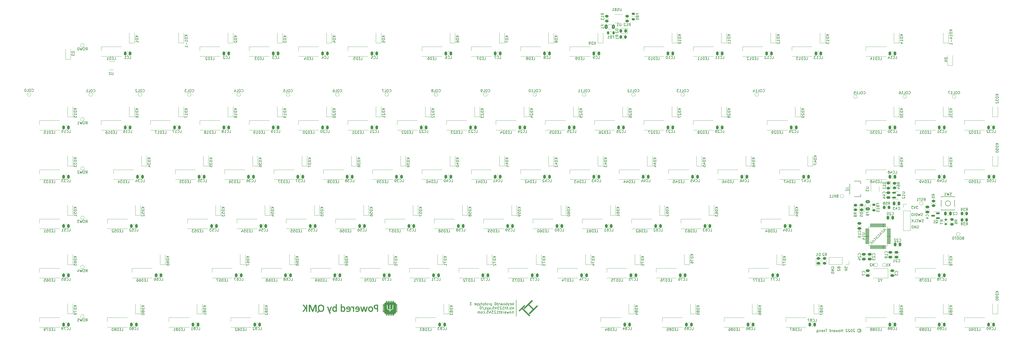
<source format=gbo>
%TF.GenerationSoftware,KiCad,Pcbnew,(6.0.0)*%
%TF.CreationDate,2022-02-20T21:11:03-05:00*%
%TF.ProjectId,keyboard0,6b657962-6f61-4726-9430-2e6b69636164,rev?*%
%TF.SameCoordinates,Original*%
%TF.FileFunction,Legend,Bot*%
%TF.FilePolarity,Positive*%
%FSLAX46Y46*%
G04 Gerber Fmt 4.6, Leading zero omitted, Abs format (unit mm)*
G04 Created by KiCad (PCBNEW (6.0.0)) date 2022-02-20 21:11:03*
%MOMM*%
%LPD*%
G01*
G04 APERTURE LIST*
G04 Aperture macros list*
%AMRoundRect*
0 Rectangle with rounded corners*
0 $1 Rounding radius*
0 $2 $3 $4 $5 $6 $7 $8 $9 X,Y pos of 4 corners*
0 Add a 4 corners polygon primitive as box body*
4,1,4,$2,$3,$4,$5,$6,$7,$8,$9,$2,$3,0*
0 Add four circle primitives for the rounded corners*
1,1,$1+$1,$2,$3*
1,1,$1+$1,$4,$5*
1,1,$1+$1,$6,$7*
1,1,$1+$1,$8,$9*
0 Add four rect primitives between the rounded corners*
20,1,$1+$1,$2,$3,$4,$5,0*
20,1,$1+$1,$4,$5,$6,$7,0*
20,1,$1+$1,$6,$7,$8,$9,0*
20,1,$1+$1,$8,$9,$2,$3,0*%
G04 Aperture macros list end*
%ADD10C,0.150000*%
%ADD11C,0.120000*%
%ADD12C,0.010000*%
%ADD13C,3.987800*%
%ADD14C,4.000000*%
%ADD15C,3.050000*%
%ADD16R,2.550000X2.500000*%
%ADD17C,1.750000*%
%ADD18R,1.200000X0.900000*%
%ADD19C,2.000000*%
%ADD20R,2.000000X3.200000*%
%ADD21R,2.000000X2.000000*%
%ADD22C,1.397000*%
%ADD23RoundRect,0.250000X-0.262500X-0.450000X0.262500X-0.450000X0.262500X0.450000X-0.262500X0.450000X0*%
%ADD24C,1.000000*%
%ADD25RoundRect,0.218750X0.381250X-0.218750X0.381250X0.218750X-0.381250X0.218750X-0.381250X-0.218750X0*%
%ADD26RoundRect,0.250000X0.475000X-0.250000X0.475000X0.250000X-0.475000X0.250000X-0.475000X-0.250000X0*%
%ADD27RoundRect,0.250000X-0.475000X0.250000X-0.475000X-0.250000X0.475000X-0.250000X0.475000X0.250000X0*%
%ADD28RoundRect,0.250000X0.250000X0.475000X-0.250000X0.475000X-0.250000X-0.475000X0.250000X-0.475000X0*%
%ADD29RoundRect,0.243750X-0.456250X0.243750X-0.456250X-0.243750X0.456250X-0.243750X0.456250X0.243750X0*%
%ADD30RoundRect,0.250000X-0.625000X0.375000X-0.625000X-0.375000X0.625000X-0.375000X0.625000X0.375000X0*%
%ADD31R,1.700000X1.700000*%
%ADD32O,1.700000X1.700000*%
%ADD33RoundRect,0.250000X-0.450000X0.262500X-0.450000X-0.262500X0.450000X-0.262500X0.450000X0.262500X0*%
%ADD34RoundRect,0.250000X0.262500X0.450000X-0.262500X0.450000X-0.262500X-0.450000X0.262500X-0.450000X0*%
%ADD35RoundRect,0.250000X0.450000X-0.262500X0.450000X0.262500X-0.450000X0.262500X-0.450000X-0.262500X0*%
%ADD36RoundRect,0.150000X-0.587500X-0.150000X0.587500X-0.150000X0.587500X0.150000X-0.587500X0.150000X0*%
%ADD37RoundRect,0.075000X0.075000X-0.662500X0.075000X0.662500X-0.075000X0.662500X-0.075000X-0.662500X0*%
%ADD38RoundRect,0.075000X0.662500X-0.075000X0.662500X0.075000X-0.662500X0.075000X-0.662500X-0.075000X0*%
%ADD39R,2.000000X2.400000*%
%ADD40O,1.000000X1.600000*%
%ADD41O,1.000000X2.100000*%
%ADD42C,0.650000*%
%ADD43R,0.300000X1.450000*%
%ADD44R,0.600000X1.450000*%
%ADD45R,1.560000X0.650000*%
%ADD46RoundRect,0.243750X0.243750X0.456250X-0.243750X0.456250X-0.243750X-0.456250X0.243750X-0.456250X0*%
%ADD47RoundRect,0.250000X-0.250000X-0.475000X0.250000X-0.475000X0.250000X0.475000X-0.250000X0.475000X0*%
%ADD48RoundRect,0.150000X0.587500X0.150000X-0.587500X0.150000X-0.587500X-0.150000X0.587500X-0.150000X0*%
%ADD49RoundRect,0.200000X-0.275000X0.200000X-0.275000X-0.200000X0.275000X-0.200000X0.275000X0.200000X0*%
%ADD50R,1.800000X1.100000*%
%ADD51R,1.550000X0.600000*%
%ADD52R,1.800000X1.200000*%
%ADD53RoundRect,0.218750X0.218750X0.381250X-0.218750X0.381250X-0.218750X-0.381250X0.218750X-0.381250X0*%
%ADD54RoundRect,0.243750X0.456250X-0.243750X0.456250X0.243750X-0.456250X0.243750X-0.456250X-0.243750X0*%
%ADD55RoundRect,0.250000X-0.375000X-0.625000X0.375000X-0.625000X0.375000X0.625000X-0.375000X0.625000X0*%
%ADD56R,1.700000X1.000000*%
%ADD57R,0.650000X1.560000*%
G04 APERTURE END LIST*
D10*
X210330500Y-199218700D02*
X210330500Y-205568300D01*
X367246971Y-166684911D02*
X367104114Y-166732530D01*
X366866019Y-166732530D01*
X366770780Y-166684911D01*
X366723161Y-166637292D01*
X366675542Y-166542054D01*
X366675542Y-166446816D01*
X366723161Y-166351578D01*
X366770780Y-166303959D01*
X366866019Y-166256340D01*
X367056495Y-166208721D01*
X367151733Y-166161102D01*
X367199352Y-166113483D01*
X367246971Y-166018245D01*
X367246971Y-165923007D01*
X367199352Y-165827769D01*
X367151733Y-165780150D01*
X367056495Y-165732530D01*
X366818400Y-165732530D01*
X366675542Y-165780150D01*
X366342209Y-165732530D02*
X366104114Y-166732530D01*
X365913638Y-166018245D01*
X365723161Y-166732530D01*
X365485066Y-165732530D01*
X365104114Y-166732530D02*
X365104114Y-165732530D01*
X364866019Y-165732530D01*
X364723161Y-165780150D01*
X364627923Y-165875388D01*
X364580304Y-165970626D01*
X364532685Y-166161102D01*
X364532685Y-166303959D01*
X364580304Y-166494435D01*
X364627923Y-166589673D01*
X364723161Y-166684911D01*
X364866019Y-166732530D01*
X365104114Y-166732530D01*
X364104114Y-166732530D02*
X364104114Y-165732530D01*
X363437447Y-165732530D02*
X363246971Y-165732530D01*
X363151733Y-165780150D01*
X363056495Y-165875388D01*
X363008876Y-166065864D01*
X363008876Y-166399197D01*
X363056495Y-166589673D01*
X363151733Y-166684911D01*
X363246971Y-166732530D01*
X363437447Y-166732530D01*
X363532685Y-166684911D01*
X363627923Y-166589673D01*
X363675542Y-166399197D01*
X363675542Y-166065864D01*
X363627923Y-165875388D01*
X363532685Y-165780150D01*
X363437447Y-165732530D01*
X367532685Y-169066011D02*
X367389828Y-169113630D01*
X367151733Y-169113630D01*
X367056495Y-169066011D01*
X367008876Y-169018392D01*
X366961257Y-168923154D01*
X366961257Y-168827916D01*
X367008876Y-168732678D01*
X367056495Y-168685059D01*
X367151733Y-168637440D01*
X367342209Y-168589821D01*
X367437447Y-168542202D01*
X367485066Y-168494583D01*
X367532685Y-168399345D01*
X367532685Y-168304107D01*
X367485066Y-168208869D01*
X367437447Y-168161250D01*
X367342209Y-168113630D01*
X367104114Y-168113630D01*
X366961257Y-168161250D01*
X366627923Y-168113630D02*
X366389828Y-169113630D01*
X366199352Y-168399345D01*
X366008876Y-169113630D01*
X365770780Y-168113630D01*
X364818400Y-169018392D02*
X364866019Y-169066011D01*
X365008876Y-169113630D01*
X365104114Y-169113630D01*
X365246971Y-169066011D01*
X365342209Y-168970773D01*
X365389828Y-168875535D01*
X365437447Y-168685059D01*
X365437447Y-168542202D01*
X365389828Y-168351726D01*
X365342209Y-168256488D01*
X365246971Y-168161250D01*
X365104114Y-168113630D01*
X365008876Y-168113630D01*
X364866019Y-168161250D01*
X364818400Y-168208869D01*
X363913638Y-169113630D02*
X364389828Y-169113630D01*
X364389828Y-168113630D01*
X363580304Y-169113630D02*
X363580304Y-168113630D01*
X363008876Y-169113630D02*
X363437447Y-168542202D01*
X363008876Y-168113630D02*
X363580304Y-168685059D01*
X365104114Y-170542350D02*
X365199352Y-170494730D01*
X365342209Y-170494730D01*
X365485066Y-170542350D01*
X365580304Y-170637588D01*
X365627923Y-170732826D01*
X365675542Y-170923302D01*
X365675542Y-171066159D01*
X365627923Y-171256635D01*
X365580304Y-171351873D01*
X365485066Y-171447111D01*
X365342209Y-171494730D01*
X365246971Y-171494730D01*
X365104114Y-171447111D01*
X365056495Y-171399492D01*
X365056495Y-171066159D01*
X365246971Y-171066159D01*
X364627923Y-171494730D02*
X364627923Y-170494730D01*
X364056495Y-171494730D01*
X364056495Y-170494730D01*
X363580304Y-171494730D02*
X363580304Y-170494730D01*
X363342209Y-170494730D01*
X363199352Y-170542350D01*
X363104114Y-170637588D01*
X363056495Y-170732826D01*
X363008876Y-170923302D01*
X363008876Y-171066159D01*
X363056495Y-171256635D01*
X363104114Y-171351873D01*
X363199352Y-171447111D01*
X363342209Y-171494730D01*
X363580304Y-171494730D01*
X209201204Y-201258480D02*
X209201204Y-200258480D01*
X209105966Y-200877528D02*
X208820252Y-201258480D01*
X208820252Y-200591814D02*
X209201204Y-200972766D01*
X208010728Y-201210861D02*
X208105966Y-201258480D01*
X208296442Y-201258480D01*
X208391680Y-201210861D01*
X208439300Y-201115623D01*
X208439300Y-200734671D01*
X208391680Y-200639433D01*
X208296442Y-200591814D01*
X208105966Y-200591814D01*
X208010728Y-200639433D01*
X207963109Y-200734671D01*
X207963109Y-200829909D01*
X208439300Y-200925147D01*
X207629776Y-200591814D02*
X207391680Y-201258480D01*
X207153585Y-200591814D02*
X207391680Y-201258480D01*
X207486919Y-201496576D01*
X207534538Y-201544195D01*
X207629776Y-201591814D01*
X206772633Y-201258480D02*
X206772633Y-200258480D01*
X206772633Y-200639433D02*
X206677395Y-200591814D01*
X206486919Y-200591814D01*
X206391680Y-200639433D01*
X206344061Y-200687052D01*
X206296442Y-200782290D01*
X206296442Y-201068004D01*
X206344061Y-201163242D01*
X206391680Y-201210861D01*
X206486919Y-201258480D01*
X206677395Y-201258480D01*
X206772633Y-201210861D01*
X205725014Y-201258480D02*
X205820252Y-201210861D01*
X205867871Y-201163242D01*
X205915490Y-201068004D01*
X205915490Y-200782290D01*
X205867871Y-200687052D01*
X205820252Y-200639433D01*
X205725014Y-200591814D01*
X205582157Y-200591814D01*
X205486919Y-200639433D01*
X205439300Y-200687052D01*
X205391680Y-200782290D01*
X205391680Y-201068004D01*
X205439300Y-201163242D01*
X205486919Y-201210861D01*
X205582157Y-201258480D01*
X205725014Y-201258480D01*
X204534538Y-201258480D02*
X204534538Y-200734671D01*
X204582157Y-200639433D01*
X204677395Y-200591814D01*
X204867871Y-200591814D01*
X204963109Y-200639433D01*
X204534538Y-201210861D02*
X204629776Y-201258480D01*
X204867871Y-201258480D01*
X204963109Y-201210861D01*
X205010728Y-201115623D01*
X205010728Y-201020385D01*
X204963109Y-200925147D01*
X204867871Y-200877528D01*
X204629776Y-200877528D01*
X204534538Y-200829909D01*
X204058347Y-201258480D02*
X204058347Y-200591814D01*
X204058347Y-200782290D02*
X204010728Y-200687052D01*
X203963109Y-200639433D01*
X203867871Y-200591814D01*
X203772633Y-200591814D01*
X203010728Y-201258480D02*
X203010728Y-200258480D01*
X203010728Y-201210861D02*
X203105966Y-201258480D01*
X203296442Y-201258480D01*
X203391680Y-201210861D01*
X203439300Y-201163242D01*
X203486919Y-201068004D01*
X203486919Y-200782290D01*
X203439300Y-200687052D01*
X203391680Y-200639433D01*
X203296442Y-200591814D01*
X203105966Y-200591814D01*
X203010728Y-200639433D01*
X202344061Y-200258480D02*
X202248823Y-200258480D01*
X202153585Y-200306100D01*
X202105966Y-200353719D01*
X202058347Y-200448957D01*
X202010728Y-200639433D01*
X202010728Y-200877528D01*
X202058347Y-201068004D01*
X202105966Y-201163242D01*
X202153585Y-201210861D01*
X202248823Y-201258480D01*
X202344061Y-201258480D01*
X202439300Y-201210861D01*
X202486919Y-201163242D01*
X202534538Y-201068004D01*
X202582157Y-200877528D01*
X202582157Y-200639433D01*
X202534538Y-200448957D01*
X202486919Y-200353719D01*
X202439300Y-200306100D01*
X202344061Y-200258480D01*
X200820252Y-200591814D02*
X200820252Y-201591814D01*
X200820252Y-200639433D02*
X200725014Y-200591814D01*
X200534538Y-200591814D01*
X200439300Y-200639433D01*
X200391680Y-200687052D01*
X200344061Y-200782290D01*
X200344061Y-201068004D01*
X200391680Y-201163242D01*
X200439300Y-201210861D01*
X200534538Y-201258480D01*
X200725014Y-201258480D01*
X200820252Y-201210861D01*
X199915490Y-201258480D02*
X199915490Y-200591814D01*
X199915490Y-200782290D02*
X199867871Y-200687052D01*
X199820252Y-200639433D01*
X199725014Y-200591814D01*
X199629776Y-200591814D01*
X199153585Y-201258480D02*
X199248823Y-201210861D01*
X199296442Y-201163242D01*
X199344061Y-201068004D01*
X199344061Y-200782290D01*
X199296442Y-200687052D01*
X199248823Y-200639433D01*
X199153585Y-200591814D01*
X199010728Y-200591814D01*
X198915490Y-200639433D01*
X198867871Y-200687052D01*
X198820252Y-200782290D01*
X198820252Y-201068004D01*
X198867871Y-201163242D01*
X198915490Y-201210861D01*
X199010728Y-201258480D01*
X199153585Y-201258480D01*
X198534538Y-200591814D02*
X198153585Y-200591814D01*
X198391680Y-200258480D02*
X198391680Y-201115623D01*
X198344061Y-201210861D01*
X198248823Y-201258480D01*
X198153585Y-201258480D01*
X197677395Y-201258480D02*
X197772633Y-201210861D01*
X197820252Y-201163242D01*
X197867871Y-201068004D01*
X197867871Y-200782290D01*
X197820252Y-200687052D01*
X197772633Y-200639433D01*
X197677395Y-200591814D01*
X197534538Y-200591814D01*
X197439300Y-200639433D01*
X197391680Y-200687052D01*
X197344061Y-200782290D01*
X197344061Y-201068004D01*
X197391680Y-201163242D01*
X197439300Y-201210861D01*
X197534538Y-201258480D01*
X197677395Y-201258480D01*
X197058347Y-200591814D02*
X196677395Y-200591814D01*
X196915490Y-200258480D02*
X196915490Y-201115623D01*
X196867871Y-201210861D01*
X196772633Y-201258480D01*
X196677395Y-201258480D01*
X196439300Y-200591814D02*
X196201204Y-201258480D01*
X195963109Y-200591814D02*
X196201204Y-201258480D01*
X196296442Y-201496576D01*
X196344061Y-201544195D01*
X196439300Y-201591814D01*
X195582157Y-200591814D02*
X195582157Y-201591814D01*
X195582157Y-200639433D02*
X195486919Y-200591814D01*
X195296442Y-200591814D01*
X195201204Y-200639433D01*
X195153585Y-200687052D01*
X195105966Y-200782290D01*
X195105966Y-201068004D01*
X195153585Y-201163242D01*
X195201204Y-201210861D01*
X195296442Y-201258480D01*
X195486919Y-201258480D01*
X195582157Y-201210861D01*
X194296442Y-201210861D02*
X194391680Y-201258480D01*
X194582157Y-201258480D01*
X194677395Y-201210861D01*
X194725014Y-201115623D01*
X194725014Y-200734671D01*
X194677395Y-200639433D01*
X194582157Y-200591814D01*
X194391680Y-200591814D01*
X194296442Y-200639433D01*
X194248823Y-200734671D01*
X194248823Y-200829909D01*
X194725014Y-200925147D01*
X193153585Y-200258480D02*
X192534538Y-200258480D01*
X192867871Y-200639433D01*
X192725014Y-200639433D01*
X192629776Y-200687052D01*
X192582157Y-200734671D01*
X192534538Y-200829909D01*
X192534538Y-201068004D01*
X192582157Y-201163242D01*
X192629776Y-201210861D01*
X192725014Y-201258480D01*
X193010728Y-201258480D01*
X193105966Y-201210861D01*
X193153585Y-201163242D01*
X209201204Y-202845880D02*
X209201204Y-201845880D01*
X209105966Y-202464928D02*
X208820252Y-202845880D01*
X208820252Y-202179214D02*
X209201204Y-202560166D01*
X208391680Y-202845880D02*
X208391680Y-201845880D01*
X208391680Y-202226833D02*
X208296442Y-202179214D01*
X208105966Y-202179214D01*
X208010728Y-202226833D01*
X207963109Y-202274452D01*
X207915490Y-202369690D01*
X207915490Y-202655404D01*
X207963109Y-202750642D01*
X208010728Y-202798261D01*
X208105966Y-202845880D01*
X208296442Y-202845880D01*
X208391680Y-202798261D01*
X207486919Y-202750642D02*
X207439300Y-202798261D01*
X207486919Y-202845880D01*
X207534538Y-202798261D01*
X207486919Y-202750642D01*
X207486919Y-202845880D01*
X207010728Y-202845880D02*
X207010728Y-201845880D01*
X206582157Y-202845880D02*
X206582157Y-202322071D01*
X206629776Y-202226833D01*
X206725014Y-202179214D01*
X206867871Y-202179214D01*
X206963109Y-202226833D01*
X207010728Y-202274452D01*
X206248823Y-202179214D02*
X205867871Y-202179214D01*
X206105966Y-201845880D02*
X206105966Y-202703023D01*
X206058347Y-202798261D01*
X205963109Y-202845880D01*
X205867871Y-202845880D01*
X205010728Y-202845880D02*
X205582157Y-202845880D01*
X205296442Y-202845880D02*
X205296442Y-201845880D01*
X205391680Y-201988738D01*
X205486919Y-202083976D01*
X205582157Y-202131595D01*
X204629776Y-201941119D02*
X204582157Y-201893500D01*
X204486919Y-201845880D01*
X204248823Y-201845880D01*
X204153585Y-201893500D01*
X204105966Y-201941119D01*
X204058347Y-202036357D01*
X204058347Y-202131595D01*
X204105966Y-202274452D01*
X204677395Y-202845880D01*
X204058347Y-202845880D01*
X203725014Y-201845880D02*
X203105966Y-201845880D01*
X203439300Y-202226833D01*
X203296442Y-202226833D01*
X203201204Y-202274452D01*
X203153585Y-202322071D01*
X203105966Y-202417309D01*
X203105966Y-202655404D01*
X203153585Y-202750642D01*
X203201204Y-202798261D01*
X203296442Y-202845880D01*
X203582157Y-202845880D01*
X203677395Y-202798261D01*
X203725014Y-202750642D01*
X202248823Y-202179214D02*
X202248823Y-202845880D01*
X202486919Y-201798261D02*
X202725014Y-202512547D01*
X202105966Y-202512547D01*
X201248823Y-201845880D02*
X201725014Y-201845880D01*
X201772633Y-202322071D01*
X201725014Y-202274452D01*
X201629776Y-202226833D01*
X201391680Y-202226833D01*
X201296442Y-202274452D01*
X201248823Y-202322071D01*
X201201204Y-202417309D01*
X201201204Y-202655404D01*
X201248823Y-202750642D01*
X201296442Y-202798261D01*
X201391680Y-202845880D01*
X201629776Y-202845880D01*
X201725014Y-202798261D01*
X201772633Y-202750642D01*
X200772633Y-202750642D02*
X200725014Y-202798261D01*
X200772633Y-202845880D01*
X200820252Y-202798261D01*
X200772633Y-202750642D01*
X200772633Y-202845880D01*
X200391680Y-202845880D02*
X199867871Y-202179214D01*
X200391680Y-202179214D02*
X199867871Y-202845880D01*
X199582157Y-202179214D02*
X199344061Y-202845880D01*
X199105966Y-202179214D02*
X199344061Y-202845880D01*
X199439300Y-203083976D01*
X199486919Y-203131595D01*
X199582157Y-203179214D01*
X198820252Y-202179214D02*
X198296442Y-202179214D01*
X198820252Y-202845880D01*
X198296442Y-202845880D01*
X197201204Y-201798261D02*
X198058347Y-203083976D01*
X196677395Y-201845880D02*
X196582157Y-201845880D01*
X196486919Y-201893500D01*
X196439300Y-201941119D01*
X196391680Y-202036357D01*
X196344061Y-202226833D01*
X196344061Y-202464928D01*
X196391680Y-202655404D01*
X196439300Y-202750642D01*
X196486919Y-202798261D01*
X196582157Y-202845880D01*
X196677395Y-202845880D01*
X196772633Y-202798261D01*
X196820252Y-202750642D01*
X196867871Y-202655404D01*
X196915490Y-202464928D01*
X196915490Y-202226833D01*
X196867871Y-202036357D01*
X196820252Y-201941119D01*
X196772633Y-201893500D01*
X196677395Y-201845880D01*
X209201204Y-204433280D02*
X209201204Y-203433280D01*
X208772633Y-204433280D02*
X208772633Y-203909471D01*
X208820252Y-203814233D01*
X208915490Y-203766614D01*
X209058347Y-203766614D01*
X209153585Y-203814233D01*
X209201204Y-203861852D01*
X208153585Y-204433280D02*
X208248823Y-204385661D01*
X208296442Y-204338042D01*
X208344061Y-204242804D01*
X208344061Y-203957090D01*
X208296442Y-203861852D01*
X208248823Y-203814233D01*
X208153585Y-203766614D01*
X208010728Y-203766614D01*
X207915490Y-203814233D01*
X207867871Y-203861852D01*
X207820252Y-203957090D01*
X207820252Y-204242804D01*
X207867871Y-204338042D01*
X207915490Y-204385661D01*
X208010728Y-204433280D01*
X208153585Y-204433280D01*
X207486919Y-203766614D02*
X207296442Y-204433280D01*
X207105966Y-203957090D01*
X206915490Y-204433280D01*
X206725014Y-203766614D01*
X205915490Y-204433280D02*
X205915490Y-203909471D01*
X205963109Y-203814233D01*
X206058347Y-203766614D01*
X206248823Y-203766614D01*
X206344061Y-203814233D01*
X205915490Y-204385661D02*
X206010728Y-204433280D01*
X206248823Y-204433280D01*
X206344061Y-204385661D01*
X206391680Y-204290423D01*
X206391680Y-204195185D01*
X206344061Y-204099947D01*
X206248823Y-204052328D01*
X206010728Y-204052328D01*
X205915490Y-204004709D01*
X205439300Y-204433280D02*
X205439300Y-203766614D01*
X205439300Y-203957090D02*
X205391680Y-203861852D01*
X205344061Y-203814233D01*
X205248823Y-203766614D01*
X205153585Y-203766614D01*
X204391680Y-204433280D02*
X204391680Y-203433280D01*
X204391680Y-204385661D02*
X204486919Y-204433280D01*
X204677395Y-204433280D01*
X204772633Y-204385661D01*
X204820252Y-204338042D01*
X204867871Y-204242804D01*
X204867871Y-203957090D01*
X204820252Y-203861852D01*
X204772633Y-203814233D01*
X204677395Y-203766614D01*
X204486919Y-203766614D01*
X204391680Y-203814233D01*
X204058347Y-203766614D02*
X203677395Y-203766614D01*
X203915490Y-203433280D02*
X203915490Y-204290423D01*
X203867871Y-204385661D01*
X203772633Y-204433280D01*
X203677395Y-204433280D01*
X202820252Y-204433280D02*
X203391680Y-204433280D01*
X203105966Y-204433280D02*
X203105966Y-203433280D01*
X203201204Y-203576138D01*
X203296442Y-203671376D01*
X203391680Y-203718995D01*
X202439300Y-203528519D02*
X202391680Y-203480900D01*
X202296442Y-203433280D01*
X202058347Y-203433280D01*
X201963109Y-203480900D01*
X201915490Y-203528519D01*
X201867871Y-203623757D01*
X201867871Y-203718995D01*
X201915490Y-203861852D01*
X202486919Y-204433280D01*
X201867871Y-204433280D01*
X201534538Y-203433280D02*
X200915490Y-203433280D01*
X201248823Y-203814233D01*
X201105966Y-203814233D01*
X201010728Y-203861852D01*
X200963109Y-203909471D01*
X200915490Y-204004709D01*
X200915490Y-204242804D01*
X200963109Y-204338042D01*
X201010728Y-204385661D01*
X201105966Y-204433280D01*
X201391680Y-204433280D01*
X201486919Y-204385661D01*
X201534538Y-204338042D01*
X200058347Y-203766614D02*
X200058347Y-204433280D01*
X200296442Y-203385661D02*
X200534538Y-204099947D01*
X199915490Y-204099947D01*
X199058347Y-203433280D02*
X199534538Y-203433280D01*
X199582157Y-203909471D01*
X199534538Y-203861852D01*
X199439300Y-203814233D01*
X199201204Y-203814233D01*
X199105966Y-203861852D01*
X199058347Y-203909471D01*
X199010728Y-204004709D01*
X199010728Y-204242804D01*
X199058347Y-204338042D01*
X199105966Y-204385661D01*
X199201204Y-204433280D01*
X199439300Y-204433280D01*
X199534538Y-204385661D01*
X199582157Y-204338042D01*
X198582157Y-204338042D02*
X198534538Y-204385661D01*
X198582157Y-204433280D01*
X198629776Y-204385661D01*
X198582157Y-204338042D01*
X198582157Y-204433280D01*
X197677395Y-204385661D02*
X197772633Y-204433280D01*
X197963109Y-204433280D01*
X198058347Y-204385661D01*
X198105966Y-204338042D01*
X198153585Y-204242804D01*
X198153585Y-203957090D01*
X198105966Y-203861852D01*
X198058347Y-203814233D01*
X197963109Y-203766614D01*
X197772633Y-203766614D01*
X197677395Y-203814233D01*
X197105966Y-204433280D02*
X197201204Y-204385661D01*
X197248823Y-204338042D01*
X197296442Y-204242804D01*
X197296442Y-203957090D01*
X197248823Y-203861852D01*
X197201204Y-203814233D01*
X197105966Y-203766614D01*
X196963109Y-203766614D01*
X196867871Y-203814233D01*
X196820252Y-203861852D01*
X196772633Y-203957090D01*
X196772633Y-204242804D01*
X196820252Y-204338042D01*
X196867871Y-204385661D01*
X196963109Y-204433280D01*
X197105966Y-204433280D01*
X196344061Y-204433280D02*
X196344061Y-203766614D01*
X196344061Y-203861852D02*
X196296442Y-203814233D01*
X196201204Y-203766614D01*
X196058347Y-203766614D01*
X195963109Y-203814233D01*
X195915490Y-203909471D01*
X195915490Y-204433280D01*
X195915490Y-203909471D02*
X195867871Y-203814233D01*
X195772633Y-203766614D01*
X195629776Y-203766614D01*
X195534538Y-203814233D01*
X195486919Y-203909471D01*
X195486919Y-204433280D01*
X342631876Y-210814676D02*
X342727114Y-210767057D01*
X342917590Y-210767057D01*
X343012828Y-210814676D01*
X343108066Y-210909914D01*
X343155685Y-211005152D01*
X343155685Y-211195628D01*
X343108066Y-211290866D01*
X343012828Y-211386104D01*
X342917590Y-211433723D01*
X342727114Y-211433723D01*
X342631876Y-211386104D01*
X342822352Y-210433723D02*
X343060447Y-210481342D01*
X343298542Y-210624200D01*
X343441400Y-210862295D01*
X343489019Y-211100390D01*
X343441400Y-211338485D01*
X343298542Y-211576580D01*
X343060447Y-211719438D01*
X342822352Y-211767057D01*
X342584257Y-211719438D01*
X342346161Y-211576580D01*
X342203304Y-211338485D01*
X342155685Y-211100390D01*
X342203304Y-210862295D01*
X342346161Y-210624200D01*
X342584257Y-210481342D01*
X342822352Y-210433723D01*
X341012828Y-210671819D02*
X340965209Y-210624200D01*
X340869971Y-210576580D01*
X340631876Y-210576580D01*
X340536638Y-210624200D01*
X340489019Y-210671819D01*
X340441400Y-210767057D01*
X340441400Y-210862295D01*
X340489019Y-211005152D01*
X341060447Y-211576580D01*
X340441400Y-211576580D01*
X339822352Y-210576580D02*
X339727114Y-210576580D01*
X339631876Y-210624200D01*
X339584257Y-210671819D01*
X339536638Y-210767057D01*
X339489019Y-210957533D01*
X339489019Y-211195628D01*
X339536638Y-211386104D01*
X339584257Y-211481342D01*
X339631876Y-211528961D01*
X339727114Y-211576580D01*
X339822352Y-211576580D01*
X339917590Y-211528961D01*
X339965209Y-211481342D01*
X340012828Y-211386104D01*
X340060447Y-211195628D01*
X340060447Y-210957533D01*
X340012828Y-210767057D01*
X339965209Y-210671819D01*
X339917590Y-210624200D01*
X339822352Y-210576580D01*
X339108066Y-210671819D02*
X339060447Y-210624200D01*
X338965209Y-210576580D01*
X338727114Y-210576580D01*
X338631876Y-210624200D01*
X338584257Y-210671819D01*
X338536638Y-210767057D01*
X338536638Y-210862295D01*
X338584257Y-211005152D01*
X339155685Y-211576580D01*
X338536638Y-211576580D01*
X338155685Y-210671819D02*
X338108066Y-210624200D01*
X338012828Y-210576580D01*
X337774733Y-210576580D01*
X337679495Y-210624200D01*
X337631876Y-210671819D01*
X337584257Y-210767057D01*
X337584257Y-210862295D01*
X337631876Y-211005152D01*
X338203304Y-211576580D01*
X337584257Y-211576580D01*
X336393780Y-211576580D02*
X336393780Y-210576580D01*
X336393780Y-211052771D02*
X335822352Y-211052771D01*
X335822352Y-211576580D02*
X335822352Y-210576580D01*
X335203304Y-211576580D02*
X335298542Y-211528961D01*
X335346161Y-211481342D01*
X335393780Y-211386104D01*
X335393780Y-211100390D01*
X335346161Y-211005152D01*
X335298542Y-210957533D01*
X335203304Y-210909914D01*
X335060447Y-210909914D01*
X334965209Y-210957533D01*
X334917590Y-211005152D01*
X334869971Y-211100390D01*
X334869971Y-211386104D01*
X334917590Y-211481342D01*
X334965209Y-211528961D01*
X335060447Y-211576580D01*
X335203304Y-211576580D01*
X334536638Y-210909914D02*
X334346161Y-211576580D01*
X334155685Y-211100390D01*
X333965209Y-211576580D01*
X333774733Y-210909914D01*
X332965209Y-211576580D02*
X332965209Y-211052771D01*
X333012828Y-210957533D01*
X333108066Y-210909914D01*
X333298542Y-210909914D01*
X333393780Y-210957533D01*
X332965209Y-211528961D02*
X333060447Y-211576580D01*
X333298542Y-211576580D01*
X333393780Y-211528961D01*
X333441400Y-211433723D01*
X333441400Y-211338485D01*
X333393780Y-211243247D01*
X333298542Y-211195628D01*
X333060447Y-211195628D01*
X332965209Y-211148009D01*
X332489019Y-211576580D02*
X332489019Y-210909914D01*
X332489019Y-211100390D02*
X332441400Y-211005152D01*
X332393780Y-210957533D01*
X332298542Y-210909914D01*
X332203304Y-210909914D01*
X331441400Y-211576580D02*
X331441400Y-210576580D01*
X331441400Y-211528961D02*
X331536638Y-211576580D01*
X331727114Y-211576580D01*
X331822352Y-211528961D01*
X331869971Y-211481342D01*
X331917590Y-211386104D01*
X331917590Y-211100390D01*
X331869971Y-211005152D01*
X331822352Y-210957533D01*
X331727114Y-210909914D01*
X331536638Y-210909914D01*
X331441400Y-210957533D01*
X330346161Y-210576580D02*
X329774733Y-210576580D01*
X330060447Y-211576580D02*
X330060447Y-210576580D01*
X329489019Y-211528961D02*
X329393780Y-211576580D01*
X329203304Y-211576580D01*
X329108066Y-211528961D01*
X329060447Y-211433723D01*
X329060447Y-211386104D01*
X329108066Y-211290866D01*
X329203304Y-211243247D01*
X329346161Y-211243247D01*
X329441400Y-211195628D01*
X329489019Y-211100390D01*
X329489019Y-211052771D01*
X329441400Y-210957533D01*
X329346161Y-210909914D01*
X329203304Y-210909914D01*
X329108066Y-210957533D01*
X328250923Y-211528961D02*
X328346161Y-211576580D01*
X328536638Y-211576580D01*
X328631876Y-211528961D01*
X328679495Y-211433723D01*
X328679495Y-211052771D01*
X328631876Y-210957533D01*
X328536638Y-210909914D01*
X328346161Y-210909914D01*
X328250923Y-210957533D01*
X328203304Y-211052771D01*
X328203304Y-211148009D01*
X328679495Y-211243247D01*
X327774733Y-210909914D02*
X327774733Y-211576580D01*
X327774733Y-211005152D02*
X327727114Y-210957533D01*
X327631876Y-210909914D01*
X327489019Y-210909914D01*
X327393780Y-210957533D01*
X327346161Y-211052771D01*
X327346161Y-211576580D01*
X326441400Y-210909914D02*
X326441400Y-211719438D01*
X326489019Y-211814676D01*
X326536638Y-211862295D01*
X326631876Y-211909914D01*
X326774733Y-211909914D01*
X326869971Y-211862295D01*
X326441400Y-211528961D02*
X326536638Y-211576580D01*
X326727114Y-211576580D01*
X326822352Y-211528961D01*
X326869971Y-211481342D01*
X326917590Y-211386104D01*
X326917590Y-211100390D01*
X326869971Y-211005152D01*
X326822352Y-210957533D01*
X326727114Y-210909914D01*
X326536638Y-210909914D01*
X326441400Y-210957533D01*
X365437447Y-162954580D02*
X364818400Y-162954580D01*
X365151733Y-163335533D01*
X365008876Y-163335533D01*
X364913638Y-163383152D01*
X364866019Y-163430771D01*
X364818400Y-163526009D01*
X364818400Y-163764104D01*
X364866019Y-163859342D01*
X364913638Y-163906961D01*
X365008876Y-163954580D01*
X365294590Y-163954580D01*
X365389828Y-163906961D01*
X365437447Y-163859342D01*
X364532685Y-162954580D02*
X364199352Y-163954580D01*
X363866019Y-162954580D01*
X363627923Y-162954580D02*
X363008876Y-162954580D01*
X363342209Y-163335533D01*
X363199352Y-163335533D01*
X363104114Y-163383152D01*
X363056495Y-163430771D01*
X363008876Y-163526009D01*
X363008876Y-163764104D01*
X363056495Y-163859342D01*
X363104114Y-163906961D01*
X363199352Y-163954580D01*
X363485066Y-163954580D01*
X363580304Y-163906961D01*
X363627923Y-163859342D01*
X334869971Y-186791578D02*
X334917590Y-186934435D01*
X334965209Y-186982054D01*
X335060447Y-187029673D01*
X335203304Y-187029673D01*
X335298542Y-186982054D01*
X335346161Y-186934435D01*
X335393780Y-186839197D01*
X335393780Y-186458245D01*
X334393780Y-186458245D01*
X334393780Y-186791578D01*
X334441400Y-186886816D01*
X334489019Y-186934435D01*
X334584257Y-186982054D01*
X334679495Y-186982054D01*
X334774733Y-186934435D01*
X334822352Y-186886816D01*
X334869971Y-186791578D01*
X334869971Y-186458245D01*
X334489019Y-187410626D02*
X334441400Y-187458245D01*
X334393780Y-187553483D01*
X334393780Y-187791578D01*
X334441400Y-187886816D01*
X334489019Y-187934435D01*
X334584257Y-187982054D01*
X334679495Y-187982054D01*
X334822352Y-187934435D01*
X335393780Y-187363007D01*
X335393780Y-187982054D01*
X337171730Y-186934435D02*
X337171730Y-186458245D01*
X337647921Y-186410626D01*
X337600302Y-186458245D01*
X337552683Y-186553483D01*
X337552683Y-186791578D01*
X337600302Y-186886816D01*
X337647921Y-186934435D01*
X337743159Y-186982054D01*
X337981254Y-186982054D01*
X338076492Y-186934435D01*
X338124111Y-186886816D01*
X338171730Y-186791578D01*
X338171730Y-186553483D01*
X338124111Y-186458245D01*
X338076492Y-186410626D01*
X337171730Y-187267769D02*
X338171730Y-187601102D01*
X337171730Y-187934435D01*
X332060300Y-186982054D02*
X332012680Y-186886816D01*
X332012680Y-186743959D01*
X332060300Y-186601102D01*
X332155538Y-186505864D01*
X332250776Y-186458245D01*
X332441252Y-186410626D01*
X332584109Y-186410626D01*
X332774585Y-186458245D01*
X332869823Y-186505864D01*
X332965061Y-186601102D01*
X333012680Y-186743959D01*
X333012680Y-186839197D01*
X332965061Y-186982054D01*
X332917442Y-187029673D01*
X332584109Y-187029673D01*
X332584109Y-186839197D01*
X333012680Y-187458245D02*
X332012680Y-187458245D01*
X333012680Y-188029673D01*
X332012680Y-188029673D01*
X333012680Y-188505864D02*
X332012680Y-188505864D01*
X332012680Y-188743959D01*
X332060300Y-188886816D01*
X332155538Y-188982054D01*
X332250776Y-189029673D01*
X332441252Y-189077292D01*
X332584109Y-189077292D01*
X332774585Y-189029673D01*
X332869823Y-188982054D01*
X332965061Y-188886816D01*
X333012680Y-188743959D01*
X333012680Y-188505864D01*
X352324847Y-171691291D02*
X352728908Y-172095352D01*
X352836658Y-172149227D01*
X352944408Y-172149227D01*
X353052157Y-172095352D01*
X353106032Y-172041478D01*
X352351785Y-172795725D02*
X352621159Y-172526351D01*
X352055473Y-171960665D01*
X351786099Y-173253661D02*
X351839974Y-173253661D01*
X351947724Y-173199786D01*
X352001598Y-173145911D01*
X352055473Y-173038162D01*
X352055473Y-172930412D01*
X352028536Y-172849600D01*
X351947724Y-172714913D01*
X351866911Y-172634101D01*
X351732224Y-172553288D01*
X351651412Y-172526351D01*
X351543663Y-172526351D01*
X351435913Y-172580226D01*
X351382038Y-172634101D01*
X351328163Y-172741850D01*
X351328163Y-172795725D01*
X350870228Y-173145911D02*
X351274289Y-173549972D01*
X351382038Y-173603847D01*
X351489788Y-173603847D01*
X351597537Y-173549972D01*
X351651412Y-173496097D01*
X350897165Y-174250345D02*
X351166539Y-173980971D01*
X350600854Y-173415285D01*
X350331480Y-174708280D02*
X350385354Y-174708280D01*
X350493104Y-174654406D01*
X350546979Y-174600531D01*
X350600854Y-174492781D01*
X350600854Y-174385032D01*
X350573916Y-174304219D01*
X350493104Y-174169532D01*
X350412292Y-174088720D01*
X350277605Y-174007908D01*
X350196793Y-173980971D01*
X350089043Y-173980971D01*
X349981293Y-174034845D01*
X349927419Y-174088720D01*
X349873544Y-174196470D01*
X349873544Y-174250345D01*
X349415608Y-174600531D02*
X349819669Y-175004592D01*
X349927419Y-175058467D01*
X350035168Y-175058467D01*
X350142918Y-175004592D01*
X350196793Y-174950717D01*
X349442545Y-175704964D02*
X349711919Y-175435590D01*
X349146234Y-174869905D01*
X348876860Y-176162900D02*
X348930735Y-176162900D01*
X349038484Y-176109025D01*
X349092359Y-176055150D01*
X349146234Y-175947401D01*
X349146234Y-175839651D01*
X349119297Y-175758839D01*
X349038484Y-175624152D01*
X348957672Y-175543340D01*
X348822985Y-175462528D01*
X348742173Y-175435590D01*
X348634423Y-175435590D01*
X348526674Y-175489465D01*
X348472799Y-175543340D01*
X348418924Y-175651089D01*
X348418924Y-175704964D01*
X347960988Y-176055150D02*
X348365049Y-176459211D01*
X348472799Y-176513086D01*
X348580549Y-176513086D01*
X348688298Y-176459211D01*
X348742173Y-176405337D01*
X347987926Y-177159584D02*
X348257300Y-176890210D01*
X347691614Y-176324524D01*
X347422240Y-177617520D02*
X347476115Y-177617520D01*
X347583865Y-177563645D01*
X347637739Y-177509770D01*
X347691614Y-177402021D01*
X347691614Y-177294271D01*
X347664677Y-177213459D01*
X347583865Y-177078772D01*
X347503052Y-176997960D01*
X347368365Y-176917147D01*
X347287553Y-176890210D01*
X347179804Y-176890210D01*
X347072054Y-176944085D01*
X347018179Y-176997960D01*
X346964304Y-177105709D01*
X346964304Y-177159584D01*
%TO.C,KD14-1*%
X378666180Y-94815576D02*
X377666180Y-94815576D01*
X378666180Y-95387004D02*
X378094752Y-94958433D01*
X377666180Y-95387004D02*
X378237609Y-94815576D01*
X378666180Y-95815576D02*
X377666180Y-95815576D01*
X377666180Y-96053671D01*
X377713800Y-96196528D01*
X377809038Y-96291766D01*
X377904276Y-96339385D01*
X378094752Y-96387004D01*
X378237609Y-96387004D01*
X378428085Y-96339385D01*
X378523323Y-96291766D01*
X378618561Y-96196528D01*
X378666180Y-96053671D01*
X378666180Y-95815576D01*
X378666180Y-97339385D02*
X378666180Y-96767957D01*
X378666180Y-97053671D02*
X377666180Y-97053671D01*
X377809038Y-96958433D01*
X377904276Y-96863195D01*
X377951895Y-96767957D01*
X377999514Y-98196528D02*
X378666180Y-98196528D01*
X377618561Y-97958433D02*
X378332847Y-97720338D01*
X378332847Y-98339385D01*
X378285228Y-98720338D02*
X378285228Y-99482242D01*
X378666180Y-100482242D02*
X378666180Y-99910814D01*
X378666180Y-100196528D02*
X377666180Y-100196528D01*
X377809038Y-100101290D01*
X377904276Y-100006052D01*
X377951895Y-99910814D01*
%TO.C,KD1-1*%
X83409780Y-96879166D02*
X82409780Y-96879166D01*
X83409780Y-97450595D02*
X82838352Y-97022023D01*
X82409780Y-97450595D02*
X82981209Y-96879166D01*
X83409780Y-97879166D02*
X82409780Y-97879166D01*
X82409780Y-98117261D01*
X82457400Y-98260119D01*
X82552638Y-98355357D01*
X82647876Y-98402976D01*
X82838352Y-98450595D01*
X82981209Y-98450595D01*
X83171685Y-98402976D01*
X83266923Y-98355357D01*
X83362161Y-98260119D01*
X83409780Y-98117261D01*
X83409780Y-97879166D01*
X83409780Y-99402976D02*
X83409780Y-98831547D01*
X83409780Y-99117261D02*
X82409780Y-99117261D01*
X82552638Y-99022023D01*
X82647876Y-98926785D01*
X82695495Y-98831547D01*
X83028828Y-99831547D02*
X83028828Y-100593452D01*
X83409780Y-101593452D02*
X83409780Y-101022023D01*
X83409780Y-101307738D02*
X82409780Y-101307738D01*
X82552638Y-101212500D01*
X82647876Y-101117261D01*
X82695495Y-101022023D01*
%TO.C,KD15*%
X40549980Y-125215114D02*
X39549980Y-125215114D01*
X40549980Y-125786542D02*
X39978552Y-125357971D01*
X39549980Y-125786542D02*
X40121409Y-125215114D01*
X40549980Y-126215114D02*
X39549980Y-126215114D01*
X39549980Y-126453209D01*
X39597600Y-126596066D01*
X39692838Y-126691304D01*
X39788076Y-126738923D01*
X39978552Y-126786542D01*
X40121409Y-126786542D01*
X40311885Y-126738923D01*
X40407123Y-126691304D01*
X40502361Y-126596066D01*
X40549980Y-126453209D01*
X40549980Y-126215114D01*
X40549980Y-127738923D02*
X40549980Y-127167495D01*
X40549980Y-127453209D02*
X39549980Y-127453209D01*
X39692838Y-127357971D01*
X39788076Y-127262733D01*
X39835695Y-127167495D01*
X39549980Y-128643685D02*
X39549980Y-128167495D01*
X40026171Y-128119876D01*
X39978552Y-128167495D01*
X39930933Y-128262733D01*
X39930933Y-128500828D01*
X39978552Y-128596066D01*
X40026171Y-128643685D01*
X40121409Y-128691304D01*
X40359504Y-128691304D01*
X40454742Y-128643685D01*
X40502361Y-128596066D01*
X40549980Y-128500828D01*
X40549980Y-128262733D01*
X40502361Y-128167495D01*
X40454742Y-128119876D01*
%TO.C,KD33*%
X40549980Y-144263914D02*
X39549980Y-144263914D01*
X40549980Y-144835342D02*
X39978552Y-144406771D01*
X39549980Y-144835342D02*
X40121409Y-144263914D01*
X40549980Y-145263914D02*
X39549980Y-145263914D01*
X39549980Y-145502009D01*
X39597600Y-145644866D01*
X39692838Y-145740104D01*
X39788076Y-145787723D01*
X39978552Y-145835342D01*
X40121409Y-145835342D01*
X40311885Y-145787723D01*
X40407123Y-145740104D01*
X40502361Y-145644866D01*
X40549980Y-145502009D01*
X40549980Y-145263914D01*
X39549980Y-146168676D02*
X39549980Y-146787723D01*
X39930933Y-146454390D01*
X39930933Y-146597247D01*
X39978552Y-146692485D01*
X40026171Y-146740104D01*
X40121409Y-146787723D01*
X40359504Y-146787723D01*
X40454742Y-146740104D01*
X40502361Y-146692485D01*
X40549980Y-146597247D01*
X40549980Y-146311533D01*
X40502361Y-146216295D01*
X40454742Y-146168676D01*
X39549980Y-147121057D02*
X39549980Y-147740104D01*
X39930933Y-147406771D01*
X39930933Y-147549628D01*
X39978552Y-147644866D01*
X40026171Y-147692485D01*
X40121409Y-147740104D01*
X40359504Y-147740104D01*
X40454742Y-147692485D01*
X40502361Y-147644866D01*
X40549980Y-147549628D01*
X40549980Y-147263914D01*
X40502361Y-147168676D01*
X40454742Y-147121057D01*
%TO.C,KD51*%
X40549980Y-163375314D02*
X39549980Y-163375314D01*
X40549980Y-163946742D02*
X39978552Y-163518171D01*
X39549980Y-163946742D02*
X40121409Y-163375314D01*
X40549980Y-164375314D02*
X39549980Y-164375314D01*
X39549980Y-164613409D01*
X39597600Y-164756266D01*
X39692838Y-164851504D01*
X39788076Y-164899123D01*
X39978552Y-164946742D01*
X40121409Y-164946742D01*
X40311885Y-164899123D01*
X40407123Y-164851504D01*
X40502361Y-164756266D01*
X40549980Y-164613409D01*
X40549980Y-164375314D01*
X39549980Y-165851504D02*
X39549980Y-165375314D01*
X40026171Y-165327695D01*
X39978552Y-165375314D01*
X39930933Y-165470552D01*
X39930933Y-165708647D01*
X39978552Y-165803885D01*
X40026171Y-165851504D01*
X40121409Y-165899123D01*
X40359504Y-165899123D01*
X40454742Y-165851504D01*
X40502361Y-165803885D01*
X40549980Y-165708647D01*
X40549980Y-165470552D01*
X40502361Y-165375314D01*
X40454742Y-165327695D01*
X40549980Y-166851504D02*
X40549980Y-166280076D01*
X40549980Y-166565790D02*
X39549980Y-166565790D01*
X39692838Y-166470552D01*
X39788076Y-166375314D01*
X39835695Y-166280076D01*
%TO.C,KD65*%
X40549980Y-182424114D02*
X39549980Y-182424114D01*
X40549980Y-182995542D02*
X39978552Y-182566971D01*
X39549980Y-182995542D02*
X40121409Y-182424114D01*
X40549980Y-183424114D02*
X39549980Y-183424114D01*
X39549980Y-183662209D01*
X39597600Y-183805066D01*
X39692838Y-183900304D01*
X39788076Y-183947923D01*
X39978552Y-183995542D01*
X40121409Y-183995542D01*
X40311885Y-183947923D01*
X40407123Y-183900304D01*
X40502361Y-183805066D01*
X40549980Y-183662209D01*
X40549980Y-183424114D01*
X39549980Y-184852685D02*
X39549980Y-184662209D01*
X39597600Y-184566971D01*
X39645219Y-184519352D01*
X39788076Y-184424114D01*
X39978552Y-184376495D01*
X40359504Y-184376495D01*
X40454742Y-184424114D01*
X40502361Y-184471733D01*
X40549980Y-184566971D01*
X40549980Y-184757447D01*
X40502361Y-184852685D01*
X40454742Y-184900304D01*
X40359504Y-184947923D01*
X40121409Y-184947923D01*
X40026171Y-184900304D01*
X39978552Y-184852685D01*
X39930933Y-184757447D01*
X39930933Y-184566971D01*
X39978552Y-184471733D01*
X40026171Y-184424114D01*
X40121409Y-184376495D01*
X39549980Y-185852685D02*
X39549980Y-185376495D01*
X40026171Y-185328876D01*
X39978552Y-185376495D01*
X39930933Y-185471733D01*
X39930933Y-185709828D01*
X39978552Y-185805066D01*
X40026171Y-185852685D01*
X40121409Y-185900304D01*
X40359504Y-185900304D01*
X40454742Y-185852685D01*
X40502361Y-185805066D01*
X40549980Y-185709828D01*
X40549980Y-185471733D01*
X40502361Y-185376495D01*
X40454742Y-185328876D01*
%TO.C,KD80*%
X66742080Y-201472914D02*
X65742080Y-201472914D01*
X66742080Y-202044342D02*
X66170652Y-201615771D01*
X65742080Y-202044342D02*
X66313509Y-201472914D01*
X66742080Y-202472914D02*
X65742080Y-202472914D01*
X65742080Y-202711009D01*
X65789700Y-202853866D01*
X65884938Y-202949104D01*
X65980176Y-202996723D01*
X66170652Y-203044342D01*
X66313509Y-203044342D01*
X66503985Y-202996723D01*
X66599223Y-202949104D01*
X66694461Y-202853866D01*
X66742080Y-202711009D01*
X66742080Y-202472914D01*
X66170652Y-203615771D02*
X66123033Y-203520533D01*
X66075414Y-203472914D01*
X65980176Y-203425295D01*
X65932557Y-203425295D01*
X65837319Y-203472914D01*
X65789700Y-203520533D01*
X65742080Y-203615771D01*
X65742080Y-203806247D01*
X65789700Y-203901485D01*
X65837319Y-203949104D01*
X65932557Y-203996723D01*
X65980176Y-203996723D01*
X66075414Y-203949104D01*
X66123033Y-203901485D01*
X66170652Y-203806247D01*
X66170652Y-203615771D01*
X66218271Y-203520533D01*
X66265890Y-203472914D01*
X66361128Y-203425295D01*
X66551604Y-203425295D01*
X66646842Y-203472914D01*
X66694461Y-203520533D01*
X66742080Y-203615771D01*
X66742080Y-203806247D01*
X66694461Y-203901485D01*
X66646842Y-203949104D01*
X66551604Y-203996723D01*
X66361128Y-203996723D01*
X66265890Y-203949104D01*
X66218271Y-203901485D01*
X66170652Y-203806247D01*
X65742080Y-204615771D02*
X65742080Y-204711009D01*
X65789700Y-204806247D01*
X65837319Y-204853866D01*
X65932557Y-204901485D01*
X66123033Y-204949104D01*
X66361128Y-204949104D01*
X66551604Y-204901485D01*
X66646842Y-204853866D01*
X66694461Y-204806247D01*
X66742080Y-204711009D01*
X66742080Y-204615771D01*
X66694461Y-204520533D01*
X66646842Y-204472914D01*
X66551604Y-204425295D01*
X66361128Y-204377676D01*
X66123033Y-204377676D01*
X65932557Y-204425295D01*
X65837319Y-204472914D01*
X65789700Y-204520533D01*
X65742080Y-204615771D01*
%TO.C,KD1*%
X64360980Y-97180704D02*
X63360980Y-97180704D01*
X64360980Y-97752133D02*
X63789552Y-97323561D01*
X63360980Y-97752133D02*
X63932409Y-97180704D01*
X64360980Y-98180704D02*
X63360980Y-98180704D01*
X63360980Y-98418800D01*
X63408600Y-98561657D01*
X63503838Y-98656895D01*
X63599076Y-98704514D01*
X63789552Y-98752133D01*
X63932409Y-98752133D01*
X64122885Y-98704514D01*
X64218123Y-98656895D01*
X64313361Y-98561657D01*
X64360980Y-98418800D01*
X64360980Y-98180704D01*
X64360980Y-99704514D02*
X64360980Y-99133085D01*
X64360980Y-99418800D02*
X63360980Y-99418800D01*
X63503838Y-99323561D01*
X63599076Y-99228323D01*
X63646695Y-99133085D01*
%TO.C,KD16*%
X64360980Y-125277714D02*
X63360980Y-125277714D01*
X64360980Y-125849142D02*
X63789552Y-125420571D01*
X63360980Y-125849142D02*
X63932409Y-125277714D01*
X64360980Y-126277714D02*
X63360980Y-126277714D01*
X63360980Y-126515809D01*
X63408600Y-126658666D01*
X63503838Y-126753904D01*
X63599076Y-126801523D01*
X63789552Y-126849142D01*
X63932409Y-126849142D01*
X64122885Y-126801523D01*
X64218123Y-126753904D01*
X64313361Y-126658666D01*
X64360980Y-126515809D01*
X64360980Y-126277714D01*
X64360980Y-127801523D02*
X64360980Y-127230095D01*
X64360980Y-127515809D02*
X63360980Y-127515809D01*
X63503838Y-127420571D01*
X63599076Y-127325333D01*
X63646695Y-127230095D01*
X63360980Y-128658666D02*
X63360980Y-128468190D01*
X63408600Y-128372952D01*
X63456219Y-128325333D01*
X63599076Y-128230095D01*
X63789552Y-128182476D01*
X64170504Y-128182476D01*
X64265742Y-128230095D01*
X64313361Y-128277714D01*
X64360980Y-128372952D01*
X64360980Y-128563428D01*
X64313361Y-128658666D01*
X64265742Y-128706285D01*
X64170504Y-128753904D01*
X63932409Y-128753904D01*
X63837171Y-128706285D01*
X63789552Y-128658666D01*
X63741933Y-128563428D01*
X63741933Y-128372952D01*
X63789552Y-128277714D01*
X63837171Y-128230095D01*
X63932409Y-128182476D01*
%TO.C,KD34*%
X69123180Y-144326514D02*
X68123180Y-144326514D01*
X69123180Y-144897942D02*
X68551752Y-144469371D01*
X68123180Y-144897942D02*
X68694609Y-144326514D01*
X69123180Y-145326514D02*
X68123180Y-145326514D01*
X68123180Y-145564609D01*
X68170800Y-145707466D01*
X68266038Y-145802704D01*
X68361276Y-145850323D01*
X68551752Y-145897942D01*
X68694609Y-145897942D01*
X68885085Y-145850323D01*
X68980323Y-145802704D01*
X69075561Y-145707466D01*
X69123180Y-145564609D01*
X69123180Y-145326514D01*
X68123180Y-146231276D02*
X68123180Y-146850323D01*
X68504133Y-146516990D01*
X68504133Y-146659847D01*
X68551752Y-146755085D01*
X68599371Y-146802704D01*
X68694609Y-146850323D01*
X68932704Y-146850323D01*
X69027942Y-146802704D01*
X69075561Y-146755085D01*
X69123180Y-146659847D01*
X69123180Y-146374133D01*
X69075561Y-146278895D01*
X69027942Y-146231276D01*
X68456514Y-147707466D02*
X69123180Y-147707466D01*
X68075561Y-147469371D02*
X68789847Y-147231276D01*
X68789847Y-147850323D01*
%TO.C,KD52*%
X66742080Y-163375314D02*
X65742080Y-163375314D01*
X66742080Y-163946742D02*
X66170652Y-163518171D01*
X65742080Y-163946742D02*
X66313509Y-163375314D01*
X66742080Y-164375314D02*
X65742080Y-164375314D01*
X65742080Y-164613409D01*
X65789700Y-164756266D01*
X65884938Y-164851504D01*
X65980176Y-164899123D01*
X66170652Y-164946742D01*
X66313509Y-164946742D01*
X66503985Y-164899123D01*
X66599223Y-164851504D01*
X66694461Y-164756266D01*
X66742080Y-164613409D01*
X66742080Y-164375314D01*
X65742080Y-165851504D02*
X65742080Y-165375314D01*
X66218271Y-165327695D01*
X66170652Y-165375314D01*
X66123033Y-165470552D01*
X66123033Y-165708647D01*
X66170652Y-165803885D01*
X66218271Y-165851504D01*
X66313509Y-165899123D01*
X66551604Y-165899123D01*
X66646842Y-165851504D01*
X66694461Y-165803885D01*
X66742080Y-165708647D01*
X66742080Y-165470552D01*
X66694461Y-165375314D01*
X66646842Y-165327695D01*
X65837319Y-166280076D02*
X65789700Y-166327695D01*
X65742080Y-166422933D01*
X65742080Y-166661028D01*
X65789700Y-166756266D01*
X65837319Y-166803885D01*
X65932557Y-166851504D01*
X66027795Y-166851504D01*
X66170652Y-166803885D01*
X66742080Y-166232457D01*
X66742080Y-166851504D01*
%TO.C,KD79*%
X40549980Y-201410314D02*
X39549980Y-201410314D01*
X40549980Y-201981742D02*
X39978552Y-201553171D01*
X39549980Y-201981742D02*
X40121409Y-201410314D01*
X40549980Y-202410314D02*
X39549980Y-202410314D01*
X39549980Y-202648409D01*
X39597600Y-202791266D01*
X39692838Y-202886504D01*
X39788076Y-202934123D01*
X39978552Y-202981742D01*
X40121409Y-202981742D01*
X40311885Y-202934123D01*
X40407123Y-202886504D01*
X40502361Y-202791266D01*
X40549980Y-202648409D01*
X40549980Y-202410314D01*
X39549980Y-203315076D02*
X39549980Y-203981742D01*
X40549980Y-203553171D01*
X40549980Y-204410314D02*
X40549980Y-204600790D01*
X40502361Y-204696028D01*
X40454742Y-204743647D01*
X40311885Y-204838885D01*
X40121409Y-204886504D01*
X39740457Y-204886504D01*
X39645219Y-204838885D01*
X39597600Y-204791266D01*
X39549980Y-204696028D01*
X39549980Y-204505552D01*
X39597600Y-204410314D01*
X39645219Y-204362695D01*
X39740457Y-204315076D01*
X39978552Y-204315076D01*
X40073790Y-204362695D01*
X40121409Y-204410314D01*
X40169028Y-204505552D01*
X40169028Y-204696028D01*
X40121409Y-204791266D01*
X40073790Y-204838885D01*
X39978552Y-204886504D01*
%TO.C,KD2*%
X102458580Y-97180704D02*
X101458580Y-97180704D01*
X102458580Y-97752133D02*
X101887152Y-97323561D01*
X101458580Y-97752133D02*
X102030009Y-97180704D01*
X102458580Y-98180704D02*
X101458580Y-98180704D01*
X101458580Y-98418800D01*
X101506200Y-98561657D01*
X101601438Y-98656895D01*
X101696676Y-98704514D01*
X101887152Y-98752133D01*
X102030009Y-98752133D01*
X102220485Y-98704514D01*
X102315723Y-98656895D01*
X102410961Y-98561657D01*
X102458580Y-98418800D01*
X102458580Y-98180704D01*
X101553819Y-99133085D02*
X101506200Y-99180704D01*
X101458580Y-99275942D01*
X101458580Y-99514038D01*
X101506200Y-99609276D01*
X101553819Y-99656895D01*
X101649057Y-99704514D01*
X101744295Y-99704514D01*
X101887152Y-99656895D01*
X102458580Y-99085466D01*
X102458580Y-99704514D01*
%TO.C,KD18*%
X102458580Y-125277714D02*
X101458580Y-125277714D01*
X102458580Y-125849142D02*
X101887152Y-125420571D01*
X101458580Y-125849142D02*
X102030009Y-125277714D01*
X102458580Y-126277714D02*
X101458580Y-126277714D01*
X101458580Y-126515809D01*
X101506200Y-126658666D01*
X101601438Y-126753904D01*
X101696676Y-126801523D01*
X101887152Y-126849142D01*
X102030009Y-126849142D01*
X102220485Y-126801523D01*
X102315723Y-126753904D01*
X102410961Y-126658666D01*
X102458580Y-126515809D01*
X102458580Y-126277714D01*
X102458580Y-127801523D02*
X102458580Y-127230095D01*
X102458580Y-127515809D02*
X101458580Y-127515809D01*
X101601438Y-127420571D01*
X101696676Y-127325333D01*
X101744295Y-127230095D01*
X101887152Y-128372952D02*
X101839533Y-128277714D01*
X101791914Y-128230095D01*
X101696676Y-128182476D01*
X101649057Y-128182476D01*
X101553819Y-128230095D01*
X101506200Y-128277714D01*
X101458580Y-128372952D01*
X101458580Y-128563428D01*
X101506200Y-128658666D01*
X101553819Y-128706285D01*
X101649057Y-128753904D01*
X101696676Y-128753904D01*
X101791914Y-128706285D01*
X101839533Y-128658666D01*
X101887152Y-128563428D01*
X101887152Y-128372952D01*
X101934771Y-128277714D01*
X101982390Y-128230095D01*
X102077628Y-128182476D01*
X102268104Y-128182476D01*
X102363342Y-128230095D01*
X102410961Y-128277714D01*
X102458580Y-128372952D01*
X102458580Y-128563428D01*
X102410961Y-128658666D01*
X102363342Y-128706285D01*
X102268104Y-128753904D01*
X102077628Y-128753904D01*
X101982390Y-128706285D01*
X101934771Y-128658666D01*
X101887152Y-128563428D01*
%TO.C,KD36*%
X111982980Y-144326514D02*
X110982980Y-144326514D01*
X111982980Y-144897942D02*
X111411552Y-144469371D01*
X110982980Y-144897942D02*
X111554409Y-144326514D01*
X111982980Y-145326514D02*
X110982980Y-145326514D01*
X110982980Y-145564609D01*
X111030600Y-145707466D01*
X111125838Y-145802704D01*
X111221076Y-145850323D01*
X111411552Y-145897942D01*
X111554409Y-145897942D01*
X111744885Y-145850323D01*
X111840123Y-145802704D01*
X111935361Y-145707466D01*
X111982980Y-145564609D01*
X111982980Y-145326514D01*
X110982980Y-146231276D02*
X110982980Y-146850323D01*
X111363933Y-146516990D01*
X111363933Y-146659847D01*
X111411552Y-146755085D01*
X111459171Y-146802704D01*
X111554409Y-146850323D01*
X111792504Y-146850323D01*
X111887742Y-146802704D01*
X111935361Y-146755085D01*
X111982980Y-146659847D01*
X111982980Y-146374133D01*
X111935361Y-146278895D01*
X111887742Y-146231276D01*
X110982980Y-147707466D02*
X110982980Y-147516990D01*
X111030600Y-147421752D01*
X111078219Y-147374133D01*
X111221076Y-147278895D01*
X111411552Y-147231276D01*
X111792504Y-147231276D01*
X111887742Y-147278895D01*
X111935361Y-147326514D01*
X111982980Y-147421752D01*
X111982980Y-147612228D01*
X111935361Y-147707466D01*
X111887742Y-147755085D01*
X111792504Y-147802704D01*
X111554409Y-147802704D01*
X111459171Y-147755085D01*
X111411552Y-147707466D01*
X111363933Y-147612228D01*
X111363933Y-147421752D01*
X111411552Y-147326514D01*
X111459171Y-147278895D01*
X111554409Y-147231276D01*
%TO.C,KD54*%
X116745180Y-163375314D02*
X115745180Y-163375314D01*
X116745180Y-163946742D02*
X116173752Y-163518171D01*
X115745180Y-163946742D02*
X116316609Y-163375314D01*
X116745180Y-164375314D02*
X115745180Y-164375314D01*
X115745180Y-164613409D01*
X115792800Y-164756266D01*
X115888038Y-164851504D01*
X115983276Y-164899123D01*
X116173752Y-164946742D01*
X116316609Y-164946742D01*
X116507085Y-164899123D01*
X116602323Y-164851504D01*
X116697561Y-164756266D01*
X116745180Y-164613409D01*
X116745180Y-164375314D01*
X115745180Y-165851504D02*
X115745180Y-165375314D01*
X116221371Y-165327695D01*
X116173752Y-165375314D01*
X116126133Y-165470552D01*
X116126133Y-165708647D01*
X116173752Y-165803885D01*
X116221371Y-165851504D01*
X116316609Y-165899123D01*
X116554704Y-165899123D01*
X116649942Y-165851504D01*
X116697561Y-165803885D01*
X116745180Y-165708647D01*
X116745180Y-165470552D01*
X116697561Y-165375314D01*
X116649942Y-165327695D01*
X116078514Y-166756266D02*
X116745180Y-166756266D01*
X115697561Y-166518171D02*
X116411847Y-166280076D01*
X116411847Y-166899123D01*
%TO.C,KD67*%
X107220780Y-182424114D02*
X106220780Y-182424114D01*
X107220780Y-182995542D02*
X106649352Y-182566971D01*
X106220780Y-182995542D02*
X106792209Y-182424114D01*
X107220780Y-183424114D02*
X106220780Y-183424114D01*
X106220780Y-183662209D01*
X106268400Y-183805066D01*
X106363638Y-183900304D01*
X106458876Y-183947923D01*
X106649352Y-183995542D01*
X106792209Y-183995542D01*
X106982685Y-183947923D01*
X107077923Y-183900304D01*
X107173161Y-183805066D01*
X107220780Y-183662209D01*
X107220780Y-183424114D01*
X106220780Y-184852685D02*
X106220780Y-184662209D01*
X106268400Y-184566971D01*
X106316019Y-184519352D01*
X106458876Y-184424114D01*
X106649352Y-184376495D01*
X107030304Y-184376495D01*
X107125542Y-184424114D01*
X107173161Y-184471733D01*
X107220780Y-184566971D01*
X107220780Y-184757447D01*
X107173161Y-184852685D01*
X107125542Y-184900304D01*
X107030304Y-184947923D01*
X106792209Y-184947923D01*
X106696971Y-184900304D01*
X106649352Y-184852685D01*
X106601733Y-184757447D01*
X106601733Y-184566971D01*
X106649352Y-184471733D01*
X106696971Y-184424114D01*
X106792209Y-184376495D01*
X106220780Y-185281257D02*
X106220780Y-185947923D01*
X107220780Y-185519352D01*
%TO.C,KD82*%
X114364080Y-201472914D02*
X113364080Y-201472914D01*
X114364080Y-202044342D02*
X113792652Y-201615771D01*
X113364080Y-202044342D02*
X113935509Y-201472914D01*
X114364080Y-202472914D02*
X113364080Y-202472914D01*
X113364080Y-202711009D01*
X113411700Y-202853866D01*
X113506938Y-202949104D01*
X113602176Y-202996723D01*
X113792652Y-203044342D01*
X113935509Y-203044342D01*
X114125985Y-202996723D01*
X114221223Y-202949104D01*
X114316461Y-202853866D01*
X114364080Y-202711009D01*
X114364080Y-202472914D01*
X113792652Y-203615771D02*
X113745033Y-203520533D01*
X113697414Y-203472914D01*
X113602176Y-203425295D01*
X113554557Y-203425295D01*
X113459319Y-203472914D01*
X113411700Y-203520533D01*
X113364080Y-203615771D01*
X113364080Y-203806247D01*
X113411700Y-203901485D01*
X113459319Y-203949104D01*
X113554557Y-203996723D01*
X113602176Y-203996723D01*
X113697414Y-203949104D01*
X113745033Y-203901485D01*
X113792652Y-203806247D01*
X113792652Y-203615771D01*
X113840271Y-203520533D01*
X113887890Y-203472914D01*
X113983128Y-203425295D01*
X114173604Y-203425295D01*
X114268842Y-203472914D01*
X114316461Y-203520533D01*
X114364080Y-203615771D01*
X114364080Y-203806247D01*
X114316461Y-203901485D01*
X114268842Y-203949104D01*
X114173604Y-203996723D01*
X113983128Y-203996723D01*
X113887890Y-203949104D01*
X113840271Y-203901485D01*
X113792652Y-203806247D01*
X113459319Y-204377676D02*
X113411700Y-204425295D01*
X113364080Y-204520533D01*
X113364080Y-204758628D01*
X113411700Y-204853866D01*
X113459319Y-204901485D01*
X113554557Y-204949104D01*
X113649795Y-204949104D01*
X113792652Y-204901485D01*
X114364080Y-204330057D01*
X114364080Y-204949104D01*
%TO.C,KD17*%
X83409780Y-125277714D02*
X82409780Y-125277714D01*
X83409780Y-125849142D02*
X82838352Y-125420571D01*
X82409780Y-125849142D02*
X82981209Y-125277714D01*
X83409780Y-126277714D02*
X82409780Y-126277714D01*
X82409780Y-126515809D01*
X82457400Y-126658666D01*
X82552638Y-126753904D01*
X82647876Y-126801523D01*
X82838352Y-126849142D01*
X82981209Y-126849142D01*
X83171685Y-126801523D01*
X83266923Y-126753904D01*
X83362161Y-126658666D01*
X83409780Y-126515809D01*
X83409780Y-126277714D01*
X83409780Y-127801523D02*
X83409780Y-127230095D01*
X83409780Y-127515809D02*
X82409780Y-127515809D01*
X82552638Y-127420571D01*
X82647876Y-127325333D01*
X82695495Y-127230095D01*
X82409780Y-128134857D02*
X82409780Y-128801523D01*
X83409780Y-128372952D01*
%TO.C,KD35*%
X92934180Y-144326514D02*
X91934180Y-144326514D01*
X92934180Y-144897942D02*
X92362752Y-144469371D01*
X91934180Y-144897942D02*
X92505609Y-144326514D01*
X92934180Y-145326514D02*
X91934180Y-145326514D01*
X91934180Y-145564609D01*
X91981800Y-145707466D01*
X92077038Y-145802704D01*
X92172276Y-145850323D01*
X92362752Y-145897942D01*
X92505609Y-145897942D01*
X92696085Y-145850323D01*
X92791323Y-145802704D01*
X92886561Y-145707466D01*
X92934180Y-145564609D01*
X92934180Y-145326514D01*
X91934180Y-146231276D02*
X91934180Y-146850323D01*
X92315133Y-146516990D01*
X92315133Y-146659847D01*
X92362752Y-146755085D01*
X92410371Y-146802704D01*
X92505609Y-146850323D01*
X92743704Y-146850323D01*
X92838942Y-146802704D01*
X92886561Y-146755085D01*
X92934180Y-146659847D01*
X92934180Y-146374133D01*
X92886561Y-146278895D01*
X92838942Y-146231276D01*
X91934180Y-147755085D02*
X91934180Y-147278895D01*
X92410371Y-147231276D01*
X92362752Y-147278895D01*
X92315133Y-147374133D01*
X92315133Y-147612228D01*
X92362752Y-147707466D01*
X92410371Y-147755085D01*
X92505609Y-147802704D01*
X92743704Y-147802704D01*
X92838942Y-147755085D01*
X92886561Y-147707466D01*
X92934180Y-147612228D01*
X92934180Y-147374133D01*
X92886561Y-147278895D01*
X92838942Y-147231276D01*
%TO.C,KD53*%
X97696380Y-163375314D02*
X96696380Y-163375314D01*
X97696380Y-163946742D02*
X97124952Y-163518171D01*
X96696380Y-163946742D02*
X97267809Y-163375314D01*
X97696380Y-164375314D02*
X96696380Y-164375314D01*
X96696380Y-164613409D01*
X96744000Y-164756266D01*
X96839238Y-164851504D01*
X96934476Y-164899123D01*
X97124952Y-164946742D01*
X97267809Y-164946742D01*
X97458285Y-164899123D01*
X97553523Y-164851504D01*
X97648761Y-164756266D01*
X97696380Y-164613409D01*
X97696380Y-164375314D01*
X96696380Y-165851504D02*
X96696380Y-165375314D01*
X97172571Y-165327695D01*
X97124952Y-165375314D01*
X97077333Y-165470552D01*
X97077333Y-165708647D01*
X97124952Y-165803885D01*
X97172571Y-165851504D01*
X97267809Y-165899123D01*
X97505904Y-165899123D01*
X97601142Y-165851504D01*
X97648761Y-165803885D01*
X97696380Y-165708647D01*
X97696380Y-165470552D01*
X97648761Y-165375314D01*
X97601142Y-165327695D01*
X96696380Y-166232457D02*
X96696380Y-166851504D01*
X97077333Y-166518171D01*
X97077333Y-166661028D01*
X97124952Y-166756266D01*
X97172571Y-166803885D01*
X97267809Y-166851504D01*
X97505904Y-166851504D01*
X97601142Y-166803885D01*
X97648761Y-166756266D01*
X97696380Y-166661028D01*
X97696380Y-166375314D01*
X97648761Y-166280076D01*
X97601142Y-166232457D01*
%TO.C,KD66*%
X76266480Y-182424114D02*
X75266480Y-182424114D01*
X76266480Y-182995542D02*
X75695052Y-182566971D01*
X75266480Y-182995542D02*
X75837909Y-182424114D01*
X76266480Y-183424114D02*
X75266480Y-183424114D01*
X75266480Y-183662209D01*
X75314100Y-183805066D01*
X75409338Y-183900304D01*
X75504576Y-183947923D01*
X75695052Y-183995542D01*
X75837909Y-183995542D01*
X76028385Y-183947923D01*
X76123623Y-183900304D01*
X76218861Y-183805066D01*
X76266480Y-183662209D01*
X76266480Y-183424114D01*
X75266480Y-184852685D02*
X75266480Y-184662209D01*
X75314100Y-184566971D01*
X75361719Y-184519352D01*
X75504576Y-184424114D01*
X75695052Y-184376495D01*
X76076004Y-184376495D01*
X76171242Y-184424114D01*
X76218861Y-184471733D01*
X76266480Y-184566971D01*
X76266480Y-184757447D01*
X76218861Y-184852685D01*
X76171242Y-184900304D01*
X76076004Y-184947923D01*
X75837909Y-184947923D01*
X75742671Y-184900304D01*
X75695052Y-184852685D01*
X75647433Y-184757447D01*
X75647433Y-184566971D01*
X75695052Y-184471733D01*
X75742671Y-184424114D01*
X75837909Y-184376495D01*
X75266480Y-185805066D02*
X75266480Y-185614590D01*
X75314100Y-185519352D01*
X75361719Y-185471733D01*
X75504576Y-185376495D01*
X75695052Y-185328876D01*
X76076004Y-185328876D01*
X76171242Y-185376495D01*
X76218861Y-185424114D01*
X76266480Y-185519352D01*
X76266480Y-185709828D01*
X76218861Y-185805066D01*
X76171242Y-185852685D01*
X76076004Y-185900304D01*
X75837909Y-185900304D01*
X75742671Y-185852685D01*
X75695052Y-185805066D01*
X75647433Y-185709828D01*
X75647433Y-185519352D01*
X75695052Y-185424114D01*
X75742671Y-185376495D01*
X75837909Y-185328876D01*
%TO.C,KD81*%
X90553080Y-201472914D02*
X89553080Y-201472914D01*
X90553080Y-202044342D02*
X89981652Y-201615771D01*
X89553080Y-202044342D02*
X90124509Y-201472914D01*
X90553080Y-202472914D02*
X89553080Y-202472914D01*
X89553080Y-202711009D01*
X89600700Y-202853866D01*
X89695938Y-202949104D01*
X89791176Y-202996723D01*
X89981652Y-203044342D01*
X90124509Y-203044342D01*
X90314985Y-202996723D01*
X90410223Y-202949104D01*
X90505461Y-202853866D01*
X90553080Y-202711009D01*
X90553080Y-202472914D01*
X89981652Y-203615771D02*
X89934033Y-203520533D01*
X89886414Y-203472914D01*
X89791176Y-203425295D01*
X89743557Y-203425295D01*
X89648319Y-203472914D01*
X89600700Y-203520533D01*
X89553080Y-203615771D01*
X89553080Y-203806247D01*
X89600700Y-203901485D01*
X89648319Y-203949104D01*
X89743557Y-203996723D01*
X89791176Y-203996723D01*
X89886414Y-203949104D01*
X89934033Y-203901485D01*
X89981652Y-203806247D01*
X89981652Y-203615771D01*
X90029271Y-203520533D01*
X90076890Y-203472914D01*
X90172128Y-203425295D01*
X90362604Y-203425295D01*
X90457842Y-203472914D01*
X90505461Y-203520533D01*
X90553080Y-203615771D01*
X90553080Y-203806247D01*
X90505461Y-203901485D01*
X90457842Y-203949104D01*
X90362604Y-203996723D01*
X90172128Y-203996723D01*
X90076890Y-203949104D01*
X90029271Y-203901485D01*
X89981652Y-203806247D01*
X90553080Y-204949104D02*
X90553080Y-204377676D01*
X90553080Y-204663390D02*
X89553080Y-204663390D01*
X89695938Y-204568152D01*
X89791176Y-204472914D01*
X89838795Y-204377676D01*
%TO.C,KD3*%
X121507380Y-97180704D02*
X120507380Y-97180704D01*
X121507380Y-97752133D02*
X120935952Y-97323561D01*
X120507380Y-97752133D02*
X121078809Y-97180704D01*
X121507380Y-98180704D02*
X120507380Y-98180704D01*
X120507380Y-98418800D01*
X120555000Y-98561657D01*
X120650238Y-98656895D01*
X120745476Y-98704514D01*
X120935952Y-98752133D01*
X121078809Y-98752133D01*
X121269285Y-98704514D01*
X121364523Y-98656895D01*
X121459761Y-98561657D01*
X121507380Y-98418800D01*
X121507380Y-98180704D01*
X120507380Y-99085466D02*
X120507380Y-99704514D01*
X120888333Y-99371180D01*
X120888333Y-99514038D01*
X120935952Y-99609276D01*
X120983571Y-99656895D01*
X121078809Y-99704514D01*
X121316904Y-99704514D01*
X121412142Y-99656895D01*
X121459761Y-99609276D01*
X121507380Y-99514038D01*
X121507380Y-99228323D01*
X121459761Y-99133085D01*
X121412142Y-99085466D01*
%TO.C,KD19*%
X121507380Y-125277714D02*
X120507380Y-125277714D01*
X121507380Y-125849142D02*
X120935952Y-125420571D01*
X120507380Y-125849142D02*
X121078809Y-125277714D01*
X121507380Y-126277714D02*
X120507380Y-126277714D01*
X120507380Y-126515809D01*
X120555000Y-126658666D01*
X120650238Y-126753904D01*
X120745476Y-126801523D01*
X120935952Y-126849142D01*
X121078809Y-126849142D01*
X121269285Y-126801523D01*
X121364523Y-126753904D01*
X121459761Y-126658666D01*
X121507380Y-126515809D01*
X121507380Y-126277714D01*
X121507380Y-127801523D02*
X121507380Y-127230095D01*
X121507380Y-127515809D02*
X120507380Y-127515809D01*
X120650238Y-127420571D01*
X120745476Y-127325333D01*
X120793095Y-127230095D01*
X121507380Y-128277714D02*
X121507380Y-128468190D01*
X121459761Y-128563428D01*
X121412142Y-128611047D01*
X121269285Y-128706285D01*
X121078809Y-128753904D01*
X120697857Y-128753904D01*
X120602619Y-128706285D01*
X120555000Y-128658666D01*
X120507380Y-128563428D01*
X120507380Y-128372952D01*
X120555000Y-128277714D01*
X120602619Y-128230095D01*
X120697857Y-128182476D01*
X120935952Y-128182476D01*
X121031190Y-128230095D01*
X121078809Y-128277714D01*
X121126428Y-128372952D01*
X121126428Y-128563428D01*
X121078809Y-128658666D01*
X121031190Y-128706285D01*
X120935952Y-128753904D01*
%TO.C,KD37*%
X131031780Y-144326514D02*
X130031780Y-144326514D01*
X131031780Y-144897942D02*
X130460352Y-144469371D01*
X130031780Y-144897942D02*
X130603209Y-144326514D01*
X131031780Y-145326514D02*
X130031780Y-145326514D01*
X130031780Y-145564609D01*
X130079400Y-145707466D01*
X130174638Y-145802704D01*
X130269876Y-145850323D01*
X130460352Y-145897942D01*
X130603209Y-145897942D01*
X130793685Y-145850323D01*
X130888923Y-145802704D01*
X130984161Y-145707466D01*
X131031780Y-145564609D01*
X131031780Y-145326514D01*
X130031780Y-146231276D02*
X130031780Y-146850323D01*
X130412733Y-146516990D01*
X130412733Y-146659847D01*
X130460352Y-146755085D01*
X130507971Y-146802704D01*
X130603209Y-146850323D01*
X130841304Y-146850323D01*
X130936542Y-146802704D01*
X130984161Y-146755085D01*
X131031780Y-146659847D01*
X131031780Y-146374133D01*
X130984161Y-146278895D01*
X130936542Y-146231276D01*
X130031780Y-147183657D02*
X130031780Y-147850323D01*
X131031780Y-147421752D01*
%TO.C,KD55*%
X135793980Y-163375314D02*
X134793980Y-163375314D01*
X135793980Y-163946742D02*
X135222552Y-163518171D01*
X134793980Y-163946742D02*
X135365409Y-163375314D01*
X135793980Y-164375314D02*
X134793980Y-164375314D01*
X134793980Y-164613409D01*
X134841600Y-164756266D01*
X134936838Y-164851504D01*
X135032076Y-164899123D01*
X135222552Y-164946742D01*
X135365409Y-164946742D01*
X135555885Y-164899123D01*
X135651123Y-164851504D01*
X135746361Y-164756266D01*
X135793980Y-164613409D01*
X135793980Y-164375314D01*
X134793980Y-165851504D02*
X134793980Y-165375314D01*
X135270171Y-165327695D01*
X135222552Y-165375314D01*
X135174933Y-165470552D01*
X135174933Y-165708647D01*
X135222552Y-165803885D01*
X135270171Y-165851504D01*
X135365409Y-165899123D01*
X135603504Y-165899123D01*
X135698742Y-165851504D01*
X135746361Y-165803885D01*
X135793980Y-165708647D01*
X135793980Y-165470552D01*
X135746361Y-165375314D01*
X135698742Y-165327695D01*
X134793980Y-166803885D02*
X134793980Y-166327695D01*
X135270171Y-166280076D01*
X135222552Y-166327695D01*
X135174933Y-166422933D01*
X135174933Y-166661028D01*
X135222552Y-166756266D01*
X135270171Y-166803885D01*
X135365409Y-166851504D01*
X135603504Y-166851504D01*
X135698742Y-166803885D01*
X135746361Y-166756266D01*
X135793980Y-166661028D01*
X135793980Y-166422933D01*
X135746361Y-166327695D01*
X135698742Y-166280076D01*
%TO.C,KD68*%
X126269580Y-182424114D02*
X125269580Y-182424114D01*
X126269580Y-182995542D02*
X125698152Y-182566971D01*
X125269580Y-182995542D02*
X125841009Y-182424114D01*
X126269580Y-183424114D02*
X125269580Y-183424114D01*
X125269580Y-183662209D01*
X125317200Y-183805066D01*
X125412438Y-183900304D01*
X125507676Y-183947923D01*
X125698152Y-183995542D01*
X125841009Y-183995542D01*
X126031485Y-183947923D01*
X126126723Y-183900304D01*
X126221961Y-183805066D01*
X126269580Y-183662209D01*
X126269580Y-183424114D01*
X125269580Y-184852685D02*
X125269580Y-184662209D01*
X125317200Y-184566971D01*
X125364819Y-184519352D01*
X125507676Y-184424114D01*
X125698152Y-184376495D01*
X126079104Y-184376495D01*
X126174342Y-184424114D01*
X126221961Y-184471733D01*
X126269580Y-184566971D01*
X126269580Y-184757447D01*
X126221961Y-184852685D01*
X126174342Y-184900304D01*
X126079104Y-184947923D01*
X125841009Y-184947923D01*
X125745771Y-184900304D01*
X125698152Y-184852685D01*
X125650533Y-184757447D01*
X125650533Y-184566971D01*
X125698152Y-184471733D01*
X125745771Y-184424114D01*
X125841009Y-184376495D01*
X125698152Y-185519352D02*
X125650533Y-185424114D01*
X125602914Y-185376495D01*
X125507676Y-185328876D01*
X125460057Y-185328876D01*
X125364819Y-185376495D01*
X125317200Y-185424114D01*
X125269580Y-185519352D01*
X125269580Y-185709828D01*
X125317200Y-185805066D01*
X125364819Y-185852685D01*
X125460057Y-185900304D01*
X125507676Y-185900304D01*
X125602914Y-185852685D01*
X125650533Y-185805066D01*
X125698152Y-185709828D01*
X125698152Y-185519352D01*
X125745771Y-185424114D01*
X125793390Y-185376495D01*
X125888628Y-185328876D01*
X126079104Y-185328876D01*
X126174342Y-185376495D01*
X126221961Y-185424114D01*
X126269580Y-185519352D01*
X126269580Y-185709828D01*
X126221961Y-185805066D01*
X126174342Y-185852685D01*
X126079104Y-185900304D01*
X125888628Y-185900304D01*
X125793390Y-185852685D01*
X125745771Y-185805066D01*
X125698152Y-185709828D01*
%TO.C,KD70*%
X164367180Y-182424114D02*
X163367180Y-182424114D01*
X164367180Y-182995542D02*
X163795752Y-182566971D01*
X163367180Y-182995542D02*
X163938609Y-182424114D01*
X164367180Y-183424114D02*
X163367180Y-183424114D01*
X163367180Y-183662209D01*
X163414800Y-183805066D01*
X163510038Y-183900304D01*
X163605276Y-183947923D01*
X163795752Y-183995542D01*
X163938609Y-183995542D01*
X164129085Y-183947923D01*
X164224323Y-183900304D01*
X164319561Y-183805066D01*
X164367180Y-183662209D01*
X164367180Y-183424114D01*
X163367180Y-184328876D02*
X163367180Y-184995542D01*
X164367180Y-184566971D01*
X163367180Y-185566971D02*
X163367180Y-185662209D01*
X163414800Y-185757447D01*
X163462419Y-185805066D01*
X163557657Y-185852685D01*
X163748133Y-185900304D01*
X163986228Y-185900304D01*
X164176704Y-185852685D01*
X164271942Y-185805066D01*
X164319561Y-185757447D01*
X164367180Y-185662209D01*
X164367180Y-185566971D01*
X164319561Y-185471733D01*
X164271942Y-185424114D01*
X164176704Y-185376495D01*
X163986228Y-185328876D01*
X163748133Y-185328876D01*
X163557657Y-185376495D01*
X163462419Y-185424114D01*
X163414800Y-185471733D01*
X163367180Y-185566971D01*
%TO.C,KD4*%
X140556180Y-97180704D02*
X139556180Y-97180704D01*
X140556180Y-97752133D02*
X139984752Y-97323561D01*
X139556180Y-97752133D02*
X140127609Y-97180704D01*
X140556180Y-98180704D02*
X139556180Y-98180704D01*
X139556180Y-98418800D01*
X139603800Y-98561657D01*
X139699038Y-98656895D01*
X139794276Y-98704514D01*
X139984752Y-98752133D01*
X140127609Y-98752133D01*
X140318085Y-98704514D01*
X140413323Y-98656895D01*
X140508561Y-98561657D01*
X140556180Y-98418800D01*
X140556180Y-98180704D01*
X139889514Y-99609276D02*
X140556180Y-99609276D01*
X139508561Y-99371180D02*
X140222847Y-99133085D01*
X140222847Y-99752133D01*
%TO.C,KD20*%
X140556180Y-125277714D02*
X139556180Y-125277714D01*
X140556180Y-125849142D02*
X139984752Y-125420571D01*
X139556180Y-125849142D02*
X140127609Y-125277714D01*
X140556180Y-126277714D02*
X139556180Y-126277714D01*
X139556180Y-126515809D01*
X139603800Y-126658666D01*
X139699038Y-126753904D01*
X139794276Y-126801523D01*
X139984752Y-126849142D01*
X140127609Y-126849142D01*
X140318085Y-126801523D01*
X140413323Y-126753904D01*
X140508561Y-126658666D01*
X140556180Y-126515809D01*
X140556180Y-126277714D01*
X139651419Y-127230095D02*
X139603800Y-127277714D01*
X139556180Y-127372952D01*
X139556180Y-127611047D01*
X139603800Y-127706285D01*
X139651419Y-127753904D01*
X139746657Y-127801523D01*
X139841895Y-127801523D01*
X139984752Y-127753904D01*
X140556180Y-127182476D01*
X140556180Y-127801523D01*
X139556180Y-128420571D02*
X139556180Y-128515809D01*
X139603800Y-128611047D01*
X139651419Y-128658666D01*
X139746657Y-128706285D01*
X139937133Y-128753904D01*
X140175228Y-128753904D01*
X140365704Y-128706285D01*
X140460942Y-128658666D01*
X140508561Y-128611047D01*
X140556180Y-128515809D01*
X140556180Y-128420571D01*
X140508561Y-128325333D01*
X140460942Y-128277714D01*
X140365704Y-128230095D01*
X140175228Y-128182476D01*
X139937133Y-128182476D01*
X139746657Y-128230095D01*
X139651419Y-128277714D01*
X139603800Y-128325333D01*
X139556180Y-128420571D01*
%TO.C,KD38*%
X150080580Y-144326514D02*
X149080580Y-144326514D01*
X150080580Y-144897942D02*
X149509152Y-144469371D01*
X149080580Y-144897942D02*
X149652009Y-144326514D01*
X150080580Y-145326514D02*
X149080580Y-145326514D01*
X149080580Y-145564609D01*
X149128200Y-145707466D01*
X149223438Y-145802704D01*
X149318676Y-145850323D01*
X149509152Y-145897942D01*
X149652009Y-145897942D01*
X149842485Y-145850323D01*
X149937723Y-145802704D01*
X150032961Y-145707466D01*
X150080580Y-145564609D01*
X150080580Y-145326514D01*
X149080580Y-146231276D02*
X149080580Y-146850323D01*
X149461533Y-146516990D01*
X149461533Y-146659847D01*
X149509152Y-146755085D01*
X149556771Y-146802704D01*
X149652009Y-146850323D01*
X149890104Y-146850323D01*
X149985342Y-146802704D01*
X150032961Y-146755085D01*
X150080580Y-146659847D01*
X150080580Y-146374133D01*
X150032961Y-146278895D01*
X149985342Y-146231276D01*
X149509152Y-147421752D02*
X149461533Y-147326514D01*
X149413914Y-147278895D01*
X149318676Y-147231276D01*
X149271057Y-147231276D01*
X149175819Y-147278895D01*
X149128200Y-147326514D01*
X149080580Y-147421752D01*
X149080580Y-147612228D01*
X149128200Y-147707466D01*
X149175819Y-147755085D01*
X149271057Y-147802704D01*
X149318676Y-147802704D01*
X149413914Y-147755085D01*
X149461533Y-147707466D01*
X149509152Y-147612228D01*
X149509152Y-147421752D01*
X149556771Y-147326514D01*
X149604390Y-147278895D01*
X149699628Y-147231276D01*
X149890104Y-147231276D01*
X149985342Y-147278895D01*
X150032961Y-147326514D01*
X150080580Y-147421752D01*
X150080580Y-147612228D01*
X150032961Y-147707466D01*
X149985342Y-147755085D01*
X149890104Y-147802704D01*
X149699628Y-147802704D01*
X149604390Y-147755085D01*
X149556771Y-147707466D01*
X149509152Y-147612228D01*
%TO.C,KD56*%
X154842780Y-163375314D02*
X153842780Y-163375314D01*
X154842780Y-163946742D02*
X154271352Y-163518171D01*
X153842780Y-163946742D02*
X154414209Y-163375314D01*
X154842780Y-164375314D02*
X153842780Y-164375314D01*
X153842780Y-164613409D01*
X153890400Y-164756266D01*
X153985638Y-164851504D01*
X154080876Y-164899123D01*
X154271352Y-164946742D01*
X154414209Y-164946742D01*
X154604685Y-164899123D01*
X154699923Y-164851504D01*
X154795161Y-164756266D01*
X154842780Y-164613409D01*
X154842780Y-164375314D01*
X153842780Y-165851504D02*
X153842780Y-165375314D01*
X154318971Y-165327695D01*
X154271352Y-165375314D01*
X154223733Y-165470552D01*
X154223733Y-165708647D01*
X154271352Y-165803885D01*
X154318971Y-165851504D01*
X154414209Y-165899123D01*
X154652304Y-165899123D01*
X154747542Y-165851504D01*
X154795161Y-165803885D01*
X154842780Y-165708647D01*
X154842780Y-165470552D01*
X154795161Y-165375314D01*
X154747542Y-165327695D01*
X153842780Y-166756266D02*
X153842780Y-166565790D01*
X153890400Y-166470552D01*
X153938019Y-166422933D01*
X154080876Y-166327695D01*
X154271352Y-166280076D01*
X154652304Y-166280076D01*
X154747542Y-166327695D01*
X154795161Y-166375314D01*
X154842780Y-166470552D01*
X154842780Y-166661028D01*
X154795161Y-166756266D01*
X154747542Y-166803885D01*
X154652304Y-166851504D01*
X154414209Y-166851504D01*
X154318971Y-166803885D01*
X154271352Y-166756266D01*
X154223733Y-166661028D01*
X154223733Y-166470552D01*
X154271352Y-166375314D01*
X154318971Y-166327695D01*
X154414209Y-166280076D01*
%TO.C,KD69*%
X145318380Y-182424114D02*
X144318380Y-182424114D01*
X145318380Y-182995542D02*
X144746952Y-182566971D01*
X144318380Y-182995542D02*
X144889809Y-182424114D01*
X145318380Y-183424114D02*
X144318380Y-183424114D01*
X144318380Y-183662209D01*
X144366000Y-183805066D01*
X144461238Y-183900304D01*
X144556476Y-183947923D01*
X144746952Y-183995542D01*
X144889809Y-183995542D01*
X145080285Y-183947923D01*
X145175523Y-183900304D01*
X145270761Y-183805066D01*
X145318380Y-183662209D01*
X145318380Y-183424114D01*
X144318380Y-184852685D02*
X144318380Y-184662209D01*
X144366000Y-184566971D01*
X144413619Y-184519352D01*
X144556476Y-184424114D01*
X144746952Y-184376495D01*
X145127904Y-184376495D01*
X145223142Y-184424114D01*
X145270761Y-184471733D01*
X145318380Y-184566971D01*
X145318380Y-184757447D01*
X145270761Y-184852685D01*
X145223142Y-184900304D01*
X145127904Y-184947923D01*
X144889809Y-184947923D01*
X144794571Y-184900304D01*
X144746952Y-184852685D01*
X144699333Y-184757447D01*
X144699333Y-184566971D01*
X144746952Y-184471733D01*
X144794571Y-184424114D01*
X144889809Y-184376495D01*
X145318380Y-185424114D02*
X145318380Y-185614590D01*
X145270761Y-185709828D01*
X145223142Y-185757447D01*
X145080285Y-185852685D01*
X144889809Y-185900304D01*
X144508857Y-185900304D01*
X144413619Y-185852685D01*
X144366000Y-185805066D01*
X144318380Y-185709828D01*
X144318380Y-185519352D01*
X144366000Y-185424114D01*
X144413619Y-185376495D01*
X144508857Y-185328876D01*
X144746952Y-185328876D01*
X144842190Y-185376495D01*
X144889809Y-185424114D01*
X144937428Y-185519352D01*
X144937428Y-185709828D01*
X144889809Y-185805066D01*
X144842190Y-185852685D01*
X144746952Y-185900304D01*
%TO.C,KD5*%
X159604980Y-97180704D02*
X158604980Y-97180704D01*
X159604980Y-97752133D02*
X159033552Y-97323561D01*
X158604980Y-97752133D02*
X159176409Y-97180704D01*
X159604980Y-98180704D02*
X158604980Y-98180704D01*
X158604980Y-98418800D01*
X158652600Y-98561657D01*
X158747838Y-98656895D01*
X158843076Y-98704514D01*
X159033552Y-98752133D01*
X159176409Y-98752133D01*
X159366885Y-98704514D01*
X159462123Y-98656895D01*
X159557361Y-98561657D01*
X159604980Y-98418800D01*
X159604980Y-98180704D01*
X158604980Y-99656895D02*
X158604980Y-99180704D01*
X159081171Y-99133085D01*
X159033552Y-99180704D01*
X158985933Y-99275942D01*
X158985933Y-99514038D01*
X159033552Y-99609276D01*
X159081171Y-99656895D01*
X159176409Y-99704514D01*
X159414504Y-99704514D01*
X159509742Y-99656895D01*
X159557361Y-99609276D01*
X159604980Y-99514038D01*
X159604980Y-99275942D01*
X159557361Y-99180704D01*
X159509742Y-99133085D01*
%TO.C,KD21*%
X159604980Y-125277714D02*
X158604980Y-125277714D01*
X159604980Y-125849142D02*
X159033552Y-125420571D01*
X158604980Y-125849142D02*
X159176409Y-125277714D01*
X159604980Y-126277714D02*
X158604980Y-126277714D01*
X158604980Y-126515809D01*
X158652600Y-126658666D01*
X158747838Y-126753904D01*
X158843076Y-126801523D01*
X159033552Y-126849142D01*
X159176409Y-126849142D01*
X159366885Y-126801523D01*
X159462123Y-126753904D01*
X159557361Y-126658666D01*
X159604980Y-126515809D01*
X159604980Y-126277714D01*
X158700219Y-127230095D02*
X158652600Y-127277714D01*
X158604980Y-127372952D01*
X158604980Y-127611047D01*
X158652600Y-127706285D01*
X158700219Y-127753904D01*
X158795457Y-127801523D01*
X158890695Y-127801523D01*
X159033552Y-127753904D01*
X159604980Y-127182476D01*
X159604980Y-127801523D01*
X159604980Y-128753904D02*
X159604980Y-128182476D01*
X159604980Y-128468190D02*
X158604980Y-128468190D01*
X158747838Y-128372952D01*
X158843076Y-128277714D01*
X158890695Y-128182476D01*
%TO.C,KD39*%
X169129380Y-144326514D02*
X168129380Y-144326514D01*
X169129380Y-144897942D02*
X168557952Y-144469371D01*
X168129380Y-144897942D02*
X168700809Y-144326514D01*
X169129380Y-145326514D02*
X168129380Y-145326514D01*
X168129380Y-145564609D01*
X168177000Y-145707466D01*
X168272238Y-145802704D01*
X168367476Y-145850323D01*
X168557952Y-145897942D01*
X168700809Y-145897942D01*
X168891285Y-145850323D01*
X168986523Y-145802704D01*
X169081761Y-145707466D01*
X169129380Y-145564609D01*
X169129380Y-145326514D01*
X168129380Y-146231276D02*
X168129380Y-146850323D01*
X168510333Y-146516990D01*
X168510333Y-146659847D01*
X168557952Y-146755085D01*
X168605571Y-146802704D01*
X168700809Y-146850323D01*
X168938904Y-146850323D01*
X169034142Y-146802704D01*
X169081761Y-146755085D01*
X169129380Y-146659847D01*
X169129380Y-146374133D01*
X169081761Y-146278895D01*
X169034142Y-146231276D01*
X169129380Y-147326514D02*
X169129380Y-147516990D01*
X169081761Y-147612228D01*
X169034142Y-147659847D01*
X168891285Y-147755085D01*
X168700809Y-147802704D01*
X168319857Y-147802704D01*
X168224619Y-147755085D01*
X168177000Y-147707466D01*
X168129380Y-147612228D01*
X168129380Y-147421752D01*
X168177000Y-147326514D01*
X168224619Y-147278895D01*
X168319857Y-147231276D01*
X168557952Y-147231276D01*
X168653190Y-147278895D01*
X168700809Y-147326514D01*
X168748428Y-147421752D01*
X168748428Y-147612228D01*
X168700809Y-147707466D01*
X168653190Y-147755085D01*
X168557952Y-147802704D01*
%TO.C,KD57*%
X173891580Y-163375314D02*
X172891580Y-163375314D01*
X173891580Y-163946742D02*
X173320152Y-163518171D01*
X172891580Y-163946742D02*
X173463009Y-163375314D01*
X173891580Y-164375314D02*
X172891580Y-164375314D01*
X172891580Y-164613409D01*
X172939200Y-164756266D01*
X173034438Y-164851504D01*
X173129676Y-164899123D01*
X173320152Y-164946742D01*
X173463009Y-164946742D01*
X173653485Y-164899123D01*
X173748723Y-164851504D01*
X173843961Y-164756266D01*
X173891580Y-164613409D01*
X173891580Y-164375314D01*
X172891580Y-165851504D02*
X172891580Y-165375314D01*
X173367771Y-165327695D01*
X173320152Y-165375314D01*
X173272533Y-165470552D01*
X173272533Y-165708647D01*
X173320152Y-165803885D01*
X173367771Y-165851504D01*
X173463009Y-165899123D01*
X173701104Y-165899123D01*
X173796342Y-165851504D01*
X173843961Y-165803885D01*
X173891580Y-165708647D01*
X173891580Y-165470552D01*
X173843961Y-165375314D01*
X173796342Y-165327695D01*
X172891580Y-166232457D02*
X172891580Y-166899123D01*
X173891580Y-166470552D01*
%TO.C,KD71*%
X183415980Y-182424114D02*
X182415980Y-182424114D01*
X183415980Y-182995542D02*
X182844552Y-182566971D01*
X182415980Y-182995542D02*
X182987409Y-182424114D01*
X183415980Y-183424114D02*
X182415980Y-183424114D01*
X182415980Y-183662209D01*
X182463600Y-183805066D01*
X182558838Y-183900304D01*
X182654076Y-183947923D01*
X182844552Y-183995542D01*
X182987409Y-183995542D01*
X183177885Y-183947923D01*
X183273123Y-183900304D01*
X183368361Y-183805066D01*
X183415980Y-183662209D01*
X183415980Y-183424114D01*
X182415980Y-184328876D02*
X182415980Y-184995542D01*
X183415980Y-184566971D01*
X183415980Y-185900304D02*
X183415980Y-185328876D01*
X183415980Y-185614590D02*
X182415980Y-185614590D01*
X182558838Y-185519352D01*
X182654076Y-185424114D01*
X182701695Y-185328876D01*
%TO.C,KD83*%
X185797080Y-201472914D02*
X184797080Y-201472914D01*
X185797080Y-202044342D02*
X185225652Y-201615771D01*
X184797080Y-202044342D02*
X185368509Y-201472914D01*
X185797080Y-202472914D02*
X184797080Y-202472914D01*
X184797080Y-202711009D01*
X184844700Y-202853866D01*
X184939938Y-202949104D01*
X185035176Y-202996723D01*
X185225652Y-203044342D01*
X185368509Y-203044342D01*
X185558985Y-202996723D01*
X185654223Y-202949104D01*
X185749461Y-202853866D01*
X185797080Y-202711009D01*
X185797080Y-202472914D01*
X185225652Y-203615771D02*
X185178033Y-203520533D01*
X185130414Y-203472914D01*
X185035176Y-203425295D01*
X184987557Y-203425295D01*
X184892319Y-203472914D01*
X184844700Y-203520533D01*
X184797080Y-203615771D01*
X184797080Y-203806247D01*
X184844700Y-203901485D01*
X184892319Y-203949104D01*
X184987557Y-203996723D01*
X185035176Y-203996723D01*
X185130414Y-203949104D01*
X185178033Y-203901485D01*
X185225652Y-203806247D01*
X185225652Y-203615771D01*
X185273271Y-203520533D01*
X185320890Y-203472914D01*
X185416128Y-203425295D01*
X185606604Y-203425295D01*
X185701842Y-203472914D01*
X185749461Y-203520533D01*
X185797080Y-203615771D01*
X185797080Y-203806247D01*
X185749461Y-203901485D01*
X185701842Y-203949104D01*
X185606604Y-203996723D01*
X185416128Y-203996723D01*
X185320890Y-203949104D01*
X185273271Y-203901485D01*
X185225652Y-203806247D01*
X184797080Y-204330057D02*
X184797080Y-204949104D01*
X185178033Y-204615771D01*
X185178033Y-204758628D01*
X185225652Y-204853866D01*
X185273271Y-204901485D01*
X185368509Y-204949104D01*
X185606604Y-204949104D01*
X185701842Y-204901485D01*
X185749461Y-204853866D01*
X185797080Y-204758628D01*
X185797080Y-204472914D01*
X185749461Y-204377676D01*
X185701842Y-204330057D01*
%TO.C,KD6*%
X188178180Y-97180704D02*
X187178180Y-97180704D01*
X188178180Y-97752133D02*
X187606752Y-97323561D01*
X187178180Y-97752133D02*
X187749609Y-97180704D01*
X188178180Y-98180704D02*
X187178180Y-98180704D01*
X187178180Y-98418800D01*
X187225800Y-98561657D01*
X187321038Y-98656895D01*
X187416276Y-98704514D01*
X187606752Y-98752133D01*
X187749609Y-98752133D01*
X187940085Y-98704514D01*
X188035323Y-98656895D01*
X188130561Y-98561657D01*
X188178180Y-98418800D01*
X188178180Y-98180704D01*
X187178180Y-99609276D02*
X187178180Y-99418800D01*
X187225800Y-99323561D01*
X187273419Y-99275942D01*
X187416276Y-99180704D01*
X187606752Y-99133085D01*
X187987704Y-99133085D01*
X188082942Y-99180704D01*
X188130561Y-99228323D01*
X188178180Y-99323561D01*
X188178180Y-99514038D01*
X188130561Y-99609276D01*
X188082942Y-99656895D01*
X187987704Y-99704514D01*
X187749609Y-99704514D01*
X187654371Y-99656895D01*
X187606752Y-99609276D01*
X187559133Y-99514038D01*
X187559133Y-99323561D01*
X187606752Y-99228323D01*
X187654371Y-99180704D01*
X187749609Y-99133085D01*
%TO.C,KD22*%
X178653780Y-125277714D02*
X177653780Y-125277714D01*
X178653780Y-125849142D02*
X178082352Y-125420571D01*
X177653780Y-125849142D02*
X178225209Y-125277714D01*
X178653780Y-126277714D02*
X177653780Y-126277714D01*
X177653780Y-126515809D01*
X177701400Y-126658666D01*
X177796638Y-126753904D01*
X177891876Y-126801523D01*
X178082352Y-126849142D01*
X178225209Y-126849142D01*
X178415685Y-126801523D01*
X178510923Y-126753904D01*
X178606161Y-126658666D01*
X178653780Y-126515809D01*
X178653780Y-126277714D01*
X177749019Y-127230095D02*
X177701400Y-127277714D01*
X177653780Y-127372952D01*
X177653780Y-127611047D01*
X177701400Y-127706285D01*
X177749019Y-127753904D01*
X177844257Y-127801523D01*
X177939495Y-127801523D01*
X178082352Y-127753904D01*
X178653780Y-127182476D01*
X178653780Y-127801523D01*
X177749019Y-128182476D02*
X177701400Y-128230095D01*
X177653780Y-128325333D01*
X177653780Y-128563428D01*
X177701400Y-128658666D01*
X177749019Y-128706285D01*
X177844257Y-128753904D01*
X177939495Y-128753904D01*
X178082352Y-128706285D01*
X178653780Y-128134857D01*
X178653780Y-128753904D01*
%TO.C,KD40*%
X188178180Y-144326514D02*
X187178180Y-144326514D01*
X188178180Y-144897942D02*
X187606752Y-144469371D01*
X187178180Y-144897942D02*
X187749609Y-144326514D01*
X188178180Y-145326514D02*
X187178180Y-145326514D01*
X187178180Y-145564609D01*
X187225800Y-145707466D01*
X187321038Y-145802704D01*
X187416276Y-145850323D01*
X187606752Y-145897942D01*
X187749609Y-145897942D01*
X187940085Y-145850323D01*
X188035323Y-145802704D01*
X188130561Y-145707466D01*
X188178180Y-145564609D01*
X188178180Y-145326514D01*
X187511514Y-146755085D02*
X188178180Y-146755085D01*
X187130561Y-146516990D02*
X187844847Y-146278895D01*
X187844847Y-146897942D01*
X187178180Y-147469371D02*
X187178180Y-147564609D01*
X187225800Y-147659847D01*
X187273419Y-147707466D01*
X187368657Y-147755085D01*
X187559133Y-147802704D01*
X187797228Y-147802704D01*
X187987704Y-147755085D01*
X188082942Y-147707466D01*
X188130561Y-147659847D01*
X188178180Y-147564609D01*
X188178180Y-147469371D01*
X188130561Y-147374133D01*
X188082942Y-147326514D01*
X187987704Y-147278895D01*
X187797228Y-147231276D01*
X187559133Y-147231276D01*
X187368657Y-147278895D01*
X187273419Y-147326514D01*
X187225800Y-147374133D01*
X187178180Y-147469371D01*
%TO.C,KD58*%
X192940380Y-163375314D02*
X191940380Y-163375314D01*
X192940380Y-163946742D02*
X192368952Y-163518171D01*
X191940380Y-163946742D02*
X192511809Y-163375314D01*
X192940380Y-164375314D02*
X191940380Y-164375314D01*
X191940380Y-164613409D01*
X191988000Y-164756266D01*
X192083238Y-164851504D01*
X192178476Y-164899123D01*
X192368952Y-164946742D01*
X192511809Y-164946742D01*
X192702285Y-164899123D01*
X192797523Y-164851504D01*
X192892761Y-164756266D01*
X192940380Y-164613409D01*
X192940380Y-164375314D01*
X191940380Y-165851504D02*
X191940380Y-165375314D01*
X192416571Y-165327695D01*
X192368952Y-165375314D01*
X192321333Y-165470552D01*
X192321333Y-165708647D01*
X192368952Y-165803885D01*
X192416571Y-165851504D01*
X192511809Y-165899123D01*
X192749904Y-165899123D01*
X192845142Y-165851504D01*
X192892761Y-165803885D01*
X192940380Y-165708647D01*
X192940380Y-165470552D01*
X192892761Y-165375314D01*
X192845142Y-165327695D01*
X192368952Y-166470552D02*
X192321333Y-166375314D01*
X192273714Y-166327695D01*
X192178476Y-166280076D01*
X192130857Y-166280076D01*
X192035619Y-166327695D01*
X191988000Y-166375314D01*
X191940380Y-166470552D01*
X191940380Y-166661028D01*
X191988000Y-166756266D01*
X192035619Y-166803885D01*
X192130857Y-166851504D01*
X192178476Y-166851504D01*
X192273714Y-166803885D01*
X192321333Y-166756266D01*
X192368952Y-166661028D01*
X192368952Y-166470552D01*
X192416571Y-166375314D01*
X192464190Y-166327695D01*
X192559428Y-166280076D01*
X192749904Y-166280076D01*
X192845142Y-166327695D01*
X192892761Y-166375314D01*
X192940380Y-166470552D01*
X192940380Y-166661028D01*
X192892761Y-166756266D01*
X192845142Y-166803885D01*
X192749904Y-166851504D01*
X192559428Y-166851504D01*
X192464190Y-166803885D01*
X192416571Y-166756266D01*
X192368952Y-166661028D01*
%TO.C,KD72*%
X202464780Y-182424114D02*
X201464780Y-182424114D01*
X202464780Y-182995542D02*
X201893352Y-182566971D01*
X201464780Y-182995542D02*
X202036209Y-182424114D01*
X202464780Y-183424114D02*
X201464780Y-183424114D01*
X201464780Y-183662209D01*
X201512400Y-183805066D01*
X201607638Y-183900304D01*
X201702876Y-183947923D01*
X201893352Y-183995542D01*
X202036209Y-183995542D01*
X202226685Y-183947923D01*
X202321923Y-183900304D01*
X202417161Y-183805066D01*
X202464780Y-183662209D01*
X202464780Y-183424114D01*
X201464780Y-184328876D02*
X201464780Y-184995542D01*
X202464780Y-184566971D01*
X201560019Y-185328876D02*
X201512400Y-185376495D01*
X201464780Y-185471733D01*
X201464780Y-185709828D01*
X201512400Y-185805066D01*
X201560019Y-185852685D01*
X201655257Y-185900304D01*
X201750495Y-185900304D01*
X201893352Y-185852685D01*
X202464780Y-185281257D01*
X202464780Y-185900304D01*
%TO.C,KD7*%
X207226980Y-97180704D02*
X206226980Y-97180704D01*
X207226980Y-97752133D02*
X206655552Y-97323561D01*
X206226980Y-97752133D02*
X206798409Y-97180704D01*
X207226980Y-98180704D02*
X206226980Y-98180704D01*
X206226980Y-98418800D01*
X206274600Y-98561657D01*
X206369838Y-98656895D01*
X206465076Y-98704514D01*
X206655552Y-98752133D01*
X206798409Y-98752133D01*
X206988885Y-98704514D01*
X207084123Y-98656895D01*
X207179361Y-98561657D01*
X207226980Y-98418800D01*
X207226980Y-98180704D01*
X206226980Y-99085466D02*
X206226980Y-99752133D01*
X207226980Y-99323561D01*
%TO.C,KD23*%
X197702580Y-125277714D02*
X196702580Y-125277714D01*
X197702580Y-125849142D02*
X197131152Y-125420571D01*
X196702580Y-125849142D02*
X197274009Y-125277714D01*
X197702580Y-126277714D02*
X196702580Y-126277714D01*
X196702580Y-126515809D01*
X196750200Y-126658666D01*
X196845438Y-126753904D01*
X196940676Y-126801523D01*
X197131152Y-126849142D01*
X197274009Y-126849142D01*
X197464485Y-126801523D01*
X197559723Y-126753904D01*
X197654961Y-126658666D01*
X197702580Y-126515809D01*
X197702580Y-126277714D01*
X196797819Y-127230095D02*
X196750200Y-127277714D01*
X196702580Y-127372952D01*
X196702580Y-127611047D01*
X196750200Y-127706285D01*
X196797819Y-127753904D01*
X196893057Y-127801523D01*
X196988295Y-127801523D01*
X197131152Y-127753904D01*
X197702580Y-127182476D01*
X197702580Y-127801523D01*
X196702580Y-128134857D02*
X196702580Y-128753904D01*
X197083533Y-128420571D01*
X197083533Y-128563428D01*
X197131152Y-128658666D01*
X197178771Y-128706285D01*
X197274009Y-128753904D01*
X197512104Y-128753904D01*
X197607342Y-128706285D01*
X197654961Y-128658666D01*
X197702580Y-128563428D01*
X197702580Y-128277714D01*
X197654961Y-128182476D01*
X197607342Y-128134857D01*
%TO.C,KD41*%
X207226980Y-144326514D02*
X206226980Y-144326514D01*
X207226980Y-144897942D02*
X206655552Y-144469371D01*
X206226980Y-144897942D02*
X206798409Y-144326514D01*
X207226980Y-145326514D02*
X206226980Y-145326514D01*
X206226980Y-145564609D01*
X206274600Y-145707466D01*
X206369838Y-145802704D01*
X206465076Y-145850323D01*
X206655552Y-145897942D01*
X206798409Y-145897942D01*
X206988885Y-145850323D01*
X207084123Y-145802704D01*
X207179361Y-145707466D01*
X207226980Y-145564609D01*
X207226980Y-145326514D01*
X206560314Y-146755085D02*
X207226980Y-146755085D01*
X206179361Y-146516990D02*
X206893647Y-146278895D01*
X206893647Y-146897942D01*
X207226980Y-147802704D02*
X207226980Y-147231276D01*
X207226980Y-147516990D02*
X206226980Y-147516990D01*
X206369838Y-147421752D01*
X206465076Y-147326514D01*
X206512695Y-147231276D01*
%TO.C,KD59*%
X211989180Y-163375314D02*
X210989180Y-163375314D01*
X211989180Y-163946742D02*
X211417752Y-163518171D01*
X210989180Y-163946742D02*
X211560609Y-163375314D01*
X211989180Y-164375314D02*
X210989180Y-164375314D01*
X210989180Y-164613409D01*
X211036800Y-164756266D01*
X211132038Y-164851504D01*
X211227276Y-164899123D01*
X211417752Y-164946742D01*
X211560609Y-164946742D01*
X211751085Y-164899123D01*
X211846323Y-164851504D01*
X211941561Y-164756266D01*
X211989180Y-164613409D01*
X211989180Y-164375314D01*
X210989180Y-165851504D02*
X210989180Y-165375314D01*
X211465371Y-165327695D01*
X211417752Y-165375314D01*
X211370133Y-165470552D01*
X211370133Y-165708647D01*
X211417752Y-165803885D01*
X211465371Y-165851504D01*
X211560609Y-165899123D01*
X211798704Y-165899123D01*
X211893942Y-165851504D01*
X211941561Y-165803885D01*
X211989180Y-165708647D01*
X211989180Y-165470552D01*
X211941561Y-165375314D01*
X211893942Y-165327695D01*
X211989180Y-166375314D02*
X211989180Y-166565790D01*
X211941561Y-166661028D01*
X211893942Y-166708647D01*
X211751085Y-166803885D01*
X211560609Y-166851504D01*
X211179657Y-166851504D01*
X211084419Y-166803885D01*
X211036800Y-166756266D01*
X210989180Y-166661028D01*
X210989180Y-166470552D01*
X211036800Y-166375314D01*
X211084419Y-166327695D01*
X211179657Y-166280076D01*
X211417752Y-166280076D01*
X211512990Y-166327695D01*
X211560609Y-166375314D01*
X211608228Y-166470552D01*
X211608228Y-166661028D01*
X211560609Y-166756266D01*
X211512990Y-166803885D01*
X211417752Y-166851504D01*
%TO.C,KD73*%
X221513580Y-182424114D02*
X220513580Y-182424114D01*
X221513580Y-182995542D02*
X220942152Y-182566971D01*
X220513580Y-182995542D02*
X221085009Y-182424114D01*
X221513580Y-183424114D02*
X220513580Y-183424114D01*
X220513580Y-183662209D01*
X220561200Y-183805066D01*
X220656438Y-183900304D01*
X220751676Y-183947923D01*
X220942152Y-183995542D01*
X221085009Y-183995542D01*
X221275485Y-183947923D01*
X221370723Y-183900304D01*
X221465961Y-183805066D01*
X221513580Y-183662209D01*
X221513580Y-183424114D01*
X220513580Y-184328876D02*
X220513580Y-184995542D01*
X221513580Y-184566971D01*
X220513580Y-185281257D02*
X220513580Y-185900304D01*
X220894533Y-185566971D01*
X220894533Y-185709828D01*
X220942152Y-185805066D01*
X220989771Y-185852685D01*
X221085009Y-185900304D01*
X221323104Y-185900304D01*
X221418342Y-185852685D01*
X221465961Y-185805066D01*
X221513580Y-185709828D01*
X221513580Y-185424114D01*
X221465961Y-185328876D01*
X221418342Y-185281257D01*
%TO.C,KD8*%
X226275780Y-97180704D02*
X225275780Y-97180704D01*
X226275780Y-97752133D02*
X225704352Y-97323561D01*
X225275780Y-97752133D02*
X225847209Y-97180704D01*
X226275780Y-98180704D02*
X225275780Y-98180704D01*
X225275780Y-98418800D01*
X225323400Y-98561657D01*
X225418638Y-98656895D01*
X225513876Y-98704514D01*
X225704352Y-98752133D01*
X225847209Y-98752133D01*
X226037685Y-98704514D01*
X226132923Y-98656895D01*
X226228161Y-98561657D01*
X226275780Y-98418800D01*
X226275780Y-98180704D01*
X225704352Y-99323561D02*
X225656733Y-99228323D01*
X225609114Y-99180704D01*
X225513876Y-99133085D01*
X225466257Y-99133085D01*
X225371019Y-99180704D01*
X225323400Y-99228323D01*
X225275780Y-99323561D01*
X225275780Y-99514038D01*
X225323400Y-99609276D01*
X225371019Y-99656895D01*
X225466257Y-99704514D01*
X225513876Y-99704514D01*
X225609114Y-99656895D01*
X225656733Y-99609276D01*
X225704352Y-99514038D01*
X225704352Y-99323561D01*
X225751971Y-99228323D01*
X225799590Y-99180704D01*
X225894828Y-99133085D01*
X226085304Y-99133085D01*
X226180542Y-99180704D01*
X226228161Y-99228323D01*
X226275780Y-99323561D01*
X226275780Y-99514038D01*
X226228161Y-99609276D01*
X226180542Y-99656895D01*
X226085304Y-99704514D01*
X225894828Y-99704514D01*
X225799590Y-99656895D01*
X225751971Y-99609276D01*
X225704352Y-99514038D01*
%TO.C,KD24*%
X216751380Y-125277714D02*
X215751380Y-125277714D01*
X216751380Y-125849142D02*
X216179952Y-125420571D01*
X215751380Y-125849142D02*
X216322809Y-125277714D01*
X216751380Y-126277714D02*
X215751380Y-126277714D01*
X215751380Y-126515809D01*
X215799000Y-126658666D01*
X215894238Y-126753904D01*
X215989476Y-126801523D01*
X216179952Y-126849142D01*
X216322809Y-126849142D01*
X216513285Y-126801523D01*
X216608523Y-126753904D01*
X216703761Y-126658666D01*
X216751380Y-126515809D01*
X216751380Y-126277714D01*
X215846619Y-127230095D02*
X215799000Y-127277714D01*
X215751380Y-127372952D01*
X215751380Y-127611047D01*
X215799000Y-127706285D01*
X215846619Y-127753904D01*
X215941857Y-127801523D01*
X216037095Y-127801523D01*
X216179952Y-127753904D01*
X216751380Y-127182476D01*
X216751380Y-127801523D01*
X216084714Y-128658666D02*
X216751380Y-128658666D01*
X215703761Y-128420571D02*
X216418047Y-128182476D01*
X216418047Y-128801523D01*
%TO.C,KD42*%
X226275780Y-144326514D02*
X225275780Y-144326514D01*
X226275780Y-144897942D02*
X225704352Y-144469371D01*
X225275780Y-144897942D02*
X225847209Y-144326514D01*
X226275780Y-145326514D02*
X225275780Y-145326514D01*
X225275780Y-145564609D01*
X225323400Y-145707466D01*
X225418638Y-145802704D01*
X225513876Y-145850323D01*
X225704352Y-145897942D01*
X225847209Y-145897942D01*
X226037685Y-145850323D01*
X226132923Y-145802704D01*
X226228161Y-145707466D01*
X226275780Y-145564609D01*
X226275780Y-145326514D01*
X225609114Y-146755085D02*
X226275780Y-146755085D01*
X225228161Y-146516990D02*
X225942447Y-146278895D01*
X225942447Y-146897942D01*
X225371019Y-147231276D02*
X225323400Y-147278895D01*
X225275780Y-147374133D01*
X225275780Y-147612228D01*
X225323400Y-147707466D01*
X225371019Y-147755085D01*
X225466257Y-147802704D01*
X225561495Y-147802704D01*
X225704352Y-147755085D01*
X226275780Y-147183657D01*
X226275780Y-147802704D01*
%TO.C,KD60*%
X231037980Y-163375314D02*
X230037980Y-163375314D01*
X231037980Y-163946742D02*
X230466552Y-163518171D01*
X230037980Y-163946742D02*
X230609409Y-163375314D01*
X231037980Y-164375314D02*
X230037980Y-164375314D01*
X230037980Y-164613409D01*
X230085600Y-164756266D01*
X230180838Y-164851504D01*
X230276076Y-164899123D01*
X230466552Y-164946742D01*
X230609409Y-164946742D01*
X230799885Y-164899123D01*
X230895123Y-164851504D01*
X230990361Y-164756266D01*
X231037980Y-164613409D01*
X231037980Y-164375314D01*
X230037980Y-165803885D02*
X230037980Y-165613409D01*
X230085600Y-165518171D01*
X230133219Y-165470552D01*
X230276076Y-165375314D01*
X230466552Y-165327695D01*
X230847504Y-165327695D01*
X230942742Y-165375314D01*
X230990361Y-165422933D01*
X231037980Y-165518171D01*
X231037980Y-165708647D01*
X230990361Y-165803885D01*
X230942742Y-165851504D01*
X230847504Y-165899123D01*
X230609409Y-165899123D01*
X230514171Y-165851504D01*
X230466552Y-165803885D01*
X230418933Y-165708647D01*
X230418933Y-165518171D01*
X230466552Y-165422933D01*
X230514171Y-165375314D01*
X230609409Y-165327695D01*
X230037980Y-166518171D02*
X230037980Y-166613409D01*
X230085600Y-166708647D01*
X230133219Y-166756266D01*
X230228457Y-166803885D01*
X230418933Y-166851504D01*
X230657028Y-166851504D01*
X230847504Y-166803885D01*
X230942742Y-166756266D01*
X230990361Y-166708647D01*
X231037980Y-166613409D01*
X231037980Y-166518171D01*
X230990361Y-166422933D01*
X230942742Y-166375314D01*
X230847504Y-166327695D01*
X230657028Y-166280076D01*
X230418933Y-166280076D01*
X230228457Y-166327695D01*
X230133219Y-166375314D01*
X230085600Y-166422933D01*
X230037980Y-166518171D01*
%TO.C,KD74*%
X240562380Y-182424114D02*
X239562380Y-182424114D01*
X240562380Y-182995542D02*
X239990952Y-182566971D01*
X239562380Y-182995542D02*
X240133809Y-182424114D01*
X240562380Y-183424114D02*
X239562380Y-183424114D01*
X239562380Y-183662209D01*
X239610000Y-183805066D01*
X239705238Y-183900304D01*
X239800476Y-183947923D01*
X239990952Y-183995542D01*
X240133809Y-183995542D01*
X240324285Y-183947923D01*
X240419523Y-183900304D01*
X240514761Y-183805066D01*
X240562380Y-183662209D01*
X240562380Y-183424114D01*
X239562380Y-184328876D02*
X239562380Y-184995542D01*
X240562380Y-184566971D01*
X239895714Y-185805066D02*
X240562380Y-185805066D01*
X239514761Y-185566971D02*
X240229047Y-185328876D01*
X240229047Y-185947923D01*
%TO.C,KD25*%
X235800180Y-125277714D02*
X234800180Y-125277714D01*
X235800180Y-125849142D02*
X235228752Y-125420571D01*
X234800180Y-125849142D02*
X235371609Y-125277714D01*
X235800180Y-126277714D02*
X234800180Y-126277714D01*
X234800180Y-126515809D01*
X234847800Y-126658666D01*
X234943038Y-126753904D01*
X235038276Y-126801523D01*
X235228752Y-126849142D01*
X235371609Y-126849142D01*
X235562085Y-126801523D01*
X235657323Y-126753904D01*
X235752561Y-126658666D01*
X235800180Y-126515809D01*
X235800180Y-126277714D01*
X234895419Y-127230095D02*
X234847800Y-127277714D01*
X234800180Y-127372952D01*
X234800180Y-127611047D01*
X234847800Y-127706285D01*
X234895419Y-127753904D01*
X234990657Y-127801523D01*
X235085895Y-127801523D01*
X235228752Y-127753904D01*
X235800180Y-127182476D01*
X235800180Y-127801523D01*
X234800180Y-128706285D02*
X234800180Y-128230095D01*
X235276371Y-128182476D01*
X235228752Y-128230095D01*
X235181133Y-128325333D01*
X235181133Y-128563428D01*
X235228752Y-128658666D01*
X235276371Y-128706285D01*
X235371609Y-128753904D01*
X235609704Y-128753904D01*
X235704942Y-128706285D01*
X235752561Y-128658666D01*
X235800180Y-128563428D01*
X235800180Y-128325333D01*
X235752561Y-128230095D01*
X235704942Y-128182476D01*
%TO.C,KD43*%
X245324580Y-144326514D02*
X244324580Y-144326514D01*
X245324580Y-144897942D02*
X244753152Y-144469371D01*
X244324580Y-144897942D02*
X244896009Y-144326514D01*
X245324580Y-145326514D02*
X244324580Y-145326514D01*
X244324580Y-145564609D01*
X244372200Y-145707466D01*
X244467438Y-145802704D01*
X244562676Y-145850323D01*
X244753152Y-145897942D01*
X244896009Y-145897942D01*
X245086485Y-145850323D01*
X245181723Y-145802704D01*
X245276961Y-145707466D01*
X245324580Y-145564609D01*
X245324580Y-145326514D01*
X244657914Y-146755085D02*
X245324580Y-146755085D01*
X244276961Y-146516990D02*
X244991247Y-146278895D01*
X244991247Y-146897942D01*
X244324580Y-147183657D02*
X244324580Y-147802704D01*
X244705533Y-147469371D01*
X244705533Y-147612228D01*
X244753152Y-147707466D01*
X244800771Y-147755085D01*
X244896009Y-147802704D01*
X245134104Y-147802704D01*
X245229342Y-147755085D01*
X245276961Y-147707466D01*
X245324580Y-147612228D01*
X245324580Y-147326514D01*
X245276961Y-147231276D01*
X245229342Y-147183657D01*
%TO.C,KD61*%
X250086780Y-163375314D02*
X249086780Y-163375314D01*
X250086780Y-163946742D02*
X249515352Y-163518171D01*
X249086780Y-163946742D02*
X249658209Y-163375314D01*
X250086780Y-164375314D02*
X249086780Y-164375314D01*
X249086780Y-164613409D01*
X249134400Y-164756266D01*
X249229638Y-164851504D01*
X249324876Y-164899123D01*
X249515352Y-164946742D01*
X249658209Y-164946742D01*
X249848685Y-164899123D01*
X249943923Y-164851504D01*
X250039161Y-164756266D01*
X250086780Y-164613409D01*
X250086780Y-164375314D01*
X249086780Y-165803885D02*
X249086780Y-165613409D01*
X249134400Y-165518171D01*
X249182019Y-165470552D01*
X249324876Y-165375314D01*
X249515352Y-165327695D01*
X249896304Y-165327695D01*
X249991542Y-165375314D01*
X250039161Y-165422933D01*
X250086780Y-165518171D01*
X250086780Y-165708647D01*
X250039161Y-165803885D01*
X249991542Y-165851504D01*
X249896304Y-165899123D01*
X249658209Y-165899123D01*
X249562971Y-165851504D01*
X249515352Y-165803885D01*
X249467733Y-165708647D01*
X249467733Y-165518171D01*
X249515352Y-165422933D01*
X249562971Y-165375314D01*
X249658209Y-165327695D01*
X250086780Y-166851504D02*
X250086780Y-166280076D01*
X250086780Y-166565790D02*
X249086780Y-166565790D01*
X249229638Y-166470552D01*
X249324876Y-166375314D01*
X249372495Y-166280076D01*
%TO.C,KD75*%
X259611180Y-182424114D02*
X258611180Y-182424114D01*
X259611180Y-182995542D02*
X259039752Y-182566971D01*
X258611180Y-182995542D02*
X259182609Y-182424114D01*
X259611180Y-183424114D02*
X258611180Y-183424114D01*
X258611180Y-183662209D01*
X258658800Y-183805066D01*
X258754038Y-183900304D01*
X258849276Y-183947923D01*
X259039752Y-183995542D01*
X259182609Y-183995542D01*
X259373085Y-183947923D01*
X259468323Y-183900304D01*
X259563561Y-183805066D01*
X259611180Y-183662209D01*
X259611180Y-183424114D01*
X258611180Y-184328876D02*
X258611180Y-184995542D01*
X259611180Y-184566971D01*
X258611180Y-185852685D02*
X258611180Y-185376495D01*
X259087371Y-185328876D01*
X259039752Y-185376495D01*
X258992133Y-185471733D01*
X258992133Y-185709828D01*
X259039752Y-185805066D01*
X259087371Y-185852685D01*
X259182609Y-185900304D01*
X259420704Y-185900304D01*
X259515942Y-185852685D01*
X259563561Y-185805066D01*
X259611180Y-185709828D01*
X259611180Y-185471733D01*
X259563561Y-185376495D01*
X259515942Y-185328876D01*
%TO.C,KD84*%
X257230080Y-201472914D02*
X256230080Y-201472914D01*
X257230080Y-202044342D02*
X256658652Y-201615771D01*
X256230080Y-202044342D02*
X256801509Y-201472914D01*
X257230080Y-202472914D02*
X256230080Y-202472914D01*
X256230080Y-202711009D01*
X256277700Y-202853866D01*
X256372938Y-202949104D01*
X256468176Y-202996723D01*
X256658652Y-203044342D01*
X256801509Y-203044342D01*
X256991985Y-202996723D01*
X257087223Y-202949104D01*
X257182461Y-202853866D01*
X257230080Y-202711009D01*
X257230080Y-202472914D01*
X256658652Y-203615771D02*
X256611033Y-203520533D01*
X256563414Y-203472914D01*
X256468176Y-203425295D01*
X256420557Y-203425295D01*
X256325319Y-203472914D01*
X256277700Y-203520533D01*
X256230080Y-203615771D01*
X256230080Y-203806247D01*
X256277700Y-203901485D01*
X256325319Y-203949104D01*
X256420557Y-203996723D01*
X256468176Y-203996723D01*
X256563414Y-203949104D01*
X256611033Y-203901485D01*
X256658652Y-203806247D01*
X256658652Y-203615771D01*
X256706271Y-203520533D01*
X256753890Y-203472914D01*
X256849128Y-203425295D01*
X257039604Y-203425295D01*
X257134842Y-203472914D01*
X257182461Y-203520533D01*
X257230080Y-203615771D01*
X257230080Y-203806247D01*
X257182461Y-203901485D01*
X257134842Y-203949104D01*
X257039604Y-203996723D01*
X256849128Y-203996723D01*
X256753890Y-203949104D01*
X256706271Y-203901485D01*
X256658652Y-203806247D01*
X256563414Y-204853866D02*
X257230080Y-204853866D01*
X256182461Y-204615771D02*
X256896747Y-204377676D01*
X256896747Y-204996723D01*
%TO.C,KD10*%
X273897780Y-96704514D02*
X272897780Y-96704514D01*
X273897780Y-97275942D02*
X273326352Y-96847371D01*
X272897780Y-97275942D02*
X273469209Y-96704514D01*
X273897780Y-97704514D02*
X272897780Y-97704514D01*
X272897780Y-97942609D01*
X272945400Y-98085466D01*
X273040638Y-98180704D01*
X273135876Y-98228323D01*
X273326352Y-98275942D01*
X273469209Y-98275942D01*
X273659685Y-98228323D01*
X273754923Y-98180704D01*
X273850161Y-98085466D01*
X273897780Y-97942609D01*
X273897780Y-97704514D01*
X273897780Y-99228323D02*
X273897780Y-98656895D01*
X273897780Y-98942609D02*
X272897780Y-98942609D01*
X273040638Y-98847371D01*
X273135876Y-98752133D01*
X273183495Y-98656895D01*
X272897780Y-99847371D02*
X272897780Y-99942609D01*
X272945400Y-100037847D01*
X272993019Y-100085466D01*
X273088257Y-100133085D01*
X273278733Y-100180704D01*
X273516828Y-100180704D01*
X273707304Y-100133085D01*
X273802542Y-100085466D01*
X273850161Y-100037847D01*
X273897780Y-99942609D01*
X273897780Y-99847371D01*
X273850161Y-99752133D01*
X273802542Y-99704514D01*
X273707304Y-99656895D01*
X273516828Y-99609276D01*
X273278733Y-99609276D01*
X273088257Y-99656895D01*
X272993019Y-99704514D01*
X272945400Y-99752133D01*
X272897780Y-99847371D01*
%TO.C,KD26*%
X254848980Y-125277714D02*
X253848980Y-125277714D01*
X254848980Y-125849142D02*
X254277552Y-125420571D01*
X253848980Y-125849142D02*
X254420409Y-125277714D01*
X254848980Y-126277714D02*
X253848980Y-126277714D01*
X253848980Y-126515809D01*
X253896600Y-126658666D01*
X253991838Y-126753904D01*
X254087076Y-126801523D01*
X254277552Y-126849142D01*
X254420409Y-126849142D01*
X254610885Y-126801523D01*
X254706123Y-126753904D01*
X254801361Y-126658666D01*
X254848980Y-126515809D01*
X254848980Y-126277714D01*
X253944219Y-127230095D02*
X253896600Y-127277714D01*
X253848980Y-127372952D01*
X253848980Y-127611047D01*
X253896600Y-127706285D01*
X253944219Y-127753904D01*
X254039457Y-127801523D01*
X254134695Y-127801523D01*
X254277552Y-127753904D01*
X254848980Y-127182476D01*
X254848980Y-127801523D01*
X253848980Y-128658666D02*
X253848980Y-128468190D01*
X253896600Y-128372952D01*
X253944219Y-128325333D01*
X254087076Y-128230095D01*
X254277552Y-128182476D01*
X254658504Y-128182476D01*
X254753742Y-128230095D01*
X254801361Y-128277714D01*
X254848980Y-128372952D01*
X254848980Y-128563428D01*
X254801361Y-128658666D01*
X254753742Y-128706285D01*
X254658504Y-128753904D01*
X254420409Y-128753904D01*
X254325171Y-128706285D01*
X254277552Y-128658666D01*
X254229933Y-128563428D01*
X254229933Y-128372952D01*
X254277552Y-128277714D01*
X254325171Y-128230095D01*
X254420409Y-128182476D01*
%TO.C,KD44*%
X264373380Y-144326514D02*
X263373380Y-144326514D01*
X264373380Y-144897942D02*
X263801952Y-144469371D01*
X263373380Y-144897942D02*
X263944809Y-144326514D01*
X264373380Y-145326514D02*
X263373380Y-145326514D01*
X263373380Y-145564609D01*
X263421000Y-145707466D01*
X263516238Y-145802704D01*
X263611476Y-145850323D01*
X263801952Y-145897942D01*
X263944809Y-145897942D01*
X264135285Y-145850323D01*
X264230523Y-145802704D01*
X264325761Y-145707466D01*
X264373380Y-145564609D01*
X264373380Y-145326514D01*
X263706714Y-146755085D02*
X264373380Y-146755085D01*
X263325761Y-146516990D02*
X264040047Y-146278895D01*
X264040047Y-146897942D01*
X263706714Y-147707466D02*
X264373380Y-147707466D01*
X263325761Y-147469371D02*
X264040047Y-147231276D01*
X264040047Y-147850323D01*
%TO.C,KD62*%
X269135580Y-163375314D02*
X268135580Y-163375314D01*
X269135580Y-163946742D02*
X268564152Y-163518171D01*
X268135580Y-163946742D02*
X268707009Y-163375314D01*
X269135580Y-164375314D02*
X268135580Y-164375314D01*
X268135580Y-164613409D01*
X268183200Y-164756266D01*
X268278438Y-164851504D01*
X268373676Y-164899123D01*
X268564152Y-164946742D01*
X268707009Y-164946742D01*
X268897485Y-164899123D01*
X268992723Y-164851504D01*
X269087961Y-164756266D01*
X269135580Y-164613409D01*
X269135580Y-164375314D01*
X268135580Y-165803885D02*
X268135580Y-165613409D01*
X268183200Y-165518171D01*
X268230819Y-165470552D01*
X268373676Y-165375314D01*
X268564152Y-165327695D01*
X268945104Y-165327695D01*
X269040342Y-165375314D01*
X269087961Y-165422933D01*
X269135580Y-165518171D01*
X269135580Y-165708647D01*
X269087961Y-165803885D01*
X269040342Y-165851504D01*
X268945104Y-165899123D01*
X268707009Y-165899123D01*
X268611771Y-165851504D01*
X268564152Y-165803885D01*
X268516533Y-165708647D01*
X268516533Y-165518171D01*
X268564152Y-165422933D01*
X268611771Y-165375314D01*
X268707009Y-165327695D01*
X268230819Y-166280076D02*
X268183200Y-166327695D01*
X268135580Y-166422933D01*
X268135580Y-166661028D01*
X268183200Y-166756266D01*
X268230819Y-166803885D01*
X268326057Y-166851504D01*
X268421295Y-166851504D01*
X268564152Y-166803885D01*
X269135580Y-166232457D01*
X269135580Y-166851504D01*
%TO.C,KD11*%
X292946580Y-96704514D02*
X291946580Y-96704514D01*
X292946580Y-97275942D02*
X292375152Y-96847371D01*
X291946580Y-97275942D02*
X292518009Y-96704514D01*
X292946580Y-97704514D02*
X291946580Y-97704514D01*
X291946580Y-97942609D01*
X291994200Y-98085466D01*
X292089438Y-98180704D01*
X292184676Y-98228323D01*
X292375152Y-98275942D01*
X292518009Y-98275942D01*
X292708485Y-98228323D01*
X292803723Y-98180704D01*
X292898961Y-98085466D01*
X292946580Y-97942609D01*
X292946580Y-97704514D01*
X292946580Y-99228323D02*
X292946580Y-98656895D01*
X292946580Y-98942609D02*
X291946580Y-98942609D01*
X292089438Y-98847371D01*
X292184676Y-98752133D01*
X292232295Y-98656895D01*
X292946580Y-100180704D02*
X292946580Y-99609276D01*
X292946580Y-99894990D02*
X291946580Y-99894990D01*
X292089438Y-99799752D01*
X292184676Y-99704514D01*
X292232295Y-99609276D01*
%TO.C,KD27*%
X273897780Y-125277714D02*
X272897780Y-125277714D01*
X273897780Y-125849142D02*
X273326352Y-125420571D01*
X272897780Y-125849142D02*
X273469209Y-125277714D01*
X273897780Y-126277714D02*
X272897780Y-126277714D01*
X272897780Y-126515809D01*
X272945400Y-126658666D01*
X273040638Y-126753904D01*
X273135876Y-126801523D01*
X273326352Y-126849142D01*
X273469209Y-126849142D01*
X273659685Y-126801523D01*
X273754923Y-126753904D01*
X273850161Y-126658666D01*
X273897780Y-126515809D01*
X273897780Y-126277714D01*
X272993019Y-127230095D02*
X272945400Y-127277714D01*
X272897780Y-127372952D01*
X272897780Y-127611047D01*
X272945400Y-127706285D01*
X272993019Y-127753904D01*
X273088257Y-127801523D01*
X273183495Y-127801523D01*
X273326352Y-127753904D01*
X273897780Y-127182476D01*
X273897780Y-127801523D01*
X272897780Y-128134857D02*
X272897780Y-128801523D01*
X273897780Y-128372952D01*
%TO.C,KD45*%
X283422180Y-144326514D02*
X282422180Y-144326514D01*
X283422180Y-144897942D02*
X282850752Y-144469371D01*
X282422180Y-144897942D02*
X282993609Y-144326514D01*
X283422180Y-145326514D02*
X282422180Y-145326514D01*
X282422180Y-145564609D01*
X282469800Y-145707466D01*
X282565038Y-145802704D01*
X282660276Y-145850323D01*
X282850752Y-145897942D01*
X282993609Y-145897942D01*
X283184085Y-145850323D01*
X283279323Y-145802704D01*
X283374561Y-145707466D01*
X283422180Y-145564609D01*
X283422180Y-145326514D01*
X282755514Y-146755085D02*
X283422180Y-146755085D01*
X282374561Y-146516990D02*
X283088847Y-146278895D01*
X283088847Y-146897942D01*
X282422180Y-147755085D02*
X282422180Y-147278895D01*
X282898371Y-147231276D01*
X282850752Y-147278895D01*
X282803133Y-147374133D01*
X282803133Y-147612228D01*
X282850752Y-147707466D01*
X282898371Y-147755085D01*
X282993609Y-147802704D01*
X283231704Y-147802704D01*
X283326942Y-147755085D01*
X283374561Y-147707466D01*
X283422180Y-147612228D01*
X283422180Y-147374133D01*
X283374561Y-147278895D01*
X283326942Y-147231276D01*
%TO.C,KD63*%
X288184380Y-163375314D02*
X287184380Y-163375314D01*
X288184380Y-163946742D02*
X287612952Y-163518171D01*
X287184380Y-163946742D02*
X287755809Y-163375314D01*
X288184380Y-164375314D02*
X287184380Y-164375314D01*
X287184380Y-164613409D01*
X287232000Y-164756266D01*
X287327238Y-164851504D01*
X287422476Y-164899123D01*
X287612952Y-164946742D01*
X287755809Y-164946742D01*
X287946285Y-164899123D01*
X288041523Y-164851504D01*
X288136761Y-164756266D01*
X288184380Y-164613409D01*
X288184380Y-164375314D01*
X287184380Y-165803885D02*
X287184380Y-165613409D01*
X287232000Y-165518171D01*
X287279619Y-165470552D01*
X287422476Y-165375314D01*
X287612952Y-165327695D01*
X287993904Y-165327695D01*
X288089142Y-165375314D01*
X288136761Y-165422933D01*
X288184380Y-165518171D01*
X288184380Y-165708647D01*
X288136761Y-165803885D01*
X288089142Y-165851504D01*
X287993904Y-165899123D01*
X287755809Y-165899123D01*
X287660571Y-165851504D01*
X287612952Y-165803885D01*
X287565333Y-165708647D01*
X287565333Y-165518171D01*
X287612952Y-165422933D01*
X287660571Y-165375314D01*
X287755809Y-165327695D01*
X287184380Y-166232457D02*
X287184380Y-166851504D01*
X287565333Y-166518171D01*
X287565333Y-166661028D01*
X287612952Y-166756266D01*
X287660571Y-166803885D01*
X287755809Y-166851504D01*
X287993904Y-166851504D01*
X288089142Y-166803885D01*
X288136761Y-166756266D01*
X288184380Y-166661028D01*
X288184380Y-166375314D01*
X288136761Y-166280076D01*
X288089142Y-166232457D01*
%TO.C,KD85*%
X281041080Y-201472914D02*
X280041080Y-201472914D01*
X281041080Y-202044342D02*
X280469652Y-201615771D01*
X280041080Y-202044342D02*
X280612509Y-201472914D01*
X281041080Y-202472914D02*
X280041080Y-202472914D01*
X280041080Y-202711009D01*
X280088700Y-202853866D01*
X280183938Y-202949104D01*
X280279176Y-202996723D01*
X280469652Y-203044342D01*
X280612509Y-203044342D01*
X280802985Y-202996723D01*
X280898223Y-202949104D01*
X280993461Y-202853866D01*
X281041080Y-202711009D01*
X281041080Y-202472914D01*
X280469652Y-203615771D02*
X280422033Y-203520533D01*
X280374414Y-203472914D01*
X280279176Y-203425295D01*
X280231557Y-203425295D01*
X280136319Y-203472914D01*
X280088700Y-203520533D01*
X280041080Y-203615771D01*
X280041080Y-203806247D01*
X280088700Y-203901485D01*
X280136319Y-203949104D01*
X280231557Y-203996723D01*
X280279176Y-203996723D01*
X280374414Y-203949104D01*
X280422033Y-203901485D01*
X280469652Y-203806247D01*
X280469652Y-203615771D01*
X280517271Y-203520533D01*
X280564890Y-203472914D01*
X280660128Y-203425295D01*
X280850604Y-203425295D01*
X280945842Y-203472914D01*
X280993461Y-203520533D01*
X281041080Y-203615771D01*
X281041080Y-203806247D01*
X280993461Y-203901485D01*
X280945842Y-203949104D01*
X280850604Y-203996723D01*
X280660128Y-203996723D01*
X280564890Y-203949104D01*
X280517271Y-203901485D01*
X280469652Y-203806247D01*
X280041080Y-204901485D02*
X280041080Y-204425295D01*
X280517271Y-204377676D01*
X280469652Y-204425295D01*
X280422033Y-204520533D01*
X280422033Y-204758628D01*
X280469652Y-204853866D01*
X280517271Y-204901485D01*
X280612509Y-204949104D01*
X280850604Y-204949104D01*
X280945842Y-204901485D01*
X280993461Y-204853866D01*
X281041080Y-204758628D01*
X281041080Y-204520533D01*
X280993461Y-204425295D01*
X280945842Y-204377676D01*
%TO.C,KD86*%
X304852080Y-201472914D02*
X303852080Y-201472914D01*
X304852080Y-202044342D02*
X304280652Y-201615771D01*
X303852080Y-202044342D02*
X304423509Y-201472914D01*
X304852080Y-202472914D02*
X303852080Y-202472914D01*
X303852080Y-202711009D01*
X303899700Y-202853866D01*
X303994938Y-202949104D01*
X304090176Y-202996723D01*
X304280652Y-203044342D01*
X304423509Y-203044342D01*
X304613985Y-202996723D01*
X304709223Y-202949104D01*
X304804461Y-202853866D01*
X304852080Y-202711009D01*
X304852080Y-202472914D01*
X304280652Y-203615771D02*
X304233033Y-203520533D01*
X304185414Y-203472914D01*
X304090176Y-203425295D01*
X304042557Y-203425295D01*
X303947319Y-203472914D01*
X303899700Y-203520533D01*
X303852080Y-203615771D01*
X303852080Y-203806247D01*
X303899700Y-203901485D01*
X303947319Y-203949104D01*
X304042557Y-203996723D01*
X304090176Y-203996723D01*
X304185414Y-203949104D01*
X304233033Y-203901485D01*
X304280652Y-203806247D01*
X304280652Y-203615771D01*
X304328271Y-203520533D01*
X304375890Y-203472914D01*
X304471128Y-203425295D01*
X304661604Y-203425295D01*
X304756842Y-203472914D01*
X304804461Y-203520533D01*
X304852080Y-203615771D01*
X304852080Y-203806247D01*
X304804461Y-203901485D01*
X304756842Y-203949104D01*
X304661604Y-203996723D01*
X304471128Y-203996723D01*
X304375890Y-203949104D01*
X304328271Y-203901485D01*
X304280652Y-203806247D01*
X303852080Y-204853866D02*
X303852080Y-204663390D01*
X303899700Y-204568152D01*
X303947319Y-204520533D01*
X304090176Y-204425295D01*
X304280652Y-204377676D01*
X304661604Y-204377676D01*
X304756842Y-204425295D01*
X304804461Y-204472914D01*
X304852080Y-204568152D01*
X304852080Y-204758628D01*
X304804461Y-204853866D01*
X304756842Y-204901485D01*
X304661604Y-204949104D01*
X304423509Y-204949104D01*
X304328271Y-204901485D01*
X304280652Y-204853866D01*
X304233033Y-204758628D01*
X304233033Y-204568152D01*
X304280652Y-204472914D01*
X304328271Y-204425295D01*
X304423509Y-204377676D01*
%TO.C,KD12*%
X311995380Y-96704514D02*
X310995380Y-96704514D01*
X311995380Y-97275942D02*
X311423952Y-96847371D01*
X310995380Y-97275942D02*
X311566809Y-96704514D01*
X311995380Y-97704514D02*
X310995380Y-97704514D01*
X310995380Y-97942609D01*
X311043000Y-98085466D01*
X311138238Y-98180704D01*
X311233476Y-98228323D01*
X311423952Y-98275942D01*
X311566809Y-98275942D01*
X311757285Y-98228323D01*
X311852523Y-98180704D01*
X311947761Y-98085466D01*
X311995380Y-97942609D01*
X311995380Y-97704514D01*
X311995380Y-99228323D02*
X311995380Y-98656895D01*
X311995380Y-98942609D02*
X310995380Y-98942609D01*
X311138238Y-98847371D01*
X311233476Y-98752133D01*
X311281095Y-98656895D01*
X311090619Y-99609276D02*
X311043000Y-99656895D01*
X310995380Y-99752133D01*
X310995380Y-99990228D01*
X311043000Y-100085466D01*
X311090619Y-100133085D01*
X311185857Y-100180704D01*
X311281095Y-100180704D01*
X311423952Y-100133085D01*
X311995380Y-99561657D01*
X311995380Y-100180704D01*
%TO.C,KD28*%
X292946580Y-125277714D02*
X291946580Y-125277714D01*
X292946580Y-125849142D02*
X292375152Y-125420571D01*
X291946580Y-125849142D02*
X292518009Y-125277714D01*
X292946580Y-126277714D02*
X291946580Y-126277714D01*
X291946580Y-126515809D01*
X291994200Y-126658666D01*
X292089438Y-126753904D01*
X292184676Y-126801523D01*
X292375152Y-126849142D01*
X292518009Y-126849142D01*
X292708485Y-126801523D01*
X292803723Y-126753904D01*
X292898961Y-126658666D01*
X292946580Y-126515809D01*
X292946580Y-126277714D01*
X292041819Y-127230095D02*
X291994200Y-127277714D01*
X291946580Y-127372952D01*
X291946580Y-127611047D01*
X291994200Y-127706285D01*
X292041819Y-127753904D01*
X292137057Y-127801523D01*
X292232295Y-127801523D01*
X292375152Y-127753904D01*
X292946580Y-127182476D01*
X292946580Y-127801523D01*
X292375152Y-128372952D02*
X292327533Y-128277714D01*
X292279914Y-128230095D01*
X292184676Y-128182476D01*
X292137057Y-128182476D01*
X292041819Y-128230095D01*
X291994200Y-128277714D01*
X291946580Y-128372952D01*
X291946580Y-128563428D01*
X291994200Y-128658666D01*
X292041819Y-128706285D01*
X292137057Y-128753904D01*
X292184676Y-128753904D01*
X292279914Y-128706285D01*
X292327533Y-128658666D01*
X292375152Y-128563428D01*
X292375152Y-128372952D01*
X292422771Y-128277714D01*
X292470390Y-128230095D01*
X292565628Y-128182476D01*
X292756104Y-128182476D01*
X292851342Y-128230095D01*
X292898961Y-128277714D01*
X292946580Y-128372952D01*
X292946580Y-128563428D01*
X292898961Y-128658666D01*
X292851342Y-128706285D01*
X292756104Y-128753904D01*
X292565628Y-128753904D01*
X292470390Y-128706285D01*
X292422771Y-128658666D01*
X292375152Y-128563428D01*
%TO.C,KD46*%
X302470980Y-144326514D02*
X301470980Y-144326514D01*
X302470980Y-144897942D02*
X301899552Y-144469371D01*
X301470980Y-144897942D02*
X302042409Y-144326514D01*
X302470980Y-145326514D02*
X301470980Y-145326514D01*
X301470980Y-145564609D01*
X301518600Y-145707466D01*
X301613838Y-145802704D01*
X301709076Y-145850323D01*
X301899552Y-145897942D01*
X302042409Y-145897942D01*
X302232885Y-145850323D01*
X302328123Y-145802704D01*
X302423361Y-145707466D01*
X302470980Y-145564609D01*
X302470980Y-145326514D01*
X301804314Y-146755085D02*
X302470980Y-146755085D01*
X301423361Y-146516990D02*
X302137647Y-146278895D01*
X302137647Y-146897942D01*
X301470980Y-147707466D02*
X301470980Y-147516990D01*
X301518600Y-147421752D01*
X301566219Y-147374133D01*
X301709076Y-147278895D01*
X301899552Y-147231276D01*
X302280504Y-147231276D01*
X302375742Y-147278895D01*
X302423361Y-147326514D01*
X302470980Y-147421752D01*
X302470980Y-147612228D01*
X302423361Y-147707466D01*
X302375742Y-147755085D01*
X302280504Y-147802704D01*
X302042409Y-147802704D01*
X301947171Y-147755085D01*
X301899552Y-147707466D01*
X301851933Y-147612228D01*
X301851933Y-147421752D01*
X301899552Y-147326514D01*
X301947171Y-147278895D01*
X302042409Y-147231276D01*
%TO.C,KD87*%
X328663080Y-201472914D02*
X327663080Y-201472914D01*
X328663080Y-202044342D02*
X328091652Y-201615771D01*
X327663080Y-202044342D02*
X328234509Y-201472914D01*
X328663080Y-202472914D02*
X327663080Y-202472914D01*
X327663080Y-202711009D01*
X327710700Y-202853866D01*
X327805938Y-202949104D01*
X327901176Y-202996723D01*
X328091652Y-203044342D01*
X328234509Y-203044342D01*
X328424985Y-202996723D01*
X328520223Y-202949104D01*
X328615461Y-202853866D01*
X328663080Y-202711009D01*
X328663080Y-202472914D01*
X328091652Y-203615771D02*
X328044033Y-203520533D01*
X327996414Y-203472914D01*
X327901176Y-203425295D01*
X327853557Y-203425295D01*
X327758319Y-203472914D01*
X327710700Y-203520533D01*
X327663080Y-203615771D01*
X327663080Y-203806247D01*
X327710700Y-203901485D01*
X327758319Y-203949104D01*
X327853557Y-203996723D01*
X327901176Y-203996723D01*
X327996414Y-203949104D01*
X328044033Y-203901485D01*
X328091652Y-203806247D01*
X328091652Y-203615771D01*
X328139271Y-203520533D01*
X328186890Y-203472914D01*
X328282128Y-203425295D01*
X328472604Y-203425295D01*
X328567842Y-203472914D01*
X328615461Y-203520533D01*
X328663080Y-203615771D01*
X328663080Y-203806247D01*
X328615461Y-203901485D01*
X328567842Y-203949104D01*
X328472604Y-203996723D01*
X328282128Y-203996723D01*
X328186890Y-203949104D01*
X328139271Y-203901485D01*
X328091652Y-203806247D01*
X327663080Y-204330057D02*
X327663080Y-204996723D01*
X328663080Y-204568152D01*
%TO.C,KD13*%
X331044180Y-96704514D02*
X330044180Y-96704514D01*
X331044180Y-97275942D02*
X330472752Y-96847371D01*
X330044180Y-97275942D02*
X330615609Y-96704514D01*
X331044180Y-97704514D02*
X330044180Y-97704514D01*
X330044180Y-97942609D01*
X330091800Y-98085466D01*
X330187038Y-98180704D01*
X330282276Y-98228323D01*
X330472752Y-98275942D01*
X330615609Y-98275942D01*
X330806085Y-98228323D01*
X330901323Y-98180704D01*
X330996561Y-98085466D01*
X331044180Y-97942609D01*
X331044180Y-97704514D01*
X331044180Y-99228323D02*
X331044180Y-98656895D01*
X331044180Y-98942609D02*
X330044180Y-98942609D01*
X330187038Y-98847371D01*
X330282276Y-98752133D01*
X330329895Y-98656895D01*
X330044180Y-99561657D02*
X330044180Y-100180704D01*
X330425133Y-99847371D01*
X330425133Y-99990228D01*
X330472752Y-100085466D01*
X330520371Y-100133085D01*
X330615609Y-100180704D01*
X330853704Y-100180704D01*
X330948942Y-100133085D01*
X330996561Y-100085466D01*
X331044180Y-99990228D01*
X331044180Y-99704514D01*
X330996561Y-99609276D01*
X330948942Y-99561657D01*
%TO.C,KD29*%
X321519780Y-125277714D02*
X320519780Y-125277714D01*
X321519780Y-125849142D02*
X320948352Y-125420571D01*
X320519780Y-125849142D02*
X321091209Y-125277714D01*
X321519780Y-126277714D02*
X320519780Y-126277714D01*
X320519780Y-126515809D01*
X320567400Y-126658666D01*
X320662638Y-126753904D01*
X320757876Y-126801523D01*
X320948352Y-126849142D01*
X321091209Y-126849142D01*
X321281685Y-126801523D01*
X321376923Y-126753904D01*
X321472161Y-126658666D01*
X321519780Y-126515809D01*
X321519780Y-126277714D01*
X320615019Y-127230095D02*
X320567400Y-127277714D01*
X320519780Y-127372952D01*
X320519780Y-127611047D01*
X320567400Y-127706285D01*
X320615019Y-127753904D01*
X320710257Y-127801523D01*
X320805495Y-127801523D01*
X320948352Y-127753904D01*
X321519780Y-127182476D01*
X321519780Y-127801523D01*
X321519780Y-128277714D02*
X321519780Y-128468190D01*
X321472161Y-128563428D01*
X321424542Y-128611047D01*
X321281685Y-128706285D01*
X321091209Y-128753904D01*
X320710257Y-128753904D01*
X320615019Y-128706285D01*
X320567400Y-128658666D01*
X320519780Y-128563428D01*
X320519780Y-128372952D01*
X320567400Y-128277714D01*
X320615019Y-128230095D01*
X320710257Y-128182476D01*
X320948352Y-128182476D01*
X321043590Y-128230095D01*
X321091209Y-128277714D01*
X321138828Y-128372952D01*
X321138828Y-128563428D01*
X321091209Y-128658666D01*
X321043590Y-128706285D01*
X320948352Y-128753904D01*
%TO.C,KD47*%
X326281980Y-143532814D02*
X325281980Y-143532814D01*
X326281980Y-144104242D02*
X325710552Y-143675671D01*
X325281980Y-144104242D02*
X325853409Y-143532814D01*
X326281980Y-144532814D02*
X325281980Y-144532814D01*
X325281980Y-144770909D01*
X325329600Y-144913766D01*
X325424838Y-145009004D01*
X325520076Y-145056623D01*
X325710552Y-145104242D01*
X325853409Y-145104242D01*
X326043885Y-145056623D01*
X326139123Y-145009004D01*
X326234361Y-144913766D01*
X326281980Y-144770909D01*
X326281980Y-144532814D01*
X325615314Y-145961385D02*
X326281980Y-145961385D01*
X325234361Y-145723290D02*
X325948647Y-145485195D01*
X325948647Y-146104242D01*
X325281980Y-146389957D02*
X325281980Y-147056623D01*
X326281980Y-146628052D01*
%TO.C,KD64*%
X319138680Y-163375314D02*
X318138680Y-163375314D01*
X319138680Y-163946742D02*
X318567252Y-163518171D01*
X318138680Y-163946742D02*
X318710109Y-163375314D01*
X319138680Y-164375314D02*
X318138680Y-164375314D01*
X318138680Y-164613409D01*
X318186300Y-164756266D01*
X318281538Y-164851504D01*
X318376776Y-164899123D01*
X318567252Y-164946742D01*
X318710109Y-164946742D01*
X318900585Y-164899123D01*
X318995823Y-164851504D01*
X319091061Y-164756266D01*
X319138680Y-164613409D01*
X319138680Y-164375314D01*
X318138680Y-165803885D02*
X318138680Y-165613409D01*
X318186300Y-165518171D01*
X318233919Y-165470552D01*
X318376776Y-165375314D01*
X318567252Y-165327695D01*
X318948204Y-165327695D01*
X319043442Y-165375314D01*
X319091061Y-165422933D01*
X319138680Y-165518171D01*
X319138680Y-165708647D01*
X319091061Y-165803885D01*
X319043442Y-165851504D01*
X318948204Y-165899123D01*
X318710109Y-165899123D01*
X318614871Y-165851504D01*
X318567252Y-165803885D01*
X318519633Y-165708647D01*
X318519633Y-165518171D01*
X318567252Y-165422933D01*
X318614871Y-165375314D01*
X318710109Y-165327695D01*
X318472014Y-166756266D02*
X319138680Y-166756266D01*
X318091061Y-166518171D02*
X318805347Y-166280076D01*
X318805347Y-166899123D01*
%TO.C,KD77*%
X314376480Y-182424114D02*
X313376480Y-182424114D01*
X314376480Y-182995542D02*
X313805052Y-182566971D01*
X313376480Y-182995542D02*
X313947909Y-182424114D01*
X314376480Y-183424114D02*
X313376480Y-183424114D01*
X313376480Y-183662209D01*
X313424100Y-183805066D01*
X313519338Y-183900304D01*
X313614576Y-183947923D01*
X313805052Y-183995542D01*
X313947909Y-183995542D01*
X314138385Y-183947923D01*
X314233623Y-183900304D01*
X314328861Y-183805066D01*
X314376480Y-183662209D01*
X314376480Y-183424114D01*
X313376480Y-184328876D02*
X313376480Y-184995542D01*
X314376480Y-184566971D01*
X313376480Y-185281257D02*
X313376480Y-185947923D01*
X314376480Y-185519352D01*
%TO.C,KD88*%
X359617380Y-201472914D02*
X358617380Y-201472914D01*
X359617380Y-202044342D02*
X359045952Y-201615771D01*
X358617380Y-202044342D02*
X359188809Y-201472914D01*
X359617380Y-202472914D02*
X358617380Y-202472914D01*
X358617380Y-202711009D01*
X358665000Y-202853866D01*
X358760238Y-202949104D01*
X358855476Y-202996723D01*
X359045952Y-203044342D01*
X359188809Y-203044342D01*
X359379285Y-202996723D01*
X359474523Y-202949104D01*
X359569761Y-202853866D01*
X359617380Y-202711009D01*
X359617380Y-202472914D01*
X359045952Y-203615771D02*
X358998333Y-203520533D01*
X358950714Y-203472914D01*
X358855476Y-203425295D01*
X358807857Y-203425295D01*
X358712619Y-203472914D01*
X358665000Y-203520533D01*
X358617380Y-203615771D01*
X358617380Y-203806247D01*
X358665000Y-203901485D01*
X358712619Y-203949104D01*
X358807857Y-203996723D01*
X358855476Y-203996723D01*
X358950714Y-203949104D01*
X358998333Y-203901485D01*
X359045952Y-203806247D01*
X359045952Y-203615771D01*
X359093571Y-203520533D01*
X359141190Y-203472914D01*
X359236428Y-203425295D01*
X359426904Y-203425295D01*
X359522142Y-203472914D01*
X359569761Y-203520533D01*
X359617380Y-203615771D01*
X359617380Y-203806247D01*
X359569761Y-203901485D01*
X359522142Y-203949104D01*
X359426904Y-203996723D01*
X359236428Y-203996723D01*
X359141190Y-203949104D01*
X359093571Y-203901485D01*
X359045952Y-203806247D01*
X359045952Y-204568152D02*
X358998333Y-204472914D01*
X358950714Y-204425295D01*
X358855476Y-204377676D01*
X358807857Y-204377676D01*
X358712619Y-204425295D01*
X358665000Y-204472914D01*
X358617380Y-204568152D01*
X358617380Y-204758628D01*
X358665000Y-204853866D01*
X358712619Y-204901485D01*
X358807857Y-204949104D01*
X358855476Y-204949104D01*
X358950714Y-204901485D01*
X358998333Y-204853866D01*
X359045952Y-204758628D01*
X359045952Y-204568152D01*
X359093571Y-204472914D01*
X359141190Y-204425295D01*
X359236428Y-204377676D01*
X359426904Y-204377676D01*
X359522142Y-204425295D01*
X359569761Y-204472914D01*
X359617380Y-204568152D01*
X359617380Y-204758628D01*
X359569761Y-204853866D01*
X359522142Y-204901485D01*
X359426904Y-204949104D01*
X359236428Y-204949104D01*
X359141190Y-204901485D01*
X359093571Y-204853866D01*
X359045952Y-204758628D01*
%TO.C,KD14*%
X359617380Y-96704514D02*
X358617380Y-96704514D01*
X359617380Y-97275942D02*
X359045952Y-96847371D01*
X358617380Y-97275942D02*
X359188809Y-96704514D01*
X359617380Y-97704514D02*
X358617380Y-97704514D01*
X358617380Y-97942609D01*
X358665000Y-98085466D01*
X358760238Y-98180704D01*
X358855476Y-98228323D01*
X359045952Y-98275942D01*
X359188809Y-98275942D01*
X359379285Y-98228323D01*
X359474523Y-98180704D01*
X359569761Y-98085466D01*
X359617380Y-97942609D01*
X359617380Y-97704514D01*
X359617380Y-99228323D02*
X359617380Y-98656895D01*
X359617380Y-98942609D02*
X358617380Y-98942609D01*
X358760238Y-98847371D01*
X358855476Y-98752133D01*
X358903095Y-98656895D01*
X358950714Y-100085466D02*
X359617380Y-100085466D01*
X358569761Y-99847371D02*
X359284047Y-99609276D01*
X359284047Y-100228323D01*
%TO.C,KD30*%
X359617380Y-125277714D02*
X358617380Y-125277714D01*
X359617380Y-125849142D02*
X359045952Y-125420571D01*
X358617380Y-125849142D02*
X359188809Y-125277714D01*
X359617380Y-126277714D02*
X358617380Y-126277714D01*
X358617380Y-126515809D01*
X358665000Y-126658666D01*
X358760238Y-126753904D01*
X358855476Y-126801523D01*
X359045952Y-126849142D01*
X359188809Y-126849142D01*
X359379285Y-126801523D01*
X359474523Y-126753904D01*
X359569761Y-126658666D01*
X359617380Y-126515809D01*
X359617380Y-126277714D01*
X358617380Y-127182476D02*
X358617380Y-127801523D01*
X358998333Y-127468190D01*
X358998333Y-127611047D01*
X359045952Y-127706285D01*
X359093571Y-127753904D01*
X359188809Y-127801523D01*
X359426904Y-127801523D01*
X359522142Y-127753904D01*
X359569761Y-127706285D01*
X359617380Y-127611047D01*
X359617380Y-127325333D01*
X359569761Y-127230095D01*
X359522142Y-127182476D01*
X358617380Y-128420571D02*
X358617380Y-128515809D01*
X358665000Y-128611047D01*
X358712619Y-128658666D01*
X358807857Y-128706285D01*
X358998333Y-128753904D01*
X359236428Y-128753904D01*
X359426904Y-128706285D01*
X359522142Y-128658666D01*
X359569761Y-128611047D01*
X359617380Y-128515809D01*
X359617380Y-128420571D01*
X359569761Y-128325333D01*
X359522142Y-128277714D01*
X359426904Y-128230095D01*
X359236428Y-128182476D01*
X358998333Y-128182476D01*
X358807857Y-128230095D01*
X358712619Y-128277714D01*
X358665000Y-128325333D01*
X358617380Y-128420571D01*
%TO.C,KD48*%
X359617380Y-144326514D02*
X358617380Y-144326514D01*
X359617380Y-144897942D02*
X359045952Y-144469371D01*
X358617380Y-144897942D02*
X359188809Y-144326514D01*
X359617380Y-145326514D02*
X358617380Y-145326514D01*
X358617380Y-145564609D01*
X358665000Y-145707466D01*
X358760238Y-145802704D01*
X358855476Y-145850323D01*
X359045952Y-145897942D01*
X359188809Y-145897942D01*
X359379285Y-145850323D01*
X359474523Y-145802704D01*
X359569761Y-145707466D01*
X359617380Y-145564609D01*
X359617380Y-145326514D01*
X358950714Y-146755085D02*
X359617380Y-146755085D01*
X358569761Y-146516990D02*
X359284047Y-146278895D01*
X359284047Y-146897942D01*
X359045952Y-147421752D02*
X358998333Y-147326514D01*
X358950714Y-147278895D01*
X358855476Y-147231276D01*
X358807857Y-147231276D01*
X358712619Y-147278895D01*
X358665000Y-147326514D01*
X358617380Y-147421752D01*
X358617380Y-147612228D01*
X358665000Y-147707466D01*
X358712619Y-147755085D01*
X358807857Y-147802704D01*
X358855476Y-147802704D01*
X358950714Y-147755085D01*
X358998333Y-147707466D01*
X359045952Y-147612228D01*
X359045952Y-147421752D01*
X359093571Y-147326514D01*
X359141190Y-147278895D01*
X359236428Y-147231276D01*
X359426904Y-147231276D01*
X359522142Y-147278895D01*
X359569761Y-147326514D01*
X359617380Y-147421752D01*
X359617380Y-147612228D01*
X359569761Y-147707466D01*
X359522142Y-147755085D01*
X359426904Y-147802704D01*
X359236428Y-147802704D01*
X359141190Y-147755085D01*
X359093571Y-147707466D01*
X359045952Y-147612228D01*
%TO.C,KD31*%
X378666180Y-125277714D02*
X377666180Y-125277714D01*
X378666180Y-125849142D02*
X378094752Y-125420571D01*
X377666180Y-125849142D02*
X378237609Y-125277714D01*
X378666180Y-126277714D02*
X377666180Y-126277714D01*
X377666180Y-126515809D01*
X377713800Y-126658666D01*
X377809038Y-126753904D01*
X377904276Y-126801523D01*
X378094752Y-126849142D01*
X378237609Y-126849142D01*
X378428085Y-126801523D01*
X378523323Y-126753904D01*
X378618561Y-126658666D01*
X378666180Y-126515809D01*
X378666180Y-126277714D01*
X377666180Y-127182476D02*
X377666180Y-127801523D01*
X378047133Y-127468190D01*
X378047133Y-127611047D01*
X378094752Y-127706285D01*
X378142371Y-127753904D01*
X378237609Y-127801523D01*
X378475704Y-127801523D01*
X378570942Y-127753904D01*
X378618561Y-127706285D01*
X378666180Y-127611047D01*
X378666180Y-127325333D01*
X378618561Y-127230095D01*
X378570942Y-127182476D01*
X378666180Y-128753904D02*
X378666180Y-128182476D01*
X378666180Y-128468190D02*
X377666180Y-128468190D01*
X377809038Y-128372952D01*
X377904276Y-128277714D01*
X377951895Y-128182476D01*
%TO.C,KD49*%
X378666180Y-144326514D02*
X377666180Y-144326514D01*
X378666180Y-144897942D02*
X378094752Y-144469371D01*
X377666180Y-144897942D02*
X378237609Y-144326514D01*
X378666180Y-145326514D02*
X377666180Y-145326514D01*
X377666180Y-145564609D01*
X377713800Y-145707466D01*
X377809038Y-145802704D01*
X377904276Y-145850323D01*
X378094752Y-145897942D01*
X378237609Y-145897942D01*
X378428085Y-145850323D01*
X378523323Y-145802704D01*
X378618561Y-145707466D01*
X378666180Y-145564609D01*
X378666180Y-145326514D01*
X377999514Y-146755085D02*
X378666180Y-146755085D01*
X377618561Y-146516990D02*
X378332847Y-146278895D01*
X378332847Y-146897942D01*
X378666180Y-147326514D02*
X378666180Y-147516990D01*
X378618561Y-147612228D01*
X378570942Y-147659847D01*
X378428085Y-147755085D01*
X378237609Y-147802704D01*
X377856657Y-147802704D01*
X377761419Y-147755085D01*
X377713800Y-147707466D01*
X377666180Y-147612228D01*
X377666180Y-147421752D01*
X377713800Y-147326514D01*
X377761419Y-147278895D01*
X377856657Y-147231276D01*
X378094752Y-147231276D01*
X378189990Y-147278895D01*
X378237609Y-147326514D01*
X378285228Y-147421752D01*
X378285228Y-147612228D01*
X378237609Y-147707466D01*
X378189990Y-147755085D01*
X378094752Y-147802704D01*
%TO.C,KD78*%
X378666180Y-182424114D02*
X377666180Y-182424114D01*
X378666180Y-182995542D02*
X378094752Y-182566971D01*
X377666180Y-182995542D02*
X378237609Y-182424114D01*
X378666180Y-183424114D02*
X377666180Y-183424114D01*
X377666180Y-183662209D01*
X377713800Y-183805066D01*
X377809038Y-183900304D01*
X377904276Y-183947923D01*
X378094752Y-183995542D01*
X378237609Y-183995542D01*
X378428085Y-183947923D01*
X378523323Y-183900304D01*
X378618561Y-183805066D01*
X378666180Y-183662209D01*
X378666180Y-183424114D01*
X377666180Y-184328876D02*
X377666180Y-184995542D01*
X378666180Y-184566971D01*
X378094752Y-185519352D02*
X378047133Y-185424114D01*
X377999514Y-185376495D01*
X377904276Y-185328876D01*
X377856657Y-185328876D01*
X377761419Y-185376495D01*
X377713800Y-185424114D01*
X377666180Y-185519352D01*
X377666180Y-185709828D01*
X377713800Y-185805066D01*
X377761419Y-185852685D01*
X377856657Y-185900304D01*
X377904276Y-185900304D01*
X377999514Y-185852685D01*
X378047133Y-185805066D01*
X378094752Y-185709828D01*
X378094752Y-185519352D01*
X378142371Y-185424114D01*
X378189990Y-185376495D01*
X378285228Y-185328876D01*
X378475704Y-185328876D01*
X378570942Y-185376495D01*
X378618561Y-185424114D01*
X378666180Y-185519352D01*
X378666180Y-185709828D01*
X378618561Y-185805066D01*
X378570942Y-185852685D01*
X378475704Y-185900304D01*
X378285228Y-185900304D01*
X378189990Y-185852685D01*
X378142371Y-185805066D01*
X378094752Y-185709828D01*
%TO.C,KD89*%
X378666180Y-201472914D02*
X377666180Y-201472914D01*
X378666180Y-202044342D02*
X378094752Y-201615771D01*
X377666180Y-202044342D02*
X378237609Y-201472914D01*
X378666180Y-202472914D02*
X377666180Y-202472914D01*
X377666180Y-202711009D01*
X377713800Y-202853866D01*
X377809038Y-202949104D01*
X377904276Y-202996723D01*
X378094752Y-203044342D01*
X378237609Y-203044342D01*
X378428085Y-202996723D01*
X378523323Y-202949104D01*
X378618561Y-202853866D01*
X378666180Y-202711009D01*
X378666180Y-202472914D01*
X378094752Y-203615771D02*
X378047133Y-203520533D01*
X377999514Y-203472914D01*
X377904276Y-203425295D01*
X377856657Y-203425295D01*
X377761419Y-203472914D01*
X377713800Y-203520533D01*
X377666180Y-203615771D01*
X377666180Y-203806247D01*
X377713800Y-203901485D01*
X377761419Y-203949104D01*
X377856657Y-203996723D01*
X377904276Y-203996723D01*
X377999514Y-203949104D01*
X378047133Y-203901485D01*
X378094752Y-203806247D01*
X378094752Y-203615771D01*
X378142371Y-203520533D01*
X378189990Y-203472914D01*
X378285228Y-203425295D01*
X378475704Y-203425295D01*
X378570942Y-203472914D01*
X378618561Y-203520533D01*
X378666180Y-203615771D01*
X378666180Y-203806247D01*
X378618561Y-203901485D01*
X378570942Y-203949104D01*
X378475704Y-203996723D01*
X378285228Y-203996723D01*
X378189990Y-203949104D01*
X378142371Y-203901485D01*
X378094752Y-203806247D01*
X378666180Y-204472914D02*
X378666180Y-204663390D01*
X378618561Y-204758628D01*
X378570942Y-204806247D01*
X378428085Y-204901485D01*
X378237609Y-204949104D01*
X377856657Y-204949104D01*
X377761419Y-204901485D01*
X377713800Y-204853866D01*
X377666180Y-204758628D01*
X377666180Y-204568152D01*
X377713800Y-204472914D01*
X377761419Y-204425295D01*
X377856657Y-204377676D01*
X378094752Y-204377676D01*
X378189990Y-204425295D01*
X378237609Y-204472914D01*
X378285228Y-204568152D01*
X378285228Y-204758628D01*
X378237609Y-204853866D01*
X378189990Y-204901485D01*
X378094752Y-204949104D01*
%TO.C,KD32*%
X396508680Y-119721814D02*
X395508680Y-119721814D01*
X396508680Y-120293242D02*
X395937252Y-119864671D01*
X395508680Y-120293242D02*
X396080109Y-119721814D01*
X396508680Y-120721814D02*
X395508680Y-120721814D01*
X395508680Y-120959909D01*
X395556300Y-121102766D01*
X395651538Y-121198004D01*
X395746776Y-121245623D01*
X395937252Y-121293242D01*
X396080109Y-121293242D01*
X396270585Y-121245623D01*
X396365823Y-121198004D01*
X396461061Y-121102766D01*
X396508680Y-120959909D01*
X396508680Y-120721814D01*
X395508680Y-121626576D02*
X395508680Y-122245623D01*
X395889633Y-121912290D01*
X395889633Y-122055147D01*
X395937252Y-122150385D01*
X395984871Y-122198004D01*
X396080109Y-122245623D01*
X396318204Y-122245623D01*
X396413442Y-122198004D01*
X396461061Y-122150385D01*
X396508680Y-122055147D01*
X396508680Y-121769433D01*
X396461061Y-121674195D01*
X396413442Y-121626576D01*
X395603919Y-122626576D02*
X395556300Y-122674195D01*
X395508680Y-122769433D01*
X395508680Y-123007528D01*
X395556300Y-123102766D01*
X395603919Y-123150385D01*
X395699157Y-123198004D01*
X395794395Y-123198004D01*
X395937252Y-123150385D01*
X396508680Y-122578957D01*
X396508680Y-123198004D01*
%TO.C,KD50*%
X396508680Y-138770614D02*
X395508680Y-138770614D01*
X396508680Y-139342042D02*
X395937252Y-138913471D01*
X395508680Y-139342042D02*
X396080109Y-138770614D01*
X396508680Y-139770614D02*
X395508680Y-139770614D01*
X395508680Y-140008709D01*
X395556300Y-140151566D01*
X395651538Y-140246804D01*
X395746776Y-140294423D01*
X395937252Y-140342042D01*
X396080109Y-140342042D01*
X396270585Y-140294423D01*
X396365823Y-140246804D01*
X396461061Y-140151566D01*
X396508680Y-140008709D01*
X396508680Y-139770614D01*
X395508680Y-141246804D02*
X395508680Y-140770614D01*
X395984871Y-140722995D01*
X395937252Y-140770614D01*
X395889633Y-140865852D01*
X395889633Y-141103947D01*
X395937252Y-141199185D01*
X395984871Y-141246804D01*
X396080109Y-141294423D01*
X396318204Y-141294423D01*
X396413442Y-141246804D01*
X396461061Y-141199185D01*
X396508680Y-141103947D01*
X396508680Y-140865852D01*
X396461061Y-140770614D01*
X396413442Y-140722995D01*
X395508680Y-141913471D02*
X395508680Y-142008709D01*
X395556300Y-142103947D01*
X395603919Y-142151566D01*
X395699157Y-142199185D01*
X395889633Y-142246804D01*
X396127728Y-142246804D01*
X396318204Y-142199185D01*
X396413442Y-142151566D01*
X396461061Y-142103947D01*
X396508680Y-142008709D01*
X396508680Y-141913471D01*
X396461061Y-141818233D01*
X396413442Y-141770614D01*
X396318204Y-141722995D01*
X396127728Y-141675376D01*
X395889633Y-141675376D01*
X395699157Y-141722995D01*
X395603919Y-141770614D01*
X395556300Y-141818233D01*
X395508680Y-141913471D01*
%TO.C,KD90*%
X396508680Y-195917014D02*
X395508680Y-195917014D01*
X396508680Y-196488442D02*
X395937252Y-196059871D01*
X395508680Y-196488442D02*
X396080109Y-195917014D01*
X396508680Y-196917014D02*
X395508680Y-196917014D01*
X395508680Y-197155109D01*
X395556300Y-197297966D01*
X395651538Y-197393204D01*
X395746776Y-197440823D01*
X395937252Y-197488442D01*
X396080109Y-197488442D01*
X396270585Y-197440823D01*
X396365823Y-197393204D01*
X396461061Y-197297966D01*
X396508680Y-197155109D01*
X396508680Y-196917014D01*
X396508680Y-197964633D02*
X396508680Y-198155109D01*
X396461061Y-198250347D01*
X396413442Y-198297966D01*
X396270585Y-198393204D01*
X396080109Y-198440823D01*
X395699157Y-198440823D01*
X395603919Y-198393204D01*
X395556300Y-198345585D01*
X395508680Y-198250347D01*
X395508680Y-198059871D01*
X395556300Y-197964633D01*
X395603919Y-197917014D01*
X395699157Y-197869395D01*
X395937252Y-197869395D01*
X396032490Y-197917014D01*
X396080109Y-197964633D01*
X396127728Y-198059871D01*
X396127728Y-198250347D01*
X396080109Y-198345585D01*
X396032490Y-198393204D01*
X395937252Y-198440823D01*
X395508680Y-199059871D02*
X395508680Y-199155109D01*
X395556300Y-199250347D01*
X395603919Y-199297966D01*
X395699157Y-199345585D01*
X395889633Y-199393204D01*
X396127728Y-199393204D01*
X396318204Y-199345585D01*
X396413442Y-199297966D01*
X396461061Y-199250347D01*
X396508680Y-199155109D01*
X396508680Y-199059871D01*
X396461061Y-198964633D01*
X396413442Y-198917014D01*
X396318204Y-198869395D01*
X396127728Y-198821776D01*
X395889633Y-198821776D01*
X395699157Y-198869395D01*
X395603919Y-198917014D01*
X395556300Y-198964633D01*
X395508680Y-199059871D01*
%TO.C,D4*%
X376666180Y-105617704D02*
X375666180Y-105617704D01*
X375666180Y-105855800D01*
X375713800Y-105998657D01*
X375809038Y-106093895D01*
X375904276Y-106141514D01*
X376094752Y-106189133D01*
X376237609Y-106189133D01*
X376428085Y-106141514D01*
X376523323Y-106093895D01*
X376618561Y-105998657D01*
X376666180Y-105855800D01*
X376666180Y-105617704D01*
X375999514Y-107046276D02*
X376666180Y-107046276D01*
X375618561Y-106808180D02*
X376332847Y-106570085D01*
X376332847Y-107189133D01*
%TO.C,D3*%
X39756280Y-103236604D02*
X38756280Y-103236604D01*
X38756280Y-103474700D01*
X38803900Y-103617557D01*
X38899138Y-103712795D01*
X38994376Y-103760414D01*
X39184852Y-103808033D01*
X39327709Y-103808033D01*
X39518185Y-103760414D01*
X39613423Y-103712795D01*
X39708661Y-103617557D01*
X39756280Y-103474700D01*
X39756280Y-103236604D01*
X38756280Y-104141366D02*
X38756280Y-104760414D01*
X39137233Y-104427080D01*
X39137233Y-104569938D01*
X39184852Y-104665176D01*
X39232471Y-104712795D01*
X39327709Y-104760414D01*
X39565804Y-104760414D01*
X39661042Y-104712795D01*
X39708661Y-104665176D01*
X39756280Y-104569938D01*
X39756280Y-104284223D01*
X39708661Y-104188985D01*
X39661042Y-104141366D01*
%TO.C,R38*%
X383999957Y-170304180D02*
X384333290Y-169827990D01*
X384571385Y-170304180D02*
X384571385Y-169304180D01*
X384190433Y-169304180D01*
X384095195Y-169351800D01*
X384047576Y-169399419D01*
X383999957Y-169494657D01*
X383999957Y-169637514D01*
X384047576Y-169732752D01*
X384095195Y-169780371D01*
X384190433Y-169827990D01*
X384571385Y-169827990D01*
X383666623Y-169304180D02*
X383047576Y-169304180D01*
X383380909Y-169685133D01*
X383238052Y-169685133D01*
X383142814Y-169732752D01*
X383095195Y-169780371D01*
X383047576Y-169875609D01*
X383047576Y-170113704D01*
X383095195Y-170208942D01*
X383142814Y-170256561D01*
X383238052Y-170304180D01*
X383523766Y-170304180D01*
X383619004Y-170256561D01*
X383666623Y-170208942D01*
X382476147Y-169732752D02*
X382571385Y-169685133D01*
X382619004Y-169637514D01*
X382666623Y-169542276D01*
X382666623Y-169494657D01*
X382619004Y-169399419D01*
X382571385Y-169351800D01*
X382476147Y-169304180D01*
X382285671Y-169304180D01*
X382190433Y-169351800D01*
X382142814Y-169399419D01*
X382095195Y-169494657D01*
X382095195Y-169542276D01*
X382142814Y-169637514D01*
X382190433Y-169685133D01*
X382285671Y-169732752D01*
X382476147Y-169732752D01*
X382571385Y-169780371D01*
X382619004Y-169827990D01*
X382666623Y-169923228D01*
X382666623Y-170113704D01*
X382619004Y-170208942D01*
X382571385Y-170256561D01*
X382476147Y-170304180D01*
X382285671Y-170304180D01*
X382190433Y-170256561D01*
X382142814Y-170208942D01*
X382095195Y-170113704D01*
X382095195Y-169923228D01*
X382142814Y-169827990D01*
X382190433Y-169780371D01*
X382285671Y-169732752D01*
%TO.C,R39*%
X383999957Y-164748280D02*
X384333290Y-164272090D01*
X384571385Y-164748280D02*
X384571385Y-163748280D01*
X384190433Y-163748280D01*
X384095195Y-163795900D01*
X384047576Y-163843519D01*
X383999957Y-163938757D01*
X383999957Y-164081614D01*
X384047576Y-164176852D01*
X384095195Y-164224471D01*
X384190433Y-164272090D01*
X384571385Y-164272090D01*
X383666623Y-163748280D02*
X383047576Y-163748280D01*
X383380909Y-164129233D01*
X383238052Y-164129233D01*
X383142814Y-164176852D01*
X383095195Y-164224471D01*
X383047576Y-164319709D01*
X383047576Y-164557804D01*
X383095195Y-164653042D01*
X383142814Y-164700661D01*
X383238052Y-164748280D01*
X383523766Y-164748280D01*
X383619004Y-164700661D01*
X383666623Y-164653042D01*
X382571385Y-164748280D02*
X382380909Y-164748280D01*
X382285671Y-164700661D01*
X382238052Y-164653042D01*
X382142814Y-164510185D01*
X382095195Y-164319709D01*
X382095195Y-163938757D01*
X382142814Y-163843519D01*
X382190433Y-163795900D01*
X382285671Y-163748280D01*
X382476147Y-163748280D01*
X382571385Y-163795900D01*
X382619004Y-163843519D01*
X382666623Y-163938757D01*
X382666623Y-164176852D01*
X382619004Y-164272090D01*
X382571385Y-164319709D01*
X382476147Y-164367328D01*
X382285671Y-164367328D01*
X382190433Y-164319709D01*
X382142814Y-164272090D01*
X382095195Y-164176852D01*
%TO.C,COL12*%
X257142828Y-118757842D02*
X257190447Y-118805461D01*
X257333304Y-118853080D01*
X257428542Y-118853080D01*
X257571400Y-118805461D01*
X257666638Y-118710223D01*
X257714257Y-118614985D01*
X257761876Y-118424509D01*
X257761876Y-118281652D01*
X257714257Y-118091176D01*
X257666638Y-117995938D01*
X257571400Y-117900700D01*
X257428542Y-117853080D01*
X257333304Y-117853080D01*
X257190447Y-117900700D01*
X257142828Y-117948319D01*
X256523780Y-117853080D02*
X256333304Y-117853080D01*
X256238066Y-117900700D01*
X256142828Y-117995938D01*
X256095209Y-118186414D01*
X256095209Y-118519747D01*
X256142828Y-118710223D01*
X256238066Y-118805461D01*
X256333304Y-118853080D01*
X256523780Y-118853080D01*
X256619019Y-118805461D01*
X256714257Y-118710223D01*
X256761876Y-118519747D01*
X256761876Y-118186414D01*
X256714257Y-117995938D01*
X256619019Y-117900700D01*
X256523780Y-117853080D01*
X255190447Y-118853080D02*
X255666638Y-118853080D01*
X255666638Y-117853080D01*
X254333304Y-118853080D02*
X254904733Y-118853080D01*
X254619019Y-118853080D02*
X254619019Y-117853080D01*
X254714257Y-117995938D01*
X254809495Y-118091176D01*
X254904733Y-118138795D01*
X253952352Y-117948319D02*
X253904733Y-117900700D01*
X253809495Y-117853080D01*
X253571400Y-117853080D01*
X253476161Y-117900700D01*
X253428542Y-117948319D01*
X253380923Y-118043557D01*
X253380923Y-118138795D01*
X253428542Y-118281652D01*
X253999971Y-118853080D01*
X253380923Y-118853080D01*
%TO.C,COL13*%
X276191628Y-118757842D02*
X276239247Y-118805461D01*
X276382104Y-118853080D01*
X276477342Y-118853080D01*
X276620200Y-118805461D01*
X276715438Y-118710223D01*
X276763057Y-118614985D01*
X276810676Y-118424509D01*
X276810676Y-118281652D01*
X276763057Y-118091176D01*
X276715438Y-117995938D01*
X276620200Y-117900700D01*
X276477342Y-117853080D01*
X276382104Y-117853080D01*
X276239247Y-117900700D01*
X276191628Y-117948319D01*
X275572580Y-117853080D02*
X275382104Y-117853080D01*
X275286866Y-117900700D01*
X275191628Y-117995938D01*
X275144009Y-118186414D01*
X275144009Y-118519747D01*
X275191628Y-118710223D01*
X275286866Y-118805461D01*
X275382104Y-118853080D01*
X275572580Y-118853080D01*
X275667819Y-118805461D01*
X275763057Y-118710223D01*
X275810676Y-118519747D01*
X275810676Y-118186414D01*
X275763057Y-117995938D01*
X275667819Y-117900700D01*
X275572580Y-117853080D01*
X274239247Y-118853080D02*
X274715438Y-118853080D01*
X274715438Y-117853080D01*
X273382104Y-118853080D02*
X273953533Y-118853080D01*
X273667819Y-118853080D02*
X273667819Y-117853080D01*
X273763057Y-117995938D01*
X273858295Y-118091176D01*
X273953533Y-118138795D01*
X273048771Y-117853080D02*
X272429723Y-117853080D01*
X272763057Y-118234033D01*
X272620200Y-118234033D01*
X272524961Y-118281652D01*
X272477342Y-118329271D01*
X272429723Y-118424509D01*
X272429723Y-118662604D01*
X272477342Y-118757842D01*
X272524961Y-118805461D01*
X272620200Y-118853080D01*
X272905914Y-118853080D01*
X273001152Y-118805461D01*
X273048771Y-118757842D01*
%TO.C,COL3*%
X85227438Y-118757842D02*
X85275057Y-118805461D01*
X85417914Y-118853080D01*
X85513152Y-118853080D01*
X85656009Y-118805461D01*
X85751247Y-118710223D01*
X85798866Y-118614985D01*
X85846485Y-118424509D01*
X85846485Y-118281652D01*
X85798866Y-118091176D01*
X85751247Y-117995938D01*
X85656009Y-117900700D01*
X85513152Y-117853080D01*
X85417914Y-117853080D01*
X85275057Y-117900700D01*
X85227438Y-117948319D01*
X84608390Y-117853080D02*
X84417914Y-117853080D01*
X84322676Y-117900700D01*
X84227438Y-117995938D01*
X84179819Y-118186414D01*
X84179819Y-118519747D01*
X84227438Y-118710223D01*
X84322676Y-118805461D01*
X84417914Y-118853080D01*
X84608390Y-118853080D01*
X84703628Y-118805461D01*
X84798866Y-118710223D01*
X84846485Y-118519747D01*
X84846485Y-118186414D01*
X84798866Y-117995938D01*
X84703628Y-117900700D01*
X84608390Y-117853080D01*
X83275057Y-118853080D02*
X83751247Y-118853080D01*
X83751247Y-117853080D01*
X83036961Y-117853080D02*
X82417914Y-117853080D01*
X82751247Y-118234033D01*
X82608390Y-118234033D01*
X82513152Y-118281652D01*
X82465533Y-118329271D01*
X82417914Y-118424509D01*
X82417914Y-118662604D01*
X82465533Y-118757842D01*
X82513152Y-118805461D01*
X82608390Y-118853080D01*
X82894104Y-118853080D01*
X82989342Y-118805461D01*
X83036961Y-118757842D01*
%TO.C,COL0*%
X23318838Y-118618442D02*
X23366457Y-118666061D01*
X23509314Y-118713680D01*
X23604552Y-118713680D01*
X23747409Y-118666061D01*
X23842647Y-118570823D01*
X23890266Y-118475585D01*
X23937885Y-118285109D01*
X23937885Y-118142252D01*
X23890266Y-117951776D01*
X23842647Y-117856538D01*
X23747409Y-117761300D01*
X23604552Y-117713680D01*
X23509314Y-117713680D01*
X23366457Y-117761300D01*
X23318838Y-117808919D01*
X22699790Y-117713680D02*
X22509314Y-117713680D01*
X22414076Y-117761300D01*
X22318838Y-117856538D01*
X22271219Y-118047014D01*
X22271219Y-118380347D01*
X22318838Y-118570823D01*
X22414076Y-118666061D01*
X22509314Y-118713680D01*
X22699790Y-118713680D01*
X22795028Y-118666061D01*
X22890266Y-118570823D01*
X22937885Y-118380347D01*
X22937885Y-118047014D01*
X22890266Y-117856538D01*
X22795028Y-117761300D01*
X22699790Y-117713680D01*
X21366457Y-118713680D02*
X21842647Y-118713680D01*
X21842647Y-117713680D01*
X20842647Y-117713680D02*
X20747409Y-117713680D01*
X20652171Y-117761300D01*
X20604552Y-117808919D01*
X20556933Y-117904157D01*
X20509314Y-118094633D01*
X20509314Y-118332728D01*
X20556933Y-118523204D01*
X20604552Y-118618442D01*
X20652171Y-118666061D01*
X20747409Y-118713680D01*
X20842647Y-118713680D01*
X20937885Y-118666061D01*
X20985504Y-118618442D01*
X21033123Y-118523204D01*
X21080742Y-118332728D01*
X21080742Y-118094633D01*
X21033123Y-117904157D01*
X20985504Y-117808919D01*
X20937885Y-117761300D01*
X20842647Y-117713680D01*
%TO.C,ROW5*%
X44121704Y-207468680D02*
X44455038Y-206992490D01*
X44693133Y-207468680D02*
X44693133Y-206468680D01*
X44312180Y-206468680D01*
X44216942Y-206516300D01*
X44169323Y-206563919D01*
X44121704Y-206659157D01*
X44121704Y-206802014D01*
X44169323Y-206897252D01*
X44216942Y-206944871D01*
X44312180Y-206992490D01*
X44693133Y-206992490D01*
X43502657Y-206468680D02*
X43312180Y-206468680D01*
X43216942Y-206516300D01*
X43121704Y-206611538D01*
X43074085Y-206802014D01*
X43074085Y-207135347D01*
X43121704Y-207325823D01*
X43216942Y-207421061D01*
X43312180Y-207468680D01*
X43502657Y-207468680D01*
X43597895Y-207421061D01*
X43693133Y-207325823D01*
X43740752Y-207135347D01*
X43740752Y-206802014D01*
X43693133Y-206611538D01*
X43597895Y-206516300D01*
X43502657Y-206468680D01*
X42740752Y-206468680D02*
X42502657Y-207468680D01*
X42312180Y-206754395D01*
X42121704Y-207468680D01*
X41883609Y-206468680D01*
X41026466Y-206468680D02*
X41502657Y-206468680D01*
X41550276Y-206944871D01*
X41502657Y-206897252D01*
X41407419Y-206849633D01*
X41169323Y-206849633D01*
X41074085Y-206897252D01*
X41026466Y-206944871D01*
X40978847Y-207040109D01*
X40978847Y-207278204D01*
X41026466Y-207373442D01*
X41074085Y-207421061D01*
X41169323Y-207468680D01*
X41407419Y-207468680D01*
X41502657Y-207421061D01*
X41550276Y-207373442D01*
%TO.C,ROW4*%
X44121704Y-188419880D02*
X44455038Y-187943690D01*
X44693133Y-188419880D02*
X44693133Y-187419880D01*
X44312180Y-187419880D01*
X44216942Y-187467500D01*
X44169323Y-187515119D01*
X44121704Y-187610357D01*
X44121704Y-187753214D01*
X44169323Y-187848452D01*
X44216942Y-187896071D01*
X44312180Y-187943690D01*
X44693133Y-187943690D01*
X43502657Y-187419880D02*
X43312180Y-187419880D01*
X43216942Y-187467500D01*
X43121704Y-187562738D01*
X43074085Y-187753214D01*
X43074085Y-188086547D01*
X43121704Y-188277023D01*
X43216942Y-188372261D01*
X43312180Y-188419880D01*
X43502657Y-188419880D01*
X43597895Y-188372261D01*
X43693133Y-188277023D01*
X43740752Y-188086547D01*
X43740752Y-187753214D01*
X43693133Y-187562738D01*
X43597895Y-187467500D01*
X43502657Y-187419880D01*
X42740752Y-187419880D02*
X42502657Y-188419880D01*
X42312180Y-187705595D01*
X42121704Y-188419880D01*
X41883609Y-187419880D01*
X41074085Y-187753214D02*
X41074085Y-188419880D01*
X41312180Y-187372261D02*
X41550276Y-188086547D01*
X40931228Y-188086547D01*
%TO.C,ROW3*%
X44121704Y-169371080D02*
X44455038Y-168894890D01*
X44693133Y-169371080D02*
X44693133Y-168371080D01*
X44312180Y-168371080D01*
X44216942Y-168418700D01*
X44169323Y-168466319D01*
X44121704Y-168561557D01*
X44121704Y-168704414D01*
X44169323Y-168799652D01*
X44216942Y-168847271D01*
X44312180Y-168894890D01*
X44693133Y-168894890D01*
X43502657Y-168371080D02*
X43312180Y-168371080D01*
X43216942Y-168418700D01*
X43121704Y-168513938D01*
X43074085Y-168704414D01*
X43074085Y-169037747D01*
X43121704Y-169228223D01*
X43216942Y-169323461D01*
X43312180Y-169371080D01*
X43502657Y-169371080D01*
X43597895Y-169323461D01*
X43693133Y-169228223D01*
X43740752Y-169037747D01*
X43740752Y-168704414D01*
X43693133Y-168513938D01*
X43597895Y-168418700D01*
X43502657Y-168371080D01*
X42740752Y-168371080D02*
X42502657Y-169371080D01*
X42312180Y-168656795D01*
X42121704Y-169371080D01*
X41883609Y-168371080D01*
X41597895Y-168371080D02*
X40978847Y-168371080D01*
X41312180Y-168752033D01*
X41169323Y-168752033D01*
X41074085Y-168799652D01*
X41026466Y-168847271D01*
X40978847Y-168942509D01*
X40978847Y-169180604D01*
X41026466Y-169275842D01*
X41074085Y-169323461D01*
X41169323Y-169371080D01*
X41455038Y-169371080D01*
X41550276Y-169323461D01*
X41597895Y-169275842D01*
%TO.C,ROW2*%
X44121704Y-150322280D02*
X44455038Y-149846090D01*
X44693133Y-150322280D02*
X44693133Y-149322280D01*
X44312180Y-149322280D01*
X44216942Y-149369900D01*
X44169323Y-149417519D01*
X44121704Y-149512757D01*
X44121704Y-149655614D01*
X44169323Y-149750852D01*
X44216942Y-149798471D01*
X44312180Y-149846090D01*
X44693133Y-149846090D01*
X43502657Y-149322280D02*
X43312180Y-149322280D01*
X43216942Y-149369900D01*
X43121704Y-149465138D01*
X43074085Y-149655614D01*
X43074085Y-149988947D01*
X43121704Y-150179423D01*
X43216942Y-150274661D01*
X43312180Y-150322280D01*
X43502657Y-150322280D01*
X43597895Y-150274661D01*
X43693133Y-150179423D01*
X43740752Y-149988947D01*
X43740752Y-149655614D01*
X43693133Y-149465138D01*
X43597895Y-149369900D01*
X43502657Y-149322280D01*
X42740752Y-149322280D02*
X42502657Y-150322280D01*
X42312180Y-149607995D01*
X42121704Y-150322280D01*
X41883609Y-149322280D01*
X41550276Y-149417519D02*
X41502657Y-149369900D01*
X41407419Y-149322280D01*
X41169323Y-149322280D01*
X41074085Y-149369900D01*
X41026466Y-149417519D01*
X40978847Y-149512757D01*
X40978847Y-149607995D01*
X41026466Y-149750852D01*
X41597895Y-150322280D01*
X40978847Y-150322280D01*
%TO.C,ROW1*%
X44121704Y-131273480D02*
X44455038Y-130797290D01*
X44693133Y-131273480D02*
X44693133Y-130273480D01*
X44312180Y-130273480D01*
X44216942Y-130321100D01*
X44169323Y-130368719D01*
X44121704Y-130463957D01*
X44121704Y-130606814D01*
X44169323Y-130702052D01*
X44216942Y-130749671D01*
X44312180Y-130797290D01*
X44693133Y-130797290D01*
X43502657Y-130273480D02*
X43312180Y-130273480D01*
X43216942Y-130321100D01*
X43121704Y-130416338D01*
X43074085Y-130606814D01*
X43074085Y-130940147D01*
X43121704Y-131130623D01*
X43216942Y-131225861D01*
X43312180Y-131273480D01*
X43502657Y-131273480D01*
X43597895Y-131225861D01*
X43693133Y-131130623D01*
X43740752Y-130940147D01*
X43740752Y-130606814D01*
X43693133Y-130416338D01*
X43597895Y-130321100D01*
X43502657Y-130273480D01*
X42740752Y-130273480D02*
X42502657Y-131273480D01*
X42312180Y-130559195D01*
X42121704Y-131273480D01*
X41883609Y-130273480D01*
X40978847Y-131273480D02*
X41550276Y-131273480D01*
X41264561Y-131273480D02*
X41264561Y-130273480D01*
X41359800Y-130416338D01*
X41455038Y-130511576D01*
X41550276Y-130559195D01*
%TO.C,ROW0*%
X44121704Y-102700280D02*
X44455038Y-102224090D01*
X44693133Y-102700280D02*
X44693133Y-101700280D01*
X44312180Y-101700280D01*
X44216942Y-101747900D01*
X44169323Y-101795519D01*
X44121704Y-101890757D01*
X44121704Y-102033614D01*
X44169323Y-102128852D01*
X44216942Y-102176471D01*
X44312180Y-102224090D01*
X44693133Y-102224090D01*
X43502657Y-101700280D02*
X43312180Y-101700280D01*
X43216942Y-101747900D01*
X43121704Y-101843138D01*
X43074085Y-102033614D01*
X43074085Y-102366947D01*
X43121704Y-102557423D01*
X43216942Y-102652661D01*
X43312180Y-102700280D01*
X43502657Y-102700280D01*
X43597895Y-102652661D01*
X43693133Y-102557423D01*
X43740752Y-102366947D01*
X43740752Y-102033614D01*
X43693133Y-101843138D01*
X43597895Y-101747900D01*
X43502657Y-101700280D01*
X42740752Y-101700280D02*
X42502657Y-102700280D01*
X42312180Y-101985995D01*
X42121704Y-102700280D01*
X41883609Y-101700280D01*
X41312180Y-101700280D02*
X41216942Y-101700280D01*
X41121704Y-101747900D01*
X41074085Y-101795519D01*
X41026466Y-101890757D01*
X40978847Y-102081233D01*
X40978847Y-102319328D01*
X41026466Y-102509804D01*
X41074085Y-102605042D01*
X41121704Y-102652661D01*
X41216942Y-102700280D01*
X41312180Y-102700280D01*
X41407419Y-102652661D01*
X41455038Y-102605042D01*
X41502657Y-102509804D01*
X41550276Y-102319328D01*
X41550276Y-102081233D01*
X41502657Y-101890757D01*
X41455038Y-101795519D01*
X41407419Y-101747900D01*
X41312180Y-101700280D01*
%TO.C,COL16*%
X361911228Y-119551542D02*
X361958847Y-119599161D01*
X362101704Y-119646780D01*
X362196942Y-119646780D01*
X362339800Y-119599161D01*
X362435038Y-119503923D01*
X362482657Y-119408685D01*
X362530276Y-119218209D01*
X362530276Y-119075352D01*
X362482657Y-118884876D01*
X362435038Y-118789638D01*
X362339800Y-118694400D01*
X362196942Y-118646780D01*
X362101704Y-118646780D01*
X361958847Y-118694400D01*
X361911228Y-118742019D01*
X361292180Y-118646780D02*
X361101704Y-118646780D01*
X361006466Y-118694400D01*
X360911228Y-118789638D01*
X360863609Y-118980114D01*
X360863609Y-119313447D01*
X360911228Y-119503923D01*
X361006466Y-119599161D01*
X361101704Y-119646780D01*
X361292180Y-119646780D01*
X361387419Y-119599161D01*
X361482657Y-119503923D01*
X361530276Y-119313447D01*
X361530276Y-118980114D01*
X361482657Y-118789638D01*
X361387419Y-118694400D01*
X361292180Y-118646780D01*
X359958847Y-119646780D02*
X360435038Y-119646780D01*
X360435038Y-118646780D01*
X359101704Y-119646780D02*
X359673133Y-119646780D01*
X359387419Y-119646780D02*
X359387419Y-118646780D01*
X359482657Y-118789638D01*
X359577895Y-118884876D01*
X359673133Y-118932495D01*
X358244561Y-118646780D02*
X358435038Y-118646780D01*
X358530276Y-118694400D01*
X358577895Y-118742019D01*
X358673133Y-118884876D01*
X358720752Y-119075352D01*
X358720752Y-119456304D01*
X358673133Y-119551542D01*
X358625514Y-119599161D01*
X358530276Y-119646780D01*
X358339800Y-119646780D01*
X358244561Y-119599161D01*
X358196942Y-119551542D01*
X358149323Y-119456304D01*
X358149323Y-119218209D01*
X358196942Y-119122971D01*
X358244561Y-119075352D01*
X358339800Y-119027733D01*
X358530276Y-119027733D01*
X358625514Y-119075352D01*
X358673133Y-119122971D01*
X358720752Y-119218209D01*
%TO.C,COL17*%
X380960028Y-119551542D02*
X381007647Y-119599161D01*
X381150504Y-119646780D01*
X381245742Y-119646780D01*
X381388600Y-119599161D01*
X381483838Y-119503923D01*
X381531457Y-119408685D01*
X381579076Y-119218209D01*
X381579076Y-119075352D01*
X381531457Y-118884876D01*
X381483838Y-118789638D01*
X381388600Y-118694400D01*
X381245742Y-118646780D01*
X381150504Y-118646780D01*
X381007647Y-118694400D01*
X380960028Y-118742019D01*
X380340980Y-118646780D02*
X380150504Y-118646780D01*
X380055266Y-118694400D01*
X379960028Y-118789638D01*
X379912409Y-118980114D01*
X379912409Y-119313447D01*
X379960028Y-119503923D01*
X380055266Y-119599161D01*
X380150504Y-119646780D01*
X380340980Y-119646780D01*
X380436219Y-119599161D01*
X380531457Y-119503923D01*
X380579076Y-119313447D01*
X380579076Y-118980114D01*
X380531457Y-118789638D01*
X380436219Y-118694400D01*
X380340980Y-118646780D01*
X379007647Y-119646780D02*
X379483838Y-119646780D01*
X379483838Y-118646780D01*
X378150504Y-119646780D02*
X378721933Y-119646780D01*
X378436219Y-119646780D02*
X378436219Y-118646780D01*
X378531457Y-118789638D01*
X378626695Y-118884876D01*
X378721933Y-118932495D01*
X377817171Y-118646780D02*
X377150504Y-118646780D01*
X377579076Y-119646780D01*
%TO.C,COL4*%
X104276238Y-118757842D02*
X104323857Y-118805461D01*
X104466714Y-118853080D01*
X104561952Y-118853080D01*
X104704809Y-118805461D01*
X104800047Y-118710223D01*
X104847666Y-118614985D01*
X104895285Y-118424509D01*
X104895285Y-118281652D01*
X104847666Y-118091176D01*
X104800047Y-117995938D01*
X104704809Y-117900700D01*
X104561952Y-117853080D01*
X104466714Y-117853080D01*
X104323857Y-117900700D01*
X104276238Y-117948319D01*
X103657190Y-117853080D02*
X103466714Y-117853080D01*
X103371476Y-117900700D01*
X103276238Y-117995938D01*
X103228619Y-118186414D01*
X103228619Y-118519747D01*
X103276238Y-118710223D01*
X103371476Y-118805461D01*
X103466714Y-118853080D01*
X103657190Y-118853080D01*
X103752428Y-118805461D01*
X103847666Y-118710223D01*
X103895285Y-118519747D01*
X103895285Y-118186414D01*
X103847666Y-117995938D01*
X103752428Y-117900700D01*
X103657190Y-117853080D01*
X102323857Y-118853080D02*
X102800047Y-118853080D01*
X102800047Y-117853080D01*
X101561952Y-118186414D02*
X101561952Y-118853080D01*
X101800047Y-117805461D02*
X102038142Y-118519747D01*
X101419095Y-118519747D01*
%TO.C,COL5*%
X123325038Y-118757842D02*
X123372657Y-118805461D01*
X123515514Y-118853080D01*
X123610752Y-118853080D01*
X123753609Y-118805461D01*
X123848847Y-118710223D01*
X123896466Y-118614985D01*
X123944085Y-118424509D01*
X123944085Y-118281652D01*
X123896466Y-118091176D01*
X123848847Y-117995938D01*
X123753609Y-117900700D01*
X123610752Y-117853080D01*
X123515514Y-117853080D01*
X123372657Y-117900700D01*
X123325038Y-117948319D01*
X122705990Y-117853080D02*
X122515514Y-117853080D01*
X122420276Y-117900700D01*
X122325038Y-117995938D01*
X122277419Y-118186414D01*
X122277419Y-118519747D01*
X122325038Y-118710223D01*
X122420276Y-118805461D01*
X122515514Y-118853080D01*
X122705990Y-118853080D01*
X122801228Y-118805461D01*
X122896466Y-118710223D01*
X122944085Y-118519747D01*
X122944085Y-118186414D01*
X122896466Y-117995938D01*
X122801228Y-117900700D01*
X122705990Y-117853080D01*
X121372657Y-118853080D02*
X121848847Y-118853080D01*
X121848847Y-117853080D01*
X120563133Y-117853080D02*
X121039323Y-117853080D01*
X121086942Y-118329271D01*
X121039323Y-118281652D01*
X120944085Y-118234033D01*
X120705990Y-118234033D01*
X120610752Y-118281652D01*
X120563133Y-118329271D01*
X120515514Y-118424509D01*
X120515514Y-118662604D01*
X120563133Y-118757842D01*
X120610752Y-118805461D01*
X120705990Y-118853080D01*
X120944085Y-118853080D01*
X121039323Y-118805461D01*
X121086942Y-118757842D01*
%TO.C,COL6*%
X142373838Y-118757842D02*
X142421457Y-118805461D01*
X142564314Y-118853080D01*
X142659552Y-118853080D01*
X142802409Y-118805461D01*
X142897647Y-118710223D01*
X142945266Y-118614985D01*
X142992885Y-118424509D01*
X142992885Y-118281652D01*
X142945266Y-118091176D01*
X142897647Y-117995938D01*
X142802409Y-117900700D01*
X142659552Y-117853080D01*
X142564314Y-117853080D01*
X142421457Y-117900700D01*
X142373838Y-117948319D01*
X141754790Y-117853080D02*
X141564314Y-117853080D01*
X141469076Y-117900700D01*
X141373838Y-117995938D01*
X141326219Y-118186414D01*
X141326219Y-118519747D01*
X141373838Y-118710223D01*
X141469076Y-118805461D01*
X141564314Y-118853080D01*
X141754790Y-118853080D01*
X141850028Y-118805461D01*
X141945266Y-118710223D01*
X141992885Y-118519747D01*
X141992885Y-118186414D01*
X141945266Y-117995938D01*
X141850028Y-117900700D01*
X141754790Y-117853080D01*
X140421457Y-118853080D02*
X140897647Y-118853080D01*
X140897647Y-117853080D01*
X139659552Y-117853080D02*
X139850028Y-117853080D01*
X139945266Y-117900700D01*
X139992885Y-117948319D01*
X140088123Y-118091176D01*
X140135742Y-118281652D01*
X140135742Y-118662604D01*
X140088123Y-118757842D01*
X140040504Y-118805461D01*
X139945266Y-118853080D01*
X139754790Y-118853080D01*
X139659552Y-118805461D01*
X139611933Y-118757842D01*
X139564314Y-118662604D01*
X139564314Y-118424509D01*
X139611933Y-118329271D01*
X139659552Y-118281652D01*
X139754790Y-118234033D01*
X139945266Y-118234033D01*
X140040504Y-118281652D01*
X140088123Y-118329271D01*
X140135742Y-118424509D01*
%TO.C,COL7*%
X161422638Y-118757842D02*
X161470257Y-118805461D01*
X161613114Y-118853080D01*
X161708352Y-118853080D01*
X161851209Y-118805461D01*
X161946447Y-118710223D01*
X161994066Y-118614985D01*
X162041685Y-118424509D01*
X162041685Y-118281652D01*
X161994066Y-118091176D01*
X161946447Y-117995938D01*
X161851209Y-117900700D01*
X161708352Y-117853080D01*
X161613114Y-117853080D01*
X161470257Y-117900700D01*
X161422638Y-117948319D01*
X160803590Y-117853080D02*
X160613114Y-117853080D01*
X160517876Y-117900700D01*
X160422638Y-117995938D01*
X160375019Y-118186414D01*
X160375019Y-118519747D01*
X160422638Y-118710223D01*
X160517876Y-118805461D01*
X160613114Y-118853080D01*
X160803590Y-118853080D01*
X160898828Y-118805461D01*
X160994066Y-118710223D01*
X161041685Y-118519747D01*
X161041685Y-118186414D01*
X160994066Y-117995938D01*
X160898828Y-117900700D01*
X160803590Y-117853080D01*
X159470257Y-118853080D02*
X159946447Y-118853080D01*
X159946447Y-117853080D01*
X159232161Y-117853080D02*
X158565495Y-117853080D01*
X158994066Y-118853080D01*
%TO.C,COL8*%
X180471438Y-118757842D02*
X180519057Y-118805461D01*
X180661914Y-118853080D01*
X180757152Y-118853080D01*
X180900009Y-118805461D01*
X180995247Y-118710223D01*
X181042866Y-118614985D01*
X181090485Y-118424509D01*
X181090485Y-118281652D01*
X181042866Y-118091176D01*
X180995247Y-117995938D01*
X180900009Y-117900700D01*
X180757152Y-117853080D01*
X180661914Y-117853080D01*
X180519057Y-117900700D01*
X180471438Y-117948319D01*
X179852390Y-117853080D02*
X179661914Y-117853080D01*
X179566676Y-117900700D01*
X179471438Y-117995938D01*
X179423819Y-118186414D01*
X179423819Y-118519747D01*
X179471438Y-118710223D01*
X179566676Y-118805461D01*
X179661914Y-118853080D01*
X179852390Y-118853080D01*
X179947628Y-118805461D01*
X180042866Y-118710223D01*
X180090485Y-118519747D01*
X180090485Y-118186414D01*
X180042866Y-117995938D01*
X179947628Y-117900700D01*
X179852390Y-117853080D01*
X178519057Y-118853080D02*
X178995247Y-118853080D01*
X178995247Y-117853080D01*
X178042866Y-118281652D02*
X178138104Y-118234033D01*
X178185723Y-118186414D01*
X178233342Y-118091176D01*
X178233342Y-118043557D01*
X178185723Y-117948319D01*
X178138104Y-117900700D01*
X178042866Y-117853080D01*
X177852390Y-117853080D01*
X177757152Y-117900700D01*
X177709533Y-117948319D01*
X177661914Y-118043557D01*
X177661914Y-118091176D01*
X177709533Y-118186414D01*
X177757152Y-118234033D01*
X177852390Y-118281652D01*
X178042866Y-118281652D01*
X178138104Y-118329271D01*
X178185723Y-118376890D01*
X178233342Y-118472128D01*
X178233342Y-118662604D01*
X178185723Y-118757842D01*
X178138104Y-118805461D01*
X178042866Y-118853080D01*
X177852390Y-118853080D01*
X177757152Y-118805461D01*
X177709533Y-118757842D01*
X177661914Y-118662604D01*
X177661914Y-118472128D01*
X177709533Y-118376890D01*
X177757152Y-118329271D01*
X177852390Y-118281652D01*
%TO.C,COL9*%
X199520238Y-118757842D02*
X199567857Y-118805461D01*
X199710714Y-118853080D01*
X199805952Y-118853080D01*
X199948809Y-118805461D01*
X200044047Y-118710223D01*
X200091666Y-118614985D01*
X200139285Y-118424509D01*
X200139285Y-118281652D01*
X200091666Y-118091176D01*
X200044047Y-117995938D01*
X199948809Y-117900700D01*
X199805952Y-117853080D01*
X199710714Y-117853080D01*
X199567857Y-117900700D01*
X199520238Y-117948319D01*
X198901190Y-117853080D02*
X198710714Y-117853080D01*
X198615476Y-117900700D01*
X198520238Y-117995938D01*
X198472619Y-118186414D01*
X198472619Y-118519747D01*
X198520238Y-118710223D01*
X198615476Y-118805461D01*
X198710714Y-118853080D01*
X198901190Y-118853080D01*
X198996428Y-118805461D01*
X199091666Y-118710223D01*
X199139285Y-118519747D01*
X199139285Y-118186414D01*
X199091666Y-117995938D01*
X198996428Y-117900700D01*
X198901190Y-117853080D01*
X197567857Y-118853080D02*
X198044047Y-118853080D01*
X198044047Y-117853080D01*
X197186904Y-118853080D02*
X196996428Y-118853080D01*
X196901190Y-118805461D01*
X196853571Y-118757842D01*
X196758333Y-118614985D01*
X196710714Y-118424509D01*
X196710714Y-118043557D01*
X196758333Y-117948319D01*
X196805952Y-117900700D01*
X196901190Y-117853080D01*
X197091666Y-117853080D01*
X197186904Y-117900700D01*
X197234523Y-117948319D01*
X197282142Y-118043557D01*
X197282142Y-118281652D01*
X197234523Y-118376890D01*
X197186904Y-118424509D01*
X197091666Y-118472128D01*
X196901190Y-118472128D01*
X196805952Y-118424509D01*
X196758333Y-118376890D01*
X196710714Y-118281652D01*
%TO.C,COL10*%
X219045228Y-118757842D02*
X219092847Y-118805461D01*
X219235704Y-118853080D01*
X219330942Y-118853080D01*
X219473800Y-118805461D01*
X219569038Y-118710223D01*
X219616657Y-118614985D01*
X219664276Y-118424509D01*
X219664276Y-118281652D01*
X219616657Y-118091176D01*
X219569038Y-117995938D01*
X219473800Y-117900700D01*
X219330942Y-117853080D01*
X219235704Y-117853080D01*
X219092847Y-117900700D01*
X219045228Y-117948319D01*
X218426180Y-117853080D02*
X218235704Y-117853080D01*
X218140466Y-117900700D01*
X218045228Y-117995938D01*
X217997609Y-118186414D01*
X217997609Y-118519747D01*
X218045228Y-118710223D01*
X218140466Y-118805461D01*
X218235704Y-118853080D01*
X218426180Y-118853080D01*
X218521419Y-118805461D01*
X218616657Y-118710223D01*
X218664276Y-118519747D01*
X218664276Y-118186414D01*
X218616657Y-117995938D01*
X218521419Y-117900700D01*
X218426180Y-117853080D01*
X217092847Y-118853080D02*
X217569038Y-118853080D01*
X217569038Y-117853080D01*
X216235704Y-118853080D02*
X216807133Y-118853080D01*
X216521419Y-118853080D02*
X216521419Y-117853080D01*
X216616657Y-117995938D01*
X216711895Y-118091176D01*
X216807133Y-118138795D01*
X215616657Y-117853080D02*
X215521419Y-117853080D01*
X215426180Y-117900700D01*
X215378561Y-117948319D01*
X215330942Y-118043557D01*
X215283323Y-118234033D01*
X215283323Y-118472128D01*
X215330942Y-118662604D01*
X215378561Y-118757842D01*
X215426180Y-118805461D01*
X215521419Y-118853080D01*
X215616657Y-118853080D01*
X215711895Y-118805461D01*
X215759514Y-118757842D01*
X215807133Y-118662604D01*
X215854752Y-118472128D01*
X215854752Y-118234033D01*
X215807133Y-118043557D01*
X215759514Y-117948319D01*
X215711895Y-117900700D01*
X215616657Y-117853080D01*
%TO.C,COL11*%
X238094028Y-118757842D02*
X238141647Y-118805461D01*
X238284504Y-118853080D01*
X238379742Y-118853080D01*
X238522600Y-118805461D01*
X238617838Y-118710223D01*
X238665457Y-118614985D01*
X238713076Y-118424509D01*
X238713076Y-118281652D01*
X238665457Y-118091176D01*
X238617838Y-117995938D01*
X238522600Y-117900700D01*
X238379742Y-117853080D01*
X238284504Y-117853080D01*
X238141647Y-117900700D01*
X238094028Y-117948319D01*
X237474980Y-117853080D02*
X237284504Y-117853080D01*
X237189266Y-117900700D01*
X237094028Y-117995938D01*
X237046409Y-118186414D01*
X237046409Y-118519747D01*
X237094028Y-118710223D01*
X237189266Y-118805461D01*
X237284504Y-118853080D01*
X237474980Y-118853080D01*
X237570219Y-118805461D01*
X237665457Y-118710223D01*
X237713076Y-118519747D01*
X237713076Y-118186414D01*
X237665457Y-117995938D01*
X237570219Y-117900700D01*
X237474980Y-117853080D01*
X236141647Y-118853080D02*
X236617838Y-118853080D01*
X236617838Y-117853080D01*
X235284504Y-118853080D02*
X235855933Y-118853080D01*
X235570219Y-118853080D02*
X235570219Y-117853080D01*
X235665457Y-117995938D01*
X235760695Y-118091176D01*
X235855933Y-118138795D01*
X234332123Y-118853080D02*
X234903552Y-118853080D01*
X234617838Y-118853080D02*
X234617838Y-117853080D01*
X234713076Y-117995938D01*
X234808314Y-118091176D01*
X234903552Y-118138795D01*
%TO.C,COL14*%
X305558528Y-118757842D02*
X305606147Y-118805461D01*
X305749004Y-118853080D01*
X305844242Y-118853080D01*
X305987100Y-118805461D01*
X306082338Y-118710223D01*
X306129957Y-118614985D01*
X306177576Y-118424509D01*
X306177576Y-118281652D01*
X306129957Y-118091176D01*
X306082338Y-117995938D01*
X305987100Y-117900700D01*
X305844242Y-117853080D01*
X305749004Y-117853080D01*
X305606147Y-117900700D01*
X305558528Y-117948319D01*
X304939480Y-117853080D02*
X304749004Y-117853080D01*
X304653766Y-117900700D01*
X304558528Y-117995938D01*
X304510909Y-118186414D01*
X304510909Y-118519747D01*
X304558528Y-118710223D01*
X304653766Y-118805461D01*
X304749004Y-118853080D01*
X304939480Y-118853080D01*
X305034719Y-118805461D01*
X305129957Y-118710223D01*
X305177576Y-118519747D01*
X305177576Y-118186414D01*
X305129957Y-117995938D01*
X305034719Y-117900700D01*
X304939480Y-117853080D01*
X303606147Y-118853080D02*
X304082338Y-118853080D01*
X304082338Y-117853080D01*
X302749004Y-118853080D02*
X303320433Y-118853080D01*
X303034719Y-118853080D02*
X303034719Y-117853080D01*
X303129957Y-117995938D01*
X303225195Y-118091176D01*
X303320433Y-118138795D01*
X301891861Y-118186414D02*
X301891861Y-118853080D01*
X302129957Y-117805461D02*
X302368052Y-118519747D01*
X301749004Y-118519747D01*
%TO.C,COL2*%
X66178638Y-118757842D02*
X66226257Y-118805461D01*
X66369114Y-118853080D01*
X66464352Y-118853080D01*
X66607209Y-118805461D01*
X66702447Y-118710223D01*
X66750066Y-118614985D01*
X66797685Y-118424509D01*
X66797685Y-118281652D01*
X66750066Y-118091176D01*
X66702447Y-117995938D01*
X66607209Y-117900700D01*
X66464352Y-117853080D01*
X66369114Y-117853080D01*
X66226257Y-117900700D01*
X66178638Y-117948319D01*
X65559590Y-117853080D02*
X65369114Y-117853080D01*
X65273876Y-117900700D01*
X65178638Y-117995938D01*
X65131019Y-118186414D01*
X65131019Y-118519747D01*
X65178638Y-118710223D01*
X65273876Y-118805461D01*
X65369114Y-118853080D01*
X65559590Y-118853080D01*
X65654828Y-118805461D01*
X65750066Y-118710223D01*
X65797685Y-118519747D01*
X65797685Y-118186414D01*
X65750066Y-117995938D01*
X65654828Y-117900700D01*
X65559590Y-117853080D01*
X64226257Y-118853080D02*
X64702447Y-118853080D01*
X64702447Y-117853080D01*
X63940542Y-117948319D02*
X63892923Y-117900700D01*
X63797685Y-117853080D01*
X63559590Y-117853080D01*
X63464352Y-117900700D01*
X63416733Y-117948319D01*
X63369114Y-118043557D01*
X63369114Y-118138795D01*
X63416733Y-118281652D01*
X63988161Y-118853080D01*
X63369114Y-118853080D01*
%TO.C,COL1*%
X47129838Y-118757842D02*
X47177457Y-118805461D01*
X47320314Y-118853080D01*
X47415552Y-118853080D01*
X47558409Y-118805461D01*
X47653647Y-118710223D01*
X47701266Y-118614985D01*
X47748885Y-118424509D01*
X47748885Y-118281652D01*
X47701266Y-118091176D01*
X47653647Y-117995938D01*
X47558409Y-117900700D01*
X47415552Y-117853080D01*
X47320314Y-117853080D01*
X47177457Y-117900700D01*
X47129838Y-117948319D01*
X46510790Y-117853080D02*
X46320314Y-117853080D01*
X46225076Y-117900700D01*
X46129838Y-117995938D01*
X46082219Y-118186414D01*
X46082219Y-118519747D01*
X46129838Y-118710223D01*
X46225076Y-118805461D01*
X46320314Y-118853080D01*
X46510790Y-118853080D01*
X46606028Y-118805461D01*
X46701266Y-118710223D01*
X46748885Y-118519747D01*
X46748885Y-118186414D01*
X46701266Y-117995938D01*
X46606028Y-117900700D01*
X46510790Y-117853080D01*
X45177457Y-118853080D02*
X45653647Y-118853080D01*
X45653647Y-117853080D01*
X44320314Y-118853080D02*
X44891742Y-118853080D01*
X44606028Y-118853080D02*
X44606028Y-117853080D01*
X44701266Y-117995938D01*
X44796504Y-118091176D01*
X44891742Y-118138795D01*
%TO.C,FB5*%
X257102321Y-88854916D02*
X257102321Y-88521583D01*
X257626130Y-88521583D02*
X256626130Y-88521583D01*
X256626130Y-88997773D01*
X257102321Y-89712059D02*
X257149940Y-89854916D01*
X257197559Y-89902535D01*
X257292797Y-89950154D01*
X257435654Y-89950154D01*
X257530892Y-89902535D01*
X257578511Y-89854916D01*
X257626130Y-89759678D01*
X257626130Y-89378726D01*
X256626130Y-89378726D01*
X256626130Y-89712059D01*
X256673750Y-89807297D01*
X256721369Y-89854916D01*
X256816607Y-89902535D01*
X256911845Y-89902535D01*
X257007083Y-89854916D01*
X257054702Y-89807297D01*
X257102321Y-89712059D01*
X257102321Y-89378726D01*
X256626130Y-90854916D02*
X256626130Y-90378726D01*
X257102321Y-90331107D01*
X257054702Y-90378726D01*
X257007083Y-90473964D01*
X257007083Y-90712059D01*
X257054702Y-90807297D01*
X257102321Y-90854916D01*
X257197559Y-90902535D01*
X257435654Y-90902535D01*
X257530892Y-90854916D01*
X257578511Y-90807297D01*
X257626130Y-90712059D01*
X257626130Y-90473964D01*
X257578511Y-90378726D01*
X257530892Y-90331107D01*
%TO.C,BOOT0*%
X382809333Y-175336271D02*
X382666476Y-175383890D01*
X382618857Y-175431509D01*
X382571238Y-175526747D01*
X382571238Y-175669604D01*
X382618857Y-175764842D01*
X382666476Y-175812461D01*
X382761714Y-175860080D01*
X383142666Y-175860080D01*
X383142666Y-174860080D01*
X382809333Y-174860080D01*
X382714095Y-174907700D01*
X382666476Y-174955319D01*
X382618857Y-175050557D01*
X382618857Y-175145795D01*
X382666476Y-175241033D01*
X382714095Y-175288652D01*
X382809333Y-175336271D01*
X383142666Y-175336271D01*
X381952190Y-174860080D02*
X381761714Y-174860080D01*
X381666476Y-174907700D01*
X381571238Y-175002938D01*
X381523619Y-175193414D01*
X381523619Y-175526747D01*
X381571238Y-175717223D01*
X381666476Y-175812461D01*
X381761714Y-175860080D01*
X381952190Y-175860080D01*
X382047428Y-175812461D01*
X382142666Y-175717223D01*
X382190285Y-175526747D01*
X382190285Y-175193414D01*
X382142666Y-175002938D01*
X382047428Y-174907700D01*
X381952190Y-174860080D01*
X380904571Y-174860080D02*
X380714095Y-174860080D01*
X380618857Y-174907700D01*
X380523619Y-175002938D01*
X380476000Y-175193414D01*
X380476000Y-175526747D01*
X380523619Y-175717223D01*
X380618857Y-175812461D01*
X380714095Y-175860080D01*
X380904571Y-175860080D01*
X380999809Y-175812461D01*
X381095047Y-175717223D01*
X381142666Y-175526747D01*
X381142666Y-175193414D01*
X381095047Y-175002938D01*
X380999809Y-174907700D01*
X380904571Y-174860080D01*
X380190285Y-174860080D02*
X379618857Y-174860080D01*
X379904571Y-175860080D02*
X379904571Y-174860080D01*
X379095047Y-174860080D02*
X378999809Y-174860080D01*
X378904571Y-174907700D01*
X378856952Y-174955319D01*
X378809333Y-175050557D01*
X378761714Y-175241033D01*
X378761714Y-175479128D01*
X378809333Y-175669604D01*
X378856952Y-175764842D01*
X378904571Y-175812461D01*
X378999809Y-175860080D01*
X379095047Y-175860080D01*
X379190285Y-175812461D01*
X379237904Y-175764842D01*
X379285523Y-175669604D01*
X379333142Y-175479128D01*
X379333142Y-175241033D01*
X379285523Y-175050557D01*
X379237904Y-174955319D01*
X379190285Y-174907700D01*
X379095047Y-174860080D01*
%TO.C,BKL1*%
X334266673Y-159065409D02*
X334123816Y-159113028D01*
X334076197Y-159160647D01*
X334028578Y-159255885D01*
X334028578Y-159398742D01*
X334076197Y-159493980D01*
X334123816Y-159541599D01*
X334219054Y-159589218D01*
X334600007Y-159589218D01*
X334600007Y-158589218D01*
X334266673Y-158589218D01*
X334171435Y-158636838D01*
X334123816Y-158684457D01*
X334076197Y-158779695D01*
X334076197Y-158874933D01*
X334123816Y-158970171D01*
X334171435Y-159017790D01*
X334266673Y-159065409D01*
X334600007Y-159065409D01*
X333600007Y-159589218D02*
X333600007Y-158589218D01*
X333028578Y-159589218D02*
X333457150Y-159017790D01*
X333028578Y-158589218D02*
X333600007Y-159160647D01*
X332123816Y-159589218D02*
X332600007Y-159589218D01*
X332600007Y-158589218D01*
X331266673Y-159589218D02*
X331838102Y-159589218D01*
X331552388Y-159589218D02*
X331552388Y-158589218D01*
X331647626Y-158732076D01*
X331742864Y-158827314D01*
X331838102Y-158874933D01*
%TO.C,C3*%
X357522142Y-188733933D02*
X357569761Y-188686314D01*
X357617380Y-188543457D01*
X357617380Y-188448219D01*
X357569761Y-188305361D01*
X357474523Y-188210123D01*
X357379285Y-188162504D01*
X357188809Y-188114885D01*
X357045952Y-188114885D01*
X356855476Y-188162504D01*
X356760238Y-188210123D01*
X356665000Y-188305361D01*
X356617380Y-188448219D01*
X356617380Y-188543457D01*
X356665000Y-188686314D01*
X356712619Y-188733933D01*
X356617380Y-189067266D02*
X356617380Y-189686314D01*
X356998333Y-189352980D01*
X356998333Y-189495838D01*
X357045952Y-189591076D01*
X357093571Y-189638695D01*
X357188809Y-189686314D01*
X357426904Y-189686314D01*
X357522142Y-189638695D01*
X357569761Y-189591076D01*
X357617380Y-189495838D01*
X357617380Y-189210123D01*
X357569761Y-189114885D01*
X357522142Y-189067266D01*
%TO.C,C7*%
X344822942Y-188733933D02*
X344870561Y-188686314D01*
X344918180Y-188543457D01*
X344918180Y-188448219D01*
X344870561Y-188305361D01*
X344775323Y-188210123D01*
X344680085Y-188162504D01*
X344489609Y-188114885D01*
X344346752Y-188114885D01*
X344156276Y-188162504D01*
X344061038Y-188210123D01*
X343965800Y-188305361D01*
X343918180Y-188448219D01*
X343918180Y-188543457D01*
X343965800Y-188686314D01*
X344013419Y-188733933D01*
X343918180Y-189067266D02*
X343918180Y-189733933D01*
X344918180Y-189305361D01*
%TO.C,C18*%
X353553642Y-181114442D02*
X353601261Y-181066823D01*
X353648880Y-180923966D01*
X353648880Y-180828728D01*
X353601261Y-180685871D01*
X353506023Y-180590633D01*
X353410785Y-180543014D01*
X353220309Y-180495395D01*
X353077452Y-180495395D01*
X352886976Y-180543014D01*
X352791738Y-180590633D01*
X352696500Y-180685871D01*
X352648880Y-180828728D01*
X352648880Y-180923966D01*
X352696500Y-181066823D01*
X352744119Y-181114442D01*
X353648880Y-182066823D02*
X353648880Y-181495395D01*
X353648880Y-181781109D02*
X352648880Y-181781109D01*
X352791738Y-181685871D01*
X352886976Y-181590633D01*
X352934595Y-181495395D01*
X353077452Y-182638252D02*
X353029833Y-182543014D01*
X352982214Y-182495395D01*
X352886976Y-182447776D01*
X352839357Y-182447776D01*
X352744119Y-182495395D01*
X352696500Y-182543014D01*
X352648880Y-182638252D01*
X352648880Y-182828728D01*
X352696500Y-182923966D01*
X352744119Y-182971585D01*
X352839357Y-183019204D01*
X352886976Y-183019204D01*
X352982214Y-182971585D01*
X353029833Y-182923966D01*
X353077452Y-182828728D01*
X353077452Y-182638252D01*
X353125071Y-182543014D01*
X353172690Y-182495395D01*
X353267928Y-182447776D01*
X353458404Y-182447776D01*
X353553642Y-182495395D01*
X353601261Y-182543014D01*
X353648880Y-182638252D01*
X353648880Y-182828728D01*
X353601261Y-182923966D01*
X353553642Y-182971585D01*
X353458404Y-183019204D01*
X353267928Y-183019204D01*
X353172690Y-182971585D01*
X353125071Y-182923966D01*
X353077452Y-182828728D01*
%TO.C,C19*%
X343235542Y-173177442D02*
X343283161Y-173129823D01*
X343330780Y-172986966D01*
X343330780Y-172891728D01*
X343283161Y-172748871D01*
X343187923Y-172653633D01*
X343092685Y-172606014D01*
X342902209Y-172558395D01*
X342759352Y-172558395D01*
X342568876Y-172606014D01*
X342473638Y-172653633D01*
X342378400Y-172748871D01*
X342330780Y-172891728D01*
X342330780Y-172986966D01*
X342378400Y-173129823D01*
X342426019Y-173177442D01*
X343330780Y-174129823D02*
X343330780Y-173558395D01*
X343330780Y-173844109D02*
X342330780Y-173844109D01*
X342473638Y-173748871D01*
X342568876Y-173653633D01*
X342616495Y-173558395D01*
X343330780Y-174606014D02*
X343330780Y-174796490D01*
X343283161Y-174891728D01*
X343235542Y-174939347D01*
X343092685Y-175034585D01*
X342902209Y-175082204D01*
X342521257Y-175082204D01*
X342426019Y-175034585D01*
X342378400Y-174986966D01*
X342330780Y-174891728D01*
X342330780Y-174701252D01*
X342378400Y-174606014D01*
X342426019Y-174558395D01*
X342521257Y-174510776D01*
X342759352Y-174510776D01*
X342854590Y-174558395D01*
X342902209Y-174606014D01*
X342949828Y-174701252D01*
X342949828Y-174891728D01*
X342902209Y-174986966D01*
X342854590Y-175034585D01*
X342759352Y-175082204D01*
%TO.C,C20*%
X355426757Y-166240442D02*
X355474376Y-166288061D01*
X355617233Y-166335680D01*
X355712471Y-166335680D01*
X355855328Y-166288061D01*
X355950566Y-166192823D01*
X355998185Y-166097585D01*
X356045804Y-165907109D01*
X356045804Y-165764252D01*
X355998185Y-165573776D01*
X355950566Y-165478538D01*
X355855328Y-165383300D01*
X355712471Y-165335680D01*
X355617233Y-165335680D01*
X355474376Y-165383300D01*
X355426757Y-165430919D01*
X355045804Y-165430919D02*
X354998185Y-165383300D01*
X354902947Y-165335680D01*
X354664852Y-165335680D01*
X354569614Y-165383300D01*
X354521995Y-165430919D01*
X354474376Y-165526157D01*
X354474376Y-165621395D01*
X354521995Y-165764252D01*
X355093423Y-166335680D01*
X354474376Y-166335680D01*
X353855328Y-165335680D02*
X353760090Y-165335680D01*
X353664852Y-165383300D01*
X353617233Y-165430919D01*
X353569614Y-165526157D01*
X353521995Y-165716633D01*
X353521995Y-165954728D01*
X353569614Y-166145204D01*
X353617233Y-166240442D01*
X353664852Y-166288061D01*
X353760090Y-166335680D01*
X353855328Y-166335680D01*
X353950566Y-166288061D01*
X353998185Y-166240442D01*
X354045804Y-166145204D01*
X354093423Y-165954728D01*
X354093423Y-165716633D01*
X354045804Y-165526157D01*
X353998185Y-165430919D01*
X353950566Y-165383300D01*
X353855328Y-165335680D01*
%TO.C,C23*%
X348791442Y-181908142D02*
X348839061Y-181860523D01*
X348886680Y-181717666D01*
X348886680Y-181622428D01*
X348839061Y-181479571D01*
X348743823Y-181384333D01*
X348648585Y-181336714D01*
X348458109Y-181289095D01*
X348315252Y-181289095D01*
X348124776Y-181336714D01*
X348029538Y-181384333D01*
X347934300Y-181479571D01*
X347886680Y-181622428D01*
X347886680Y-181717666D01*
X347934300Y-181860523D01*
X347981919Y-181908142D01*
X347981919Y-182289095D02*
X347934300Y-182336714D01*
X347886680Y-182431952D01*
X347886680Y-182670047D01*
X347934300Y-182765285D01*
X347981919Y-182812904D01*
X348077157Y-182860523D01*
X348172395Y-182860523D01*
X348315252Y-182812904D01*
X348886680Y-182241476D01*
X348886680Y-182860523D01*
X347886680Y-183193857D02*
X347886680Y-183812904D01*
X348267633Y-183479571D01*
X348267633Y-183622428D01*
X348315252Y-183717666D01*
X348362871Y-183765285D01*
X348458109Y-183812904D01*
X348696204Y-183812904D01*
X348791442Y-183765285D01*
X348839061Y-183717666D01*
X348886680Y-183622428D01*
X348886680Y-183336714D01*
X348839061Y-183241476D01*
X348791442Y-183193857D01*
%TO.C,C24*%
X343221742Y-181908142D02*
X343269361Y-181860523D01*
X343316980Y-181717666D01*
X343316980Y-181622428D01*
X343269361Y-181479571D01*
X343174123Y-181384333D01*
X343078885Y-181336714D01*
X342888409Y-181289095D01*
X342745552Y-181289095D01*
X342555076Y-181336714D01*
X342459838Y-181384333D01*
X342364600Y-181479571D01*
X342316980Y-181622428D01*
X342316980Y-181717666D01*
X342364600Y-181860523D01*
X342412219Y-181908142D01*
X342412219Y-182289095D02*
X342364600Y-182336714D01*
X342316980Y-182431952D01*
X342316980Y-182670047D01*
X342364600Y-182765285D01*
X342412219Y-182812904D01*
X342507457Y-182860523D01*
X342602695Y-182860523D01*
X342745552Y-182812904D01*
X343316980Y-182241476D01*
X343316980Y-182860523D01*
X342650314Y-183717666D02*
X343316980Y-183717666D01*
X342269361Y-183479571D02*
X342983647Y-183241476D01*
X342983647Y-183860523D01*
%TO.C,C44*%
X352759942Y-158097142D02*
X352807561Y-158049523D01*
X352855180Y-157906666D01*
X352855180Y-157811428D01*
X352807561Y-157668571D01*
X352712323Y-157573333D01*
X352617085Y-157525714D01*
X352426609Y-157478095D01*
X352283752Y-157478095D01*
X352093276Y-157525714D01*
X351998038Y-157573333D01*
X351902800Y-157668571D01*
X351855180Y-157811428D01*
X351855180Y-157906666D01*
X351902800Y-158049523D01*
X351950419Y-158097142D01*
X352188514Y-158954285D02*
X352855180Y-158954285D01*
X351807561Y-158716190D02*
X352521847Y-158478095D01*
X352521847Y-159097142D01*
X352188514Y-159906666D02*
X352855180Y-159906666D01*
X351807561Y-159668571D02*
X352521847Y-159430476D01*
X352521847Y-160049523D01*
%TO.C,D11*%
X352855180Y-153835264D02*
X351855180Y-153835264D01*
X351855180Y-154073359D01*
X351902800Y-154216216D01*
X351998038Y-154311454D01*
X352093276Y-154359073D01*
X352283752Y-154406692D01*
X352426609Y-154406692D01*
X352617085Y-154359073D01*
X352712323Y-154311454D01*
X352807561Y-154216216D01*
X352855180Y-154073359D01*
X352855180Y-153835264D01*
X352855180Y-155359073D02*
X352855180Y-154787645D01*
X352855180Y-155073359D02*
X351855180Y-155073359D01*
X351998038Y-154978121D01*
X352093276Y-154882883D01*
X352140895Y-154787645D01*
X352855180Y-156311454D02*
X352855180Y-155740026D01*
X352855180Y-156025740D02*
X351855180Y-156025740D01*
X351998038Y-155930502D01*
X352093276Y-155835264D01*
X352140895Y-155740026D01*
%TO.C,F8*%
X345981771Y-165549966D02*
X345981771Y-165216633D01*
X346505580Y-165216633D02*
X345505580Y-165216633D01*
X345505580Y-165692823D01*
X345934152Y-166216633D02*
X345886533Y-166121395D01*
X345838914Y-166073776D01*
X345743676Y-166026157D01*
X345696057Y-166026157D01*
X345600819Y-166073776D01*
X345553200Y-166121395D01*
X345505580Y-166216633D01*
X345505580Y-166407109D01*
X345553200Y-166502347D01*
X345600819Y-166549966D01*
X345696057Y-166597585D01*
X345743676Y-166597585D01*
X345838914Y-166549966D01*
X345886533Y-166502347D01*
X345934152Y-166407109D01*
X345934152Y-166216633D01*
X345981771Y-166121395D01*
X346029390Y-166073776D01*
X346124628Y-166026157D01*
X346315104Y-166026157D01*
X346410342Y-166073776D01*
X346457961Y-166121395D01*
X346505580Y-166216633D01*
X346505580Y-166407109D01*
X346457961Y-166502347D01*
X346410342Y-166549966D01*
X346315104Y-166597585D01*
X346124628Y-166597585D01*
X346029390Y-166549966D01*
X345981771Y-166502347D01*
X345934152Y-166407109D01*
%TO.C,FB15*%
X349950271Y-162192676D02*
X349950271Y-161859342D01*
X350474080Y-161859342D02*
X349474080Y-161859342D01*
X349474080Y-162335533D01*
X349950271Y-163049819D02*
X349997890Y-163192676D01*
X350045509Y-163240295D01*
X350140747Y-163287914D01*
X350283604Y-163287914D01*
X350378842Y-163240295D01*
X350426461Y-163192676D01*
X350474080Y-163097438D01*
X350474080Y-162716485D01*
X349474080Y-162716485D01*
X349474080Y-163049819D01*
X349521700Y-163145057D01*
X349569319Y-163192676D01*
X349664557Y-163240295D01*
X349759795Y-163240295D01*
X349855033Y-163192676D01*
X349902652Y-163145057D01*
X349950271Y-163049819D01*
X349950271Y-162716485D01*
X350474080Y-164240295D02*
X350474080Y-163668866D01*
X350474080Y-163954580D02*
X349474080Y-163954580D01*
X349616938Y-163859342D01*
X349712176Y-163764104D01*
X349759795Y-163668866D01*
X349474080Y-165145057D02*
X349474080Y-164668866D01*
X349950271Y-164621247D01*
X349902652Y-164668866D01*
X349855033Y-164764104D01*
X349855033Y-165002200D01*
X349902652Y-165097438D01*
X349950271Y-165145057D01*
X350045509Y-165192676D01*
X350283604Y-165192676D01*
X350378842Y-165145057D01*
X350426461Y-165097438D01*
X350474080Y-165002200D01*
X350474080Y-164764104D01*
X350426461Y-164668866D01*
X350378842Y-164621247D01*
%TO.C,R12*%
X253847857Y-93315630D02*
X254181190Y-92839440D01*
X254419285Y-93315630D02*
X254419285Y-92315630D01*
X254038333Y-92315630D01*
X253943095Y-92363250D01*
X253895476Y-92410869D01*
X253847857Y-92506107D01*
X253847857Y-92648964D01*
X253895476Y-92744202D01*
X253943095Y-92791821D01*
X254038333Y-92839440D01*
X254419285Y-92839440D01*
X252895476Y-93315630D02*
X253466904Y-93315630D01*
X253181190Y-93315630D02*
X253181190Y-92315630D01*
X253276428Y-92458488D01*
X253371666Y-92553726D01*
X253466904Y-92601345D01*
X252514523Y-92410869D02*
X252466904Y-92363250D01*
X252371666Y-92315630D01*
X252133571Y-92315630D01*
X252038333Y-92363250D01*
X251990714Y-92410869D01*
X251943095Y-92506107D01*
X251943095Y-92601345D01*
X251990714Y-92744202D01*
X252562142Y-93315630D01*
X251943095Y-93315630D01*
%TO.C,R58*%
X353958157Y-162367180D02*
X354291490Y-161890990D01*
X354529585Y-162367180D02*
X354529585Y-161367180D01*
X354148633Y-161367180D01*
X354053395Y-161414800D01*
X354005776Y-161462419D01*
X353958157Y-161557657D01*
X353958157Y-161700514D01*
X354005776Y-161795752D01*
X354053395Y-161843371D01*
X354148633Y-161890990D01*
X354529585Y-161890990D01*
X353053395Y-161367180D02*
X353529585Y-161367180D01*
X353577204Y-161843371D01*
X353529585Y-161795752D01*
X353434347Y-161748133D01*
X353196252Y-161748133D01*
X353101014Y-161795752D01*
X353053395Y-161843371D01*
X353005776Y-161938609D01*
X353005776Y-162176704D01*
X353053395Y-162271942D01*
X353101014Y-162319561D01*
X353196252Y-162367180D01*
X353434347Y-162367180D01*
X353529585Y-162319561D01*
X353577204Y-162271942D01*
X352434347Y-161795752D02*
X352529585Y-161748133D01*
X352577204Y-161700514D01*
X352624823Y-161605276D01*
X352624823Y-161557657D01*
X352577204Y-161462419D01*
X352529585Y-161414800D01*
X352434347Y-161367180D01*
X352243871Y-161367180D01*
X352148633Y-161414800D01*
X352101014Y-161462419D01*
X352053395Y-161557657D01*
X352053395Y-161605276D01*
X352101014Y-161700514D01*
X352148633Y-161748133D01*
X352243871Y-161795752D01*
X352434347Y-161795752D01*
X352529585Y-161843371D01*
X352577204Y-161890990D01*
X352624823Y-161986228D01*
X352624823Y-162176704D01*
X352577204Y-162271942D01*
X352529585Y-162319561D01*
X352434347Y-162367180D01*
X352243871Y-162367180D01*
X352148633Y-162319561D01*
X352101014Y-162271942D01*
X352053395Y-162176704D01*
X352053395Y-161986228D01*
X352101014Y-161890990D01*
X352148633Y-161843371D01*
X352243871Y-161795752D01*
%TO.C,R64*%
X358411080Y-154406692D02*
X357934890Y-154073359D01*
X358411080Y-153835264D02*
X357411080Y-153835264D01*
X357411080Y-154216216D01*
X357458700Y-154311454D01*
X357506319Y-154359073D01*
X357601557Y-154406692D01*
X357744414Y-154406692D01*
X357839652Y-154359073D01*
X357887271Y-154311454D01*
X357934890Y-154216216D01*
X357934890Y-153835264D01*
X357411080Y-155263835D02*
X357411080Y-155073359D01*
X357458700Y-154978121D01*
X357506319Y-154930502D01*
X357649176Y-154835264D01*
X357839652Y-154787645D01*
X358220604Y-154787645D01*
X358315842Y-154835264D01*
X358363461Y-154882883D01*
X358411080Y-154978121D01*
X358411080Y-155168597D01*
X358363461Y-155263835D01*
X358315842Y-155311454D01*
X358220604Y-155359073D01*
X357982509Y-155359073D01*
X357887271Y-155311454D01*
X357839652Y-155263835D01*
X357792033Y-155168597D01*
X357792033Y-154978121D01*
X357839652Y-154882883D01*
X357887271Y-154835264D01*
X357982509Y-154787645D01*
X357744414Y-156216216D02*
X358411080Y-156216216D01*
X357363461Y-155978121D02*
X358077747Y-155740026D01*
X358077747Y-156359073D01*
%TO.C,U12*%
X359395330Y-157501904D02*
X360204854Y-157501904D01*
X360300092Y-157549523D01*
X360347711Y-157597142D01*
X360395330Y-157692380D01*
X360395330Y-157882857D01*
X360347711Y-157978095D01*
X360300092Y-158025714D01*
X360204854Y-158073333D01*
X359395330Y-158073333D01*
X360395330Y-159073333D02*
X360395330Y-158501904D01*
X360395330Y-158787619D02*
X359395330Y-158787619D01*
X359538188Y-158692380D01*
X359633426Y-158597142D01*
X359681045Y-158501904D01*
X359490569Y-159454285D02*
X359442950Y-159501904D01*
X359395330Y-159597142D01*
X359395330Y-159835238D01*
X359442950Y-159930476D01*
X359490569Y-159978095D01*
X359585807Y-160025714D01*
X359681045Y-160025714D01*
X359823902Y-159978095D01*
X360395330Y-159406666D01*
X360395330Y-160025714D01*
%TO.C,X1*%
X354799723Y-185178180D02*
X354133057Y-186178180D01*
X354133057Y-185178180D02*
X354799723Y-186178180D01*
X353228295Y-186178180D02*
X353799723Y-186178180D01*
X353514009Y-186178180D02*
X353514009Y-185178180D01*
X353609247Y-185321038D01*
X353704485Y-185416276D01*
X353799723Y-185463895D01*
%TO.C,X2*%
X348450123Y-185178180D02*
X347783457Y-186178180D01*
X347783457Y-185178180D02*
X348450123Y-186178180D01*
X347450123Y-185273419D02*
X347402504Y-185225800D01*
X347307266Y-185178180D01*
X347069171Y-185178180D01*
X346973933Y-185225800D01*
X346926314Y-185273419D01*
X346878695Y-185368657D01*
X346878695Y-185463895D01*
X346926314Y-185606752D01*
X347497742Y-186178180D01*
X346878695Y-186178180D01*
%TO.C,U14*%
X343918180Y-173375904D02*
X344727704Y-173375904D01*
X344822942Y-173423523D01*
X344870561Y-173471142D01*
X344918180Y-173566380D01*
X344918180Y-173756857D01*
X344870561Y-173852095D01*
X344822942Y-173899714D01*
X344727704Y-173947333D01*
X343918180Y-173947333D01*
X344918180Y-174947333D02*
X344918180Y-174375904D01*
X344918180Y-174661619D02*
X343918180Y-174661619D01*
X344061038Y-174566380D01*
X344156276Y-174471142D01*
X344203895Y-174375904D01*
X344251514Y-175804476D02*
X344918180Y-175804476D01*
X343870561Y-175566380D02*
X344584847Y-175328285D01*
X344584847Y-175947333D01*
%TO.C,Y2*%
X351291590Y-191661303D02*
X351291590Y-192137493D01*
X351624923Y-191137493D02*
X351291590Y-191661303D01*
X350958257Y-191137493D01*
X350672542Y-191232732D02*
X350624923Y-191185113D01*
X350529685Y-191137493D01*
X350291590Y-191137493D01*
X350196352Y-191185113D01*
X350148733Y-191232732D01*
X350101114Y-191327970D01*
X350101114Y-191423208D01*
X350148733Y-191566065D01*
X350720161Y-192137493D01*
X350101114Y-192137493D01*
%TO.C,USB1*%
X250959895Y-86484980D02*
X250959895Y-87294504D01*
X250912276Y-87389742D01*
X250864657Y-87437361D01*
X250769419Y-87484980D01*
X250578942Y-87484980D01*
X250483704Y-87437361D01*
X250436085Y-87389742D01*
X250388466Y-87294504D01*
X250388466Y-86484980D01*
X249959895Y-87437361D02*
X249817038Y-87484980D01*
X249578942Y-87484980D01*
X249483704Y-87437361D01*
X249436085Y-87389742D01*
X249388466Y-87294504D01*
X249388466Y-87199266D01*
X249436085Y-87104028D01*
X249483704Y-87056409D01*
X249578942Y-87008790D01*
X249769419Y-86961171D01*
X249864657Y-86913552D01*
X249912276Y-86865933D01*
X249959895Y-86770695D01*
X249959895Y-86675457D01*
X249912276Y-86580219D01*
X249864657Y-86532600D01*
X249769419Y-86484980D01*
X249531323Y-86484980D01*
X249388466Y-86532600D01*
X248626561Y-86961171D02*
X248483704Y-87008790D01*
X248436085Y-87056409D01*
X248388466Y-87151647D01*
X248388466Y-87294504D01*
X248436085Y-87389742D01*
X248483704Y-87437361D01*
X248578942Y-87484980D01*
X248959895Y-87484980D01*
X248959895Y-86484980D01*
X248626561Y-86484980D01*
X248531323Y-86532600D01*
X248483704Y-86580219D01*
X248436085Y-86675457D01*
X248436085Y-86770695D01*
X248483704Y-86865933D01*
X248531323Y-86913552D01*
X248626561Y-86961171D01*
X248959895Y-86961171D01*
X247436085Y-87484980D02*
X248007514Y-87484980D01*
X247721800Y-87484980D02*
X247721800Y-86484980D01*
X247817038Y-86627838D01*
X247912276Y-86723076D01*
X248007514Y-86770695D01*
%TO.C,U1*%
X250791904Y-92315630D02*
X250791904Y-93125154D01*
X250744285Y-93220392D01*
X250696666Y-93268011D01*
X250601428Y-93315630D01*
X250410952Y-93315630D01*
X250315714Y-93268011D01*
X250268095Y-93220392D01*
X250220476Y-93125154D01*
X250220476Y-92315630D01*
X249220476Y-93315630D02*
X249791904Y-93315630D01*
X249506190Y-93315630D02*
X249506190Y-92315630D01*
X249601428Y-92458488D01*
X249696666Y-92553726D01*
X249791904Y-92601345D01*
%TO.C,C43*%
X357807857Y-164256192D02*
X357855476Y-164303811D01*
X357998333Y-164351430D01*
X358093571Y-164351430D01*
X358236428Y-164303811D01*
X358331666Y-164208573D01*
X358379285Y-164113335D01*
X358426904Y-163922859D01*
X358426904Y-163780002D01*
X358379285Y-163589526D01*
X358331666Y-163494288D01*
X358236428Y-163399050D01*
X358093571Y-163351430D01*
X357998333Y-163351430D01*
X357855476Y-163399050D01*
X357807857Y-163446669D01*
X356950714Y-163684764D02*
X356950714Y-164351430D01*
X357188809Y-163303811D02*
X357426904Y-164018097D01*
X356807857Y-164018097D01*
X356522142Y-163351430D02*
X355903095Y-163351430D01*
X356236428Y-163732383D01*
X356093571Y-163732383D01*
X355998333Y-163780002D01*
X355950714Y-163827621D01*
X355903095Y-163922859D01*
X355903095Y-164160954D01*
X355950714Y-164256192D01*
X355998333Y-164303811D01*
X356093571Y-164351430D01*
X356379285Y-164351430D01*
X356474523Y-164303811D01*
X356522142Y-164256192D01*
%TO.C,D2*%
X249688780Y-94506404D02*
X248688780Y-94506404D01*
X248688780Y-94744500D01*
X248736400Y-94887357D01*
X248831638Y-94982595D01*
X248926876Y-95030214D01*
X249117352Y-95077833D01*
X249260209Y-95077833D01*
X2494
... [472164 chars truncated]
</source>
